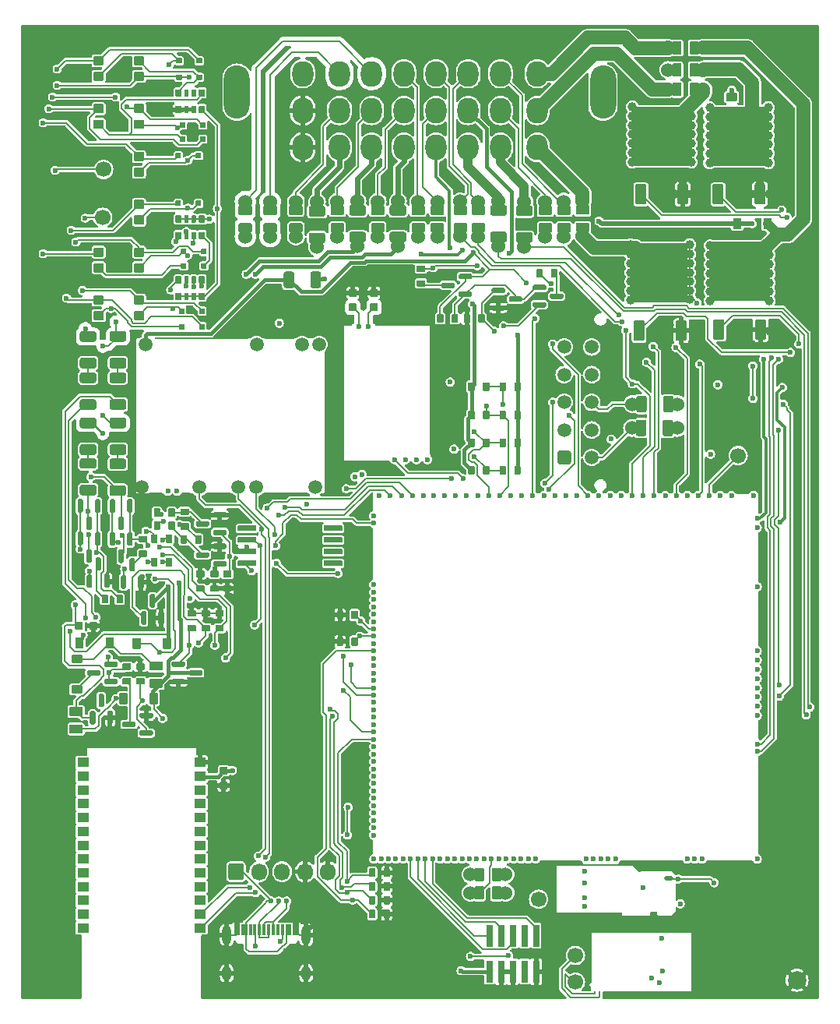
<source format=gtl>
G04 #@! TF.GenerationSoftware,KiCad,Pcbnew,7.0.6-7.0.6~ubuntu22.04.1*
G04 #@! TF.CreationDate,2023-07-13T12:08:24+00:00*
G04 #@! TF.ProjectId,alphax_2ch,616c7068-6178-45f3-9263-682e6b696361,F*
G04 #@! TF.SameCoordinates,PX141f5e0PYa2cace0*
G04 #@! TF.FileFunction,Copper,L1,Top*
G04 #@! TF.FilePolarity,Positive*
%FSLAX46Y46*%
G04 Gerber Fmt 4.6, Leading zero omitted, Abs format (unit mm)*
G04 Created by KiCad (PCBNEW 7.0.6-7.0.6~ubuntu22.04.1) date 2023-07-13 12:08:24*
%MOMM*%
%LPD*%
G01*
G04 APERTURE LIST*
G04 #@! TA.AperFunction,ComponentPad*
%ADD10C,1.524000*%
G04 #@! TD*
G04 #@! TA.AperFunction,ComponentPad*
%ADD11O,1.700000X1.850000*%
G04 #@! TD*
G04 #@! TA.AperFunction,SMDPad,CuDef*
%ADD12R,0.300000X1.150000*%
G04 #@! TD*
G04 #@! TA.AperFunction,ComponentPad*
%ADD13O,1.000000X2.100000*%
G04 #@! TD*
G04 #@! TA.AperFunction,ComponentPad*
%ADD14O,1.000000X1.600000*%
G04 #@! TD*
G04 #@! TA.AperFunction,ComponentPad*
%ADD15C,1.700000*%
G04 #@! TD*
G04 #@! TA.AperFunction,ComponentPad*
%ADD16C,1.500000*%
G04 #@! TD*
G04 #@! TA.AperFunction,SMDPad,CuDef*
%ADD17O,0.200000X5.669999*%
G04 #@! TD*
G04 #@! TA.AperFunction,SMDPad,CuDef*
%ADD18O,11.100001X0.200000*%
G04 #@! TD*
G04 #@! TA.AperFunction,SMDPad,CuDef*
%ADD19O,9.800001X0.399999*%
G04 #@! TD*
G04 #@! TA.AperFunction,SMDPad,CuDef*
%ADD20O,0.499999X0.250000*%
G04 #@! TD*
G04 #@! TA.AperFunction,SMDPad,CuDef*
%ADD21O,0.200000X6.799999*%
G04 #@! TD*
G04 #@! TA.AperFunction,SMDPad,CuDef*
%ADD22O,0.250000X0.499999*%
G04 #@! TD*
G04 #@! TA.AperFunction,ComponentPad*
%ADD23C,0.599999*%
G04 #@! TD*
G04 #@! TA.AperFunction,ComponentPad*
%ADD24C,0.600000*%
G04 #@! TD*
G04 #@! TA.AperFunction,SMDPad,CuDef*
%ADD25O,3.300000X0.200000*%
G04 #@! TD*
G04 #@! TA.AperFunction,SMDPad,CuDef*
%ADD26O,10.200000X0.200000*%
G04 #@! TD*
G04 #@! TA.AperFunction,SMDPad,CuDef*
%ADD27O,0.300000X0.200000*%
G04 #@! TD*
G04 #@! TA.AperFunction,SMDPad,CuDef*
%ADD28O,0.200000X17.000000*%
G04 #@! TD*
G04 #@! TA.AperFunction,SMDPad,CuDef*
%ADD29O,0.200000X15.400000*%
G04 #@! TD*
G04 #@! TA.AperFunction,SMDPad,CuDef*
%ADD30O,4.800000X0.200000*%
G04 #@! TD*
G04 #@! TA.AperFunction,SMDPad,CuDef*
%ADD31O,2.600000X0.200000*%
G04 #@! TD*
G04 #@! TA.AperFunction,SMDPad,CuDef*
%ADD32O,1.000000X0.200000*%
G04 #@! TD*
G04 #@! TA.AperFunction,SMDPad,CuDef*
%ADD33O,1.500000X0.200000*%
G04 #@! TD*
G04 #@! TA.AperFunction,SMDPad,CuDef*
%ADD34R,6.185000X0.250000*%
G04 #@! TD*
G04 #@! TA.AperFunction,SMDPad,CuDef*
%ADD35R,1.115000X0.250000*%
G04 #@! TD*
G04 #@! TA.AperFunction,SMDPad,CuDef*
%ADD36R,0.250000X14.275000*%
G04 #@! TD*
G04 #@! TA.AperFunction,SMDPad,CuDef*
%ADD37R,0.250000X15.100000*%
G04 #@! TD*
G04 #@! TA.AperFunction,SMDPad,CuDef*
%ADD38R,5.175000X0.250000*%
G04 #@! TD*
G04 #@! TA.AperFunction,SMDPad,CuDef*
%ADD39R,5.800000X6.400000*%
G04 #@! TD*
G04 #@! TA.AperFunction,SMDPad,CuDef*
%ADD40R,1.300000X1.000000*%
G04 #@! TD*
G04 #@! TA.AperFunction,SMDPad,CuDef*
%ADD41C,2.000000*%
G04 #@! TD*
G04 #@! TA.AperFunction,SMDPad,CuDef*
%ADD42O,8.400001X0.200000*%
G04 #@! TD*
G04 #@! TA.AperFunction,SMDPad,CuDef*
%ADD43O,0.200000X5.250000*%
G04 #@! TD*
G04 #@! TA.AperFunction,SMDPad,CuDef*
%ADD44O,0.700001X0.200000*%
G04 #@! TD*
G04 #@! TA.AperFunction,SMDPad,CuDef*
%ADD45O,7.250001X0.200000*%
G04 #@! TD*
G04 #@! TA.AperFunction,SMDPad,CuDef*
%ADD46O,1.000001X0.499999*%
G04 #@! TD*
G04 #@! TA.AperFunction,SMDPad,CuDef*
%ADD47R,0.200000X2.300000*%
G04 #@! TD*
G04 #@! TA.AperFunction,SMDPad,CuDef*
%ADD48R,0.200000X10.700000*%
G04 #@! TD*
G04 #@! TA.AperFunction,SMDPad,CuDef*
%ADD49R,0.200000X2.100000*%
G04 #@! TD*
G04 #@! TA.AperFunction,SMDPad,CuDef*
%ADD50R,0.200000X6.000000*%
G04 #@! TD*
G04 #@! TA.AperFunction,SMDPad,CuDef*
%ADD51R,0.200000X5.400000*%
G04 #@! TD*
G04 #@! TA.AperFunction,SMDPad,CuDef*
%ADD52R,1.400000X0.200000*%
G04 #@! TD*
G04 #@! TA.AperFunction,SMDPad,CuDef*
%ADD53R,5.000000X0.200000*%
G04 #@! TD*
G04 #@! TA.AperFunction,SMDPad,CuDef*
%ADD54R,6.800000X0.200000*%
G04 #@! TD*
G04 #@! TA.AperFunction,SMDPad,CuDef*
%ADD55R,4.500000X0.200000*%
G04 #@! TD*
G04 #@! TA.AperFunction,SMDPad,CuDef*
%ADD56R,0.200000X1.600000*%
G04 #@! TD*
G04 #@! TA.AperFunction,SMDPad,CuDef*
%ADD57R,0.200000X5.700000*%
G04 #@! TD*
G04 #@! TA.AperFunction,SMDPad,CuDef*
%ADD58R,0.200000X2.000000*%
G04 #@! TD*
G04 #@! TA.AperFunction,ComponentPad*
%ADD59O,2.800000X5.800000*%
G04 #@! TD*
G04 #@! TA.AperFunction,ComponentPad*
%ADD60O,2.300000X2.800000*%
G04 #@! TD*
G04 #@! TA.AperFunction,SMDPad,CuDef*
%ADD61R,0.740000X2.400000*%
G04 #@! TD*
G04 #@! TA.AperFunction,ViaPad*
%ADD62C,0.600000*%
G04 #@! TD*
G04 #@! TA.AperFunction,ViaPad*
%ADD63C,1.000000*%
G04 #@! TD*
G04 #@! TA.AperFunction,ViaPad*
%ADD64C,4.500000*%
G04 #@! TD*
G04 #@! TA.AperFunction,Conductor*
%ADD65C,0.400000*%
G04 #@! TD*
G04 #@! TA.AperFunction,Conductor*
%ADD66C,0.200000*%
G04 #@! TD*
G04 #@! TA.AperFunction,Conductor*
%ADD67C,0.300000*%
G04 #@! TD*
G04 #@! TA.AperFunction,Conductor*
%ADD68C,0.203200*%
G04 #@! TD*
G04 #@! TA.AperFunction,Conductor*
%ADD69C,1.000000*%
G04 #@! TD*
G04 #@! TA.AperFunction,Conductor*
%ADD70C,1.500000*%
G04 #@! TD*
G04 #@! TA.AperFunction,Conductor*
%ADD71C,0.500000*%
G04 #@! TD*
G04 #@! TA.AperFunction,Conductor*
%ADD72C,0.600000*%
G04 #@! TD*
G04 #@! TA.AperFunction,Conductor*
%ADD73C,0.254000*%
G04 #@! TD*
G04 APERTURE END LIST*
D10*
G04 #@! TO.P,R8,1,1*
G04 #@! TO.N,/CAN-*
X49836417Y82896579D03*
G04 #@! TA.AperFunction,SMDPad,CuDef*
G36*
G01*
X50461417Y83351578D02*
X49211417Y83351578D01*
G75*
G02*
X49111417Y83451578I0J100000D01*
G01*
X49111417Y84251578D01*
G75*
G02*
X49211417Y84351578I100000J0D01*
G01*
X50461417Y84351578D01*
G75*
G02*
X50561417Y84251578I0J-100000D01*
G01*
X50561417Y83451578D01*
G75*
G02*
X50461417Y83351578I-100000J0D01*
G01*
G37*
G04 #@! TD.AperFunction*
G04 #@! TO.P,R8,2,2*
G04 #@! TO.N,/C6*
G04 #@! TA.AperFunction,SMDPad,CuDef*
G36*
G01*
X50461417Y85251600D02*
X49211417Y85251600D01*
G75*
G02*
X49111417Y85351600I0J100000D01*
G01*
X49111417Y86151600D01*
G75*
G02*
X49211417Y86251600I100000J0D01*
G01*
X50461417Y86251600D01*
G75*
G02*
X50561417Y86151600I0J-100000D01*
G01*
X50561417Y85351600D01*
G75*
G02*
X50461417Y85251600I-100000J0D01*
G01*
G37*
G04 #@! TD.AperFunction*
X49836417Y86706579D03*
G04 #@! TD*
G04 #@! TO.P,R69,1*
G04 #@! TO.N,Net-(Q22-D)*
G04 #@! TA.AperFunction,SMDPad,CuDef*
G36*
G01*
X17510000Y53350000D02*
X18290000Y53350000D01*
G75*
G02*
X18360000Y53280000I0J-70000D01*
G01*
X18360000Y52720000D01*
G75*
G02*
X18290000Y52650000I-70000J0D01*
G01*
X17510000Y52650000D01*
G75*
G02*
X17440000Y52720000I0J70000D01*
G01*
X17440000Y53280000D01*
G75*
G02*
X17510000Y53350000I70000J0D01*
G01*
G37*
G04 #@! TD.AperFunction*
G04 #@! TO.P,R69,2*
G04 #@! TO.N,+5VAS*
G04 #@! TA.AperFunction,SMDPad,CuDef*
G36*
G01*
X17510000Y51750000D02*
X18290000Y51750000D01*
G75*
G02*
X18360000Y51680000I0J-70000D01*
G01*
X18360000Y51120000D01*
G75*
G02*
X18290000Y51050000I-70000J0D01*
G01*
X17510000Y51050000D01*
G75*
G02*
X17440000Y51120000I0J70000D01*
G01*
X17440000Y51680000D01*
G75*
G02*
X17510000Y51750000I70000J0D01*
G01*
G37*
G04 #@! TD.AperFunction*
G04 #@! TD*
G04 #@! TO.P,R2,1*
G04 #@! TO.N,+12V*
G04 #@! TA.AperFunction,SMDPad,CuDef*
G36*
G01*
X16900000Y76065000D02*
X16900000Y76735000D01*
G75*
G02*
X16965000Y76800000I65000J0D01*
G01*
X17485000Y76800000D01*
G75*
G02*
X17550000Y76735000I0J-65000D01*
G01*
X17550000Y76065000D01*
G75*
G02*
X17485000Y76000000I-65000J0D01*
G01*
X16965000Y76000000D01*
G75*
G02*
X16900000Y76065000I0J65000D01*
G01*
G37*
G04 #@! TD.AperFunction*
G04 #@! TO.P,R2,2*
G04 #@! TA.AperFunction,SMDPad,CuDef*
G36*
G01*
X17875000Y76045000D02*
X17875000Y76755000D01*
G75*
G02*
X17920000Y76800000I45000J0D01*
G01*
X18280000Y76800000D01*
G75*
G02*
X18325000Y76755000I0J-45000D01*
G01*
X18325000Y76045000D01*
G75*
G02*
X18280000Y76000000I-45000J0D01*
G01*
X17920000Y76000000D01*
G75*
G02*
X17875000Y76045000I0J45000D01*
G01*
G37*
G04 #@! TD.AperFunction*
G04 #@! TO.P,R2,3*
G04 #@! TA.AperFunction,SMDPad,CuDef*
G36*
G01*
X18675000Y76045000D02*
X18675000Y76755000D01*
G75*
G02*
X18720000Y76800000I45000J0D01*
G01*
X19080000Y76800000D01*
G75*
G02*
X19125000Y76755000I0J-45000D01*
G01*
X19125000Y76045000D01*
G75*
G02*
X19080000Y76000000I-45000J0D01*
G01*
X18720000Y76000000D01*
G75*
G02*
X18675000Y76045000I0J45000D01*
G01*
G37*
G04 #@! TD.AperFunction*
G04 #@! TO.P,R2,4*
G04 #@! TA.AperFunction,SMDPad,CuDef*
G36*
G01*
X19450000Y76065000D02*
X19450000Y76735000D01*
G75*
G02*
X19515000Y76800000I65000J0D01*
G01*
X20035000Y76800000D01*
G75*
G02*
X20100000Y76735000I0J-65000D01*
G01*
X20100000Y76065000D01*
G75*
G02*
X20035000Y76000000I-65000J0D01*
G01*
X19515000Y76000000D01*
G75*
G02*
X19450000Y76065000I0J65000D01*
G01*
G37*
G04 #@! TD.AperFunction*
G04 #@! TO.P,R2,5*
G04 #@! TO.N,Net-(D16-A)*
G04 #@! TA.AperFunction,SMDPad,CuDef*
G36*
G01*
X19450000Y77865000D02*
X19450000Y78535000D01*
G75*
G02*
X19515000Y78600000I65000J0D01*
G01*
X20035000Y78600000D01*
G75*
G02*
X20100000Y78535000I0J-65000D01*
G01*
X20100000Y77865000D01*
G75*
G02*
X20035000Y77800000I-65000J0D01*
G01*
X19515000Y77800000D01*
G75*
G02*
X19450000Y77865000I0J65000D01*
G01*
G37*
G04 #@! TD.AperFunction*
G04 #@! TO.P,R2,6*
G04 #@! TO.N,Net-(D15-A)*
G04 #@! TA.AperFunction,SMDPad,CuDef*
G36*
G01*
X18675000Y77845000D02*
X18675000Y78555000D01*
G75*
G02*
X18720000Y78600000I45000J0D01*
G01*
X19080000Y78600000D01*
G75*
G02*
X19125000Y78555000I0J-45000D01*
G01*
X19125000Y77845000D01*
G75*
G02*
X19080000Y77800000I-45000J0D01*
G01*
X18720000Y77800000D01*
G75*
G02*
X18675000Y77845000I0J45000D01*
G01*
G37*
G04 #@! TD.AperFunction*
G04 #@! TO.P,R2,7*
G04 #@! TO.N,Net-(D14-A)*
G04 #@! TA.AperFunction,SMDPad,CuDef*
G36*
G01*
X17875000Y77845000D02*
X17875000Y78555000D01*
G75*
G02*
X17920000Y78600000I45000J0D01*
G01*
X18280000Y78600000D01*
G75*
G02*
X18325000Y78555000I0J-45000D01*
G01*
X18325000Y77845000D01*
G75*
G02*
X18280000Y77800000I-45000J0D01*
G01*
X17920000Y77800000D01*
G75*
G02*
X17875000Y77845000I0J45000D01*
G01*
G37*
G04 #@! TD.AperFunction*
G04 #@! TO.P,R2,8*
G04 #@! TO.N,Net-(D13-A)*
G04 #@! TA.AperFunction,SMDPad,CuDef*
G36*
G01*
X16900000Y77865000D02*
X16900000Y78535000D01*
G75*
G02*
X16965000Y78600000I65000J0D01*
G01*
X17485000Y78600000D01*
G75*
G02*
X17550000Y78535000I0J-65000D01*
G01*
X17550000Y77865000D01*
G75*
G02*
X17485000Y77800000I-65000J0D01*
G01*
X16965000Y77800000D01*
G75*
G02*
X16900000Y77865000I0J65000D01*
G01*
G37*
G04 #@! TD.AperFunction*
G04 #@! TD*
G04 #@! TO.P,R56,1*
G04 #@! TO.N,/TEMP_PULLUP*
G04 #@! TA.AperFunction,SMDPad,CuDef*
G36*
G01*
X50550000Y74390000D02*
X50550000Y73610000D01*
G75*
G02*
X50480000Y73540000I-70000J0D01*
G01*
X49920000Y73540000D01*
G75*
G02*
X49850000Y73610000I0J70000D01*
G01*
X49850000Y74390000D01*
G75*
G02*
X49920000Y74460000I70000J0D01*
G01*
X50480000Y74460000D01*
G75*
G02*
X50550000Y74390000I0J-70000D01*
G01*
G37*
G04 #@! TD.AperFunction*
G04 #@! TO.P,R56,2*
G04 #@! TO.N,GND*
G04 #@! TA.AperFunction,SMDPad,CuDef*
G36*
G01*
X48950000Y74390000D02*
X48950000Y73610000D01*
G75*
G02*
X48880000Y73540000I-70000J0D01*
G01*
X48320000Y73540000D01*
G75*
G02*
X48250000Y73610000I0J70000D01*
G01*
X48250000Y74390000D01*
G75*
G02*
X48320000Y74460000I70000J0D01*
G01*
X48880000Y74460000D01*
G75*
G02*
X48950000Y74390000I0J-70000D01*
G01*
G37*
G04 #@! TD.AperFunction*
G04 #@! TD*
G04 #@! TO.P,R38,1*
G04 #@! TO.N,/AIN1*
G04 #@! TA.AperFunction,SMDPad,CuDef*
G36*
G01*
X52150000Y66210000D02*
X52150000Y66990000D01*
G75*
G02*
X52220000Y67060000I70000J0D01*
G01*
X52780000Y67060000D01*
G75*
G02*
X52850000Y66990000I0J-70000D01*
G01*
X52850000Y66210000D01*
G75*
G02*
X52780000Y66140000I-70000J0D01*
G01*
X52220000Y66140000D01*
G75*
G02*
X52150000Y66210000I0J70000D01*
G01*
G37*
G04 #@! TD.AperFunction*
G04 #@! TO.P,R38,2*
G04 #@! TO.N,+5VA*
G04 #@! TA.AperFunction,SMDPad,CuDef*
G36*
G01*
X53750000Y66210000D02*
X53750000Y66990000D01*
G75*
G02*
X53820000Y67060000I70000J0D01*
G01*
X54380000Y67060000D01*
G75*
G02*
X54450000Y66990000I0J-70000D01*
G01*
X54450000Y66210000D01*
G75*
G02*
X54380000Y66140000I-70000J0D01*
G01*
X53820000Y66140000D01*
G75*
G02*
X53750000Y66210000I0J70000D01*
G01*
G37*
G04 #@! TD.AperFunction*
G04 #@! TD*
G04 #@! TO.P,C3,1*
G04 #@! TO.N,GND*
G04 #@! TA.AperFunction,SMDPad,CuDef*
G36*
G01*
X22500000Y22864999D02*
X21820000Y22864999D01*
G75*
G02*
X21735000Y22949999I0J85000D01*
G01*
X21735000Y23629999D01*
G75*
G02*
X21820000Y23714999I85000J0D01*
G01*
X22500000Y23714999D01*
G75*
G02*
X22585000Y23629999I0J-85000D01*
G01*
X22585000Y22949999D01*
G75*
G02*
X22500000Y22864999I-85000J0D01*
G01*
G37*
G04 #@! TD.AperFunction*
G04 #@! TO.P,C3,2*
G04 #@! TO.N,/BT_3V3*
G04 #@! TA.AperFunction,SMDPad,CuDef*
G36*
G01*
X22500000Y24445001D02*
X21820000Y24445001D01*
G75*
G02*
X21735000Y24530001I0J85000D01*
G01*
X21735000Y25210001D01*
G75*
G02*
X21820000Y25295001I85000J0D01*
G01*
X22500000Y25295001D01*
G75*
G02*
X22585000Y25210001I0J-85000D01*
G01*
X22585000Y24530001D01*
G75*
G02*
X22500000Y24445001I-85000J0D01*
G01*
G37*
G04 #@! TD.AperFunction*
G04 #@! TD*
G04 #@! TO.P,R9,1,1*
G04 #@! TO.N,/CAN+*
X47882571Y82918049D03*
G04 #@! TA.AperFunction,SMDPad,CuDef*
G36*
G01*
X48507571Y83373048D02*
X47257571Y83373048D01*
G75*
G02*
X47157571Y83473048I0J100000D01*
G01*
X47157571Y84273048D01*
G75*
G02*
X47257571Y84373048I100000J0D01*
G01*
X48507571Y84373048D01*
G75*
G02*
X48607571Y84273048I0J-100000D01*
G01*
X48607571Y83473048D01*
G75*
G02*
X48507571Y83373048I-100000J0D01*
G01*
G37*
G04 #@! TD.AperFunction*
G04 #@! TO.P,R9,2,2*
G04 #@! TO.N,/C5*
G04 #@! TA.AperFunction,SMDPad,CuDef*
G36*
G01*
X48507571Y85273070D02*
X47257571Y85273070D01*
G75*
G02*
X47157571Y85373070I0J100000D01*
G01*
X47157571Y86173070D01*
G75*
G02*
X47257571Y86273070I100000J0D01*
G01*
X48507571Y86273070D01*
G75*
G02*
X48607571Y86173070I0J-100000D01*
G01*
X48607571Y85373070D01*
G75*
G02*
X48507571Y85273070I-100000J0D01*
G01*
G37*
G04 #@! TD.AperFunction*
X47882571Y86728049D03*
G04 #@! TD*
G04 #@! TO.P,R21,1*
G04 #@! TO.N,Net-(R21-Pad1)*
G04 #@! TA.AperFunction,SMDPad,CuDef*
G36*
G01*
X8300000Y60094990D02*
X8300000Y59404990D01*
G75*
G02*
X8070000Y59174990I-230000J0D01*
G01*
X6730000Y59174990D01*
G75*
G02*
X6500000Y59404990I0J230000D01*
G01*
X6500000Y60094990D01*
G75*
G02*
X6730000Y60324990I230000J0D01*
G01*
X8070000Y60324990D01*
G75*
G02*
X8300000Y60094990I0J-230000D01*
G01*
G37*
G04 #@! TD.AperFunction*
G04 #@! TO.P,R21,2*
G04 #@! TO.N,/IN_CRANK+*
G04 #@! TA.AperFunction,SMDPad,CuDef*
G36*
G01*
X8300000Y62995010D02*
X8300000Y62305010D01*
G75*
G02*
X8070000Y62075010I-230000J0D01*
G01*
X6730000Y62075010D01*
G75*
G02*
X6500000Y62305010I0J230000D01*
G01*
X6500000Y62995010D01*
G75*
G02*
X6730000Y63225010I230000J0D01*
G01*
X8070000Y63225010D01*
G75*
G02*
X8300000Y62995010I0J-230000D01*
G01*
G37*
G04 #@! TD.AperFunction*
G04 #@! TD*
G04 #@! TO.P,F7,1,1*
G04 #@! TO.N,Net-(J1-Pin_6)*
X66550000Y62100000D03*
G04 #@! TA.AperFunction,SMDPad,CuDef*
G36*
G01*
X67894990Y61200000D02*
X67204990Y61200000D01*
G75*
G02*
X66974990Y61430000I0J230000D01*
G01*
X66974990Y62770000D01*
G75*
G02*
X67204990Y63000000I230000J0D01*
G01*
X67894990Y63000000D01*
G75*
G02*
X68124990Y62770000I0J-230000D01*
G01*
X68124990Y61430000D01*
G75*
G02*
X67894990Y61200000I-230000J0D01*
G01*
G37*
G04 #@! TD.AperFunction*
G04 #@! TO.P,F7,2,2*
G04 #@! TO.N,/OUT_IGN4*
G04 #@! TA.AperFunction,SMDPad,CuDef*
G36*
G01*
X70795010Y61200000D02*
X70105010Y61200000D01*
G75*
G02*
X69875010Y61430000I0J230000D01*
G01*
X69875010Y62770000D01*
G75*
G02*
X70105010Y63000000I230000J0D01*
G01*
X70795010Y63000000D01*
G75*
G02*
X71025010Y62770000I0J-230000D01*
G01*
X71025010Y61430000D01*
G75*
G02*
X70795010Y61200000I-230000J0D01*
G01*
G37*
G04 #@! TD.AperFunction*
X71450000Y62100000D03*
G04 #@! TD*
G04 #@! TO.P,Q3,1,G*
G04 #@! TO.N,/TACH_PULLUP*
G04 #@! TA.AperFunction,SMDPad,CuDef*
G36*
G01*
X14465000Y29110000D02*
X14465000Y28810000D01*
G75*
G02*
X14315000Y28660000I-150000J0D01*
G01*
X13140000Y28660000D01*
G75*
G02*
X12990000Y28810000I0J150000D01*
G01*
X12990000Y29110000D01*
G75*
G02*
X13140000Y29260000I150000J0D01*
G01*
X14315000Y29260000D01*
G75*
G02*
X14465000Y29110000I0J-150000D01*
G01*
G37*
G04 #@! TD.AperFunction*
G04 #@! TO.P,Q3,2,D*
G04 #@! TO.N,Net-(Q3-D)*
G04 #@! TA.AperFunction,SMDPad,CuDef*
G36*
G01*
X12590000Y30060000D02*
X12590000Y29760000D01*
G75*
G02*
X12440000Y29610000I-150000J0D01*
G01*
X11265000Y29610000D01*
G75*
G02*
X11115000Y29760000I0J150000D01*
G01*
X11115000Y30060000D01*
G75*
G02*
X11265000Y30210000I150000J0D01*
G01*
X12440000Y30210000D01*
G75*
G02*
X12590000Y30060000I0J-150000D01*
G01*
G37*
G04 #@! TD.AperFunction*
G04 #@! TO.P,Q3,3,S*
G04 #@! TO.N,GND*
G04 #@! TA.AperFunction,SMDPad,CuDef*
G36*
G01*
X14465000Y31010000D02*
X14465000Y30710000D01*
G75*
G02*
X14315000Y30560000I-150000J0D01*
G01*
X13140000Y30560000D01*
G75*
G02*
X12990000Y30710000I0J150000D01*
G01*
X12990000Y31010000D01*
G75*
G02*
X13140000Y31160000I150000J0D01*
G01*
X14315000Y31160000D01*
G75*
G02*
X14465000Y31010000I0J-150000D01*
G01*
G37*
G04 #@! TD.AperFunction*
G04 #@! TD*
G04 #@! TO.P,F4,1,1*
G04 #@! TO.N,/A3*
X36700000Y86750000D03*
G04 #@! TA.AperFunction,SMDPad,CuDef*
G36*
G01*
X35800000Y85405010D02*
X35800000Y86095010D01*
G75*
G02*
X36030000Y86325010I230000J0D01*
G01*
X37370000Y86325010D01*
G75*
G02*
X37600000Y86095010I0J-230000D01*
G01*
X37600000Y85405010D01*
G75*
G02*
X37370000Y85175010I-230000J0D01*
G01*
X36030000Y85175010D01*
G75*
G02*
X35800000Y85405010I0J230000D01*
G01*
G37*
G04 #@! TD.AperFunction*
G04 #@! TO.P,F4,2,2*
G04 #@! TO.N,/OUT_PUMP_RELAY*
G04 #@! TA.AperFunction,SMDPad,CuDef*
G36*
G01*
X35800000Y82504990D02*
X35800000Y83194990D01*
G75*
G02*
X36030000Y83424990I230000J0D01*
G01*
X37370000Y83424990D01*
G75*
G02*
X37600000Y83194990I0J-230000D01*
G01*
X37600000Y82504990D01*
G75*
G02*
X37370000Y82274990I-230000J0D01*
G01*
X36030000Y82274990D01*
G75*
G02*
X35800000Y82504990I0J230000D01*
G01*
G37*
G04 #@! TD.AperFunction*
X36700000Y81850000D03*
G04 #@! TD*
G04 #@! TO.P,Q13,1,G*
G04 #@! TO.N,Net-(Q12-G)*
G04 #@! TA.AperFunction,SMDPad,CuDef*
G36*
G01*
X49175000Y76800000D02*
X49175000Y76500000D01*
G75*
G02*
X49025000Y76350000I-150000J0D01*
G01*
X47850000Y76350000D01*
G75*
G02*
X47700000Y76500000I0J150000D01*
G01*
X47700000Y76800000D01*
G75*
G02*
X47850000Y76950000I150000J0D01*
G01*
X49025000Y76950000D01*
G75*
G02*
X49175000Y76800000I0J-150000D01*
G01*
G37*
G04 #@! TD.AperFunction*
G04 #@! TO.P,Q13,2,D*
G04 #@! TO.N,Net-(Q13-D)*
G04 #@! TA.AperFunction,SMDPad,CuDef*
G36*
G01*
X47300000Y77750000D02*
X47300000Y77450000D01*
G75*
G02*
X47150000Y77300000I-150000J0D01*
G01*
X45975000Y77300000D01*
G75*
G02*
X45825000Y77450000I0J150000D01*
G01*
X45825000Y77750000D01*
G75*
G02*
X45975000Y77900000I150000J0D01*
G01*
X47150000Y77900000D01*
G75*
G02*
X47300000Y77750000I0J-150000D01*
G01*
G37*
G04 #@! TD.AperFunction*
G04 #@! TO.P,Q13,3,S*
G04 #@! TO.N,+5VAS*
G04 #@! TA.AperFunction,SMDPad,CuDef*
G36*
G01*
X49175000Y78700000D02*
X49175000Y78400000D01*
G75*
G02*
X49025000Y78250000I-150000J0D01*
G01*
X47850000Y78250000D01*
G75*
G02*
X47700000Y78400000I0J150000D01*
G01*
X47700000Y78700000D01*
G75*
G02*
X47850000Y78850000I150000J0D01*
G01*
X49025000Y78850000D01*
G75*
G02*
X49175000Y78700000I0J-150000D01*
G01*
G37*
G04 #@! TD.AperFunction*
G04 #@! TD*
G04 #@! TO.P,D1,1,K*
G04 #@! TO.N,Net-(D1-K)*
G04 #@! TA.AperFunction,SMDPad,CuDef*
G36*
G01*
X17561499Y80000000D02*
X18041499Y80000000D01*
G75*
G02*
X18101499Y79940000I0J-60000D01*
G01*
X18101499Y79460000D01*
G75*
G02*
X18041499Y79400000I-60000J0D01*
G01*
X17561499Y79400000D01*
G75*
G02*
X17501499Y79460000I0J60000D01*
G01*
X17501499Y79940000D01*
G75*
G02*
X17561499Y80000000I60000J0D01*
G01*
G37*
G04 #@! TD.AperFunction*
G04 #@! TO.P,D1,2,A*
G04 #@! TO.N,Net-(D1-A)*
G04 #@! TA.AperFunction,SMDPad,CuDef*
G36*
G01*
X19761499Y80000000D02*
X20241499Y80000000D01*
G75*
G02*
X20301499Y79940000I0J-60000D01*
G01*
X20301499Y79460000D01*
G75*
G02*
X20241499Y79400000I-60000J0D01*
G01*
X19761499Y79400000D01*
G75*
G02*
X19701499Y79460000I0J60000D01*
G01*
X19701499Y79940000D01*
G75*
G02*
X19761499Y80000000I60000J0D01*
G01*
G37*
G04 #@! TD.AperFunction*
G04 #@! TD*
G04 #@! TO.P,D15,1,A*
G04 #@! TO.N,Net-(D15-A)*
G04 #@! TA.AperFunction,SMDPad,CuDef*
G36*
G01*
X13399998Y84200001D02*
X12499998Y84200001D01*
G75*
G02*
X12399998Y84300001I0J100000D01*
G01*
X12399998Y85100001D01*
G75*
G02*
X12499998Y85200001I100000J0D01*
G01*
X13399998Y85200001D01*
G75*
G02*
X13499998Y85100001I0J-100000D01*
G01*
X13499998Y84300001D01*
G75*
G02*
X13399998Y84200001I-100000J0D01*
G01*
G37*
G04 #@! TD.AperFunction*
G04 #@! TO.P,D15,2,K*
G04 #@! TO.N,/OUT_INJ2*
G04 #@! TA.AperFunction,SMDPad,CuDef*
G36*
G01*
X13399998Y85900001D02*
X12499998Y85900001D01*
G75*
G02*
X12399998Y86000001I0J100000D01*
G01*
X12399998Y86800001D01*
G75*
G02*
X12499998Y86900001I100000J0D01*
G01*
X13399998Y86900001D01*
G75*
G02*
X13499998Y86800001I0J-100000D01*
G01*
X13499998Y86000001D01*
G75*
G02*
X13399998Y85900001I-100000J0D01*
G01*
G37*
G04 #@! TD.AperFunction*
G04 #@! TD*
G04 #@! TO.P,R52,1*
G04 #@! TO.N,/FAN_RELAY*
G04 #@! TA.AperFunction,SMDPad,CuDef*
G36*
G01*
X37950000Y13410000D02*
X37950000Y14190000D01*
G75*
G02*
X38020000Y14260000I70000J0D01*
G01*
X38580000Y14260000D01*
G75*
G02*
X38650000Y14190000I0J-70000D01*
G01*
X38650000Y13410000D01*
G75*
G02*
X38580000Y13340000I-70000J0D01*
G01*
X38020000Y13340000D01*
G75*
G02*
X37950000Y13410000I0J70000D01*
G01*
G37*
G04 #@! TD.AperFunction*
G04 #@! TO.P,R52,2*
G04 #@! TO.N,GND*
G04 #@! TA.AperFunction,SMDPad,CuDef*
G36*
G01*
X39550000Y13410000D02*
X39550000Y14190000D01*
G75*
G02*
X39620000Y14260000I70000J0D01*
G01*
X40180000Y14260000D01*
G75*
G02*
X40250000Y14190000I0J-70000D01*
G01*
X40250000Y13410000D01*
G75*
G02*
X40180000Y13340000I-70000J0D01*
G01*
X39620000Y13340000D01*
G75*
G02*
X39550000Y13410000I0J70000D01*
G01*
G37*
G04 #@! TD.AperFunction*
G04 #@! TD*
G04 #@! TO.P,D6,1,K*
G04 #@! TO.N,Net-(D14-A)*
G04 #@! TA.AperFunction,SMDPad,CuDef*
G36*
G01*
X17058502Y102312502D02*
X17538502Y102312502D01*
G75*
G02*
X17598502Y102252502I0J-60000D01*
G01*
X17598502Y101772502D01*
G75*
G02*
X17538502Y101712502I-60000J0D01*
G01*
X17058502Y101712502D01*
G75*
G02*
X16998502Y101772502I0J60000D01*
G01*
X16998502Y102252502D01*
G75*
G02*
X17058502Y102312502I60000J0D01*
G01*
G37*
G04 #@! TD.AperFunction*
G04 #@! TO.P,D6,2,A*
G04 #@! TO.N,/OUT_IDLE*
G04 #@! TA.AperFunction,SMDPad,CuDef*
G36*
G01*
X19258502Y102312502D02*
X19738502Y102312502D01*
G75*
G02*
X19798502Y102252502I0J-60000D01*
G01*
X19798502Y101772502D01*
G75*
G02*
X19738502Y101712502I-60000J0D01*
G01*
X19258502Y101712502D01*
G75*
G02*
X19198502Y101772502I0J60000D01*
G01*
X19198502Y102252502D01*
G75*
G02*
X19258502Y102312502I60000J0D01*
G01*
G37*
G04 #@! TD.AperFunction*
G04 #@! TD*
G04 #@! TO.P,J5,1,Pin_1*
G04 #@! TO.N,/VBUS*
G04 #@! TA.AperFunction,ComponentPad*
G36*
G01*
X22650000Y13225000D02*
X22650000Y14575000D01*
G75*
G02*
X22900000Y14825000I250000J0D01*
G01*
X24100000Y14825000D01*
G75*
G02*
X24350000Y14575000I0J-250000D01*
G01*
X24350000Y13225000D01*
G75*
G02*
X24100000Y12975000I-250000J0D01*
G01*
X22900000Y12975000D01*
G75*
G02*
X22650000Y13225000I0J250000D01*
G01*
G37*
G04 #@! TD.AperFunction*
D11*
G04 #@! TO.P,J5,2,Pin_2*
G04 #@! TO.N,/USB-*
X26000000Y13900000D03*
G04 #@! TO.P,J5,3,Pin_3*
G04 #@! TO.N,/USB+*
X28500000Y13900000D03*
G04 #@! TO.P,J5,4,Pin_4*
G04 #@! TO.N,GND*
X31000000Y13900000D03*
G04 #@! TO.P,J5,5,Pin_5*
X33500000Y13900000D03*
G04 #@! TD*
D12*
G04 #@! TO.P,J6,A1,GND*
G04 #@! TO.N,GND*
X23450000Y7585000D03*
G04 #@! TO.P,J6,A4,VBUS*
G04 #@! TO.N,/VBUS*
X24250000Y7585000D03*
G04 #@! TO.P,J6,A5,CC1*
G04 #@! TO.N,Net-(J6-CC1)*
X25550000Y7585000D03*
G04 #@! TO.P,J6,A6,D+*
G04 #@! TO.N,/USB+*
X26550000Y7585000D03*
G04 #@! TO.P,J6,A7,D-*
G04 #@! TO.N,/USB-*
X27050000Y7585000D03*
G04 #@! TO.P,J6,A8,SBU1*
G04 #@! TO.N,unconnected-(J6-SBU1-PadA8)*
X28050000Y7585000D03*
G04 #@! TO.P,J6,A9,VBUS*
G04 #@! TO.N,/VBUS*
X29350000Y7585000D03*
G04 #@! TO.P,J6,A12,GND*
G04 #@! TO.N,GND*
X30150000Y7585000D03*
G04 #@! TO.P,J6,B1,GND*
X29850000Y7585000D03*
G04 #@! TO.P,J6,B4,VBUS*
G04 #@! TO.N,/VBUS*
X29050000Y7585000D03*
G04 #@! TO.P,J6,B5,CC2*
G04 #@! TO.N,Net-(J6-CC2)*
X28550000Y7585000D03*
G04 #@! TO.P,J6,B6,D+*
G04 #@! TO.N,/USB+*
X27550000Y7585000D03*
G04 #@! TO.P,J6,B7,D-*
G04 #@! TO.N,/USB-*
X26050000Y7585000D03*
G04 #@! TO.P,J6,B8,SBU2*
G04 #@! TO.N,unconnected-(J6-SBU2-PadB8)*
X25050000Y7585000D03*
G04 #@! TO.P,J6,B9,VBUS*
G04 #@! TO.N,/VBUS*
X24550000Y7585000D03*
G04 #@! TO.P,J6,B12,GND*
G04 #@! TO.N,GND*
X23750000Y7585000D03*
D13*
G04 #@! TO.P,J6,S1,SHIELD*
X22480000Y7020000D03*
D14*
X22480000Y2840000D03*
D13*
X31120000Y7020000D03*
D14*
X31120000Y2840000D03*
G04 #@! TD*
G04 #@! TO.P,Q1,1,G*
G04 #@! TO.N,Net-(Q1-G)*
G04 #@! TA.AperFunction,SMDPad,CuDef*
G36*
G01*
X10637500Y34700000D02*
X10637500Y34400000D01*
G75*
G02*
X10487500Y34250000I-150000J0D01*
G01*
X9312500Y34250000D01*
G75*
G02*
X9162500Y34400000I0J150000D01*
G01*
X9162500Y34700000D01*
G75*
G02*
X9312500Y34850000I150000J0D01*
G01*
X10487500Y34850000D01*
G75*
G02*
X10637500Y34700000I0J-150000D01*
G01*
G37*
G04 #@! TD.AperFunction*
G04 #@! TO.P,Q1,2,D*
G04 #@! TO.N,Net-(D26-A)*
G04 #@! TA.AperFunction,SMDPad,CuDef*
G36*
G01*
X8762500Y35650000D02*
X8762500Y35350000D01*
G75*
G02*
X8612500Y35200000I-150000J0D01*
G01*
X7437500Y35200000D01*
G75*
G02*
X7287500Y35350000I0J150000D01*
G01*
X7287500Y35650000D01*
G75*
G02*
X7437500Y35800000I150000J0D01*
G01*
X8612500Y35800000D01*
G75*
G02*
X8762500Y35650000I0J-150000D01*
G01*
G37*
G04 #@! TD.AperFunction*
G04 #@! TO.P,Q1,3,S*
G04 #@! TO.N,Net-(Q1-S)*
G04 #@! TA.AperFunction,SMDPad,CuDef*
G36*
G01*
X10637500Y36600000D02*
X10637500Y36300000D01*
G75*
G02*
X10487500Y36150000I-150000J0D01*
G01*
X9312500Y36150000D01*
G75*
G02*
X9162500Y36300000I0J150000D01*
G01*
X9162500Y36600000D01*
G75*
G02*
X9312500Y36750000I150000J0D01*
G01*
X10487500Y36750000D01*
G75*
G02*
X10637500Y36600000I0J-150000D01*
G01*
G37*
G04 #@! TD.AperFunction*
G04 #@! TD*
G04 #@! TO.P,R24,1*
G04 #@! TO.N,/HALL1*
G04 #@! TA.AperFunction,SMDPad,CuDef*
G36*
G01*
X8300000Y64994990D02*
X8300000Y64304990D01*
G75*
G02*
X8070000Y64074990I-230000J0D01*
G01*
X6730000Y64074990D01*
G75*
G02*
X6500000Y64304990I0J230000D01*
G01*
X6500000Y64994990D01*
G75*
G02*
X6730000Y65224990I230000J0D01*
G01*
X8070000Y65224990D01*
G75*
G02*
X8300000Y64994990I0J-230000D01*
G01*
G37*
G04 #@! TD.AperFunction*
G04 #@! TO.P,R24,2*
G04 #@! TO.N,Net-(R22-Pad1)*
G04 #@! TA.AperFunction,SMDPad,CuDef*
G36*
G01*
X8300000Y67895010D02*
X8300000Y67205010D01*
G75*
G02*
X8070000Y66975010I-230000J0D01*
G01*
X6730000Y66975010D01*
G75*
G02*
X6500000Y67205010I0J230000D01*
G01*
X6500000Y67895010D01*
G75*
G02*
X6730000Y68125010I230000J0D01*
G01*
X8070000Y68125010D01*
G75*
G02*
X8300000Y67895010I0J-230000D01*
G01*
G37*
G04 #@! TD.AperFunction*
G04 #@! TD*
G04 #@! TO.P,D12,1,A*
G04 #@! TO.N,Net-(D12-A)*
G04 #@! TA.AperFunction,SMDPad,CuDef*
G36*
G01*
X13399998Y79000001D02*
X12499998Y79000001D01*
G75*
G02*
X12399998Y79100001I0J100000D01*
G01*
X12399998Y79900001D01*
G75*
G02*
X12499998Y80000001I100000J0D01*
G01*
X13399998Y80000001D01*
G75*
G02*
X13499998Y79900001I0J-100000D01*
G01*
X13499998Y79100001D01*
G75*
G02*
X13399998Y79000001I-100000J0D01*
G01*
G37*
G04 #@! TD.AperFunction*
G04 #@! TO.P,D12,2,K*
G04 #@! TO.N,/IN_2STEP*
G04 #@! TA.AperFunction,SMDPad,CuDef*
G36*
G01*
X13399998Y80700001D02*
X12499998Y80700001D01*
G75*
G02*
X12399998Y80800001I0J100000D01*
G01*
X12399998Y81600001D01*
G75*
G02*
X12499998Y81700001I100000J0D01*
G01*
X13399998Y81700001D01*
G75*
G02*
X13499998Y81600001I0J-100000D01*
G01*
X13499998Y80800001D01*
G75*
G02*
X13399998Y80700001I-100000J0D01*
G01*
G37*
G04 #@! TD.AperFunction*
G04 #@! TD*
D15*
G04 #@! TO.P,P2,1,Pin_1*
G04 #@! TO.N,Net-(M2-IN_PPS)*
X78100000Y59100000D03*
G04 #@! TD*
G04 #@! TO.P,D22,1,K*
G04 #@! TO.N,+12V_RAW*
G04 #@! TA.AperFunction,SMDPad,CuDef*
G36*
G01*
X17060000Y100500000D02*
X17540000Y100500000D01*
G75*
G02*
X17600000Y100440000I0J-60000D01*
G01*
X17600000Y99960000D01*
G75*
G02*
X17540000Y99900000I-60000J0D01*
G01*
X17060000Y99900000D01*
G75*
G02*
X17000000Y99960000I0J60000D01*
G01*
X17000000Y100440000D01*
G75*
G02*
X17060000Y100500000I60000J0D01*
G01*
G37*
G04 #@! TD.AperFunction*
G04 #@! TO.P,D22,2,A*
G04 #@! TO.N,Net-(D20-K)*
G04 #@! TA.AperFunction,SMDPad,CuDef*
G36*
G01*
X19260000Y100500000D02*
X19740000Y100500000D01*
G75*
G02*
X19800000Y100440000I0J-60000D01*
G01*
X19800000Y99960000D01*
G75*
G02*
X19740000Y99900000I-60000J0D01*
G01*
X19260000Y99900000D01*
G75*
G02*
X19200000Y99960000I0J60000D01*
G01*
X19200000Y100440000D01*
G75*
G02*
X19260000Y100500000I60000J0D01*
G01*
G37*
G04 #@! TD.AperFunction*
G04 #@! TD*
G04 #@! TO.P,R32,1*
G04 #@! TO.N,Net-(Q12-D)*
G04 #@! TA.AperFunction,SMDPad,CuDef*
G36*
G01*
X58450000Y79290000D02*
X58450000Y78510000D01*
G75*
G02*
X58380000Y78440000I-70000J0D01*
G01*
X57820000Y78440000D01*
G75*
G02*
X57750000Y78510000I0J70000D01*
G01*
X57750000Y79290000D01*
G75*
G02*
X57820000Y79360000I70000J0D01*
G01*
X58380000Y79360000D01*
G75*
G02*
X58450000Y79290000I0J-70000D01*
G01*
G37*
G04 #@! TD.AperFunction*
G04 #@! TO.P,R32,2*
G04 #@! TO.N,/IN_CLT*
G04 #@! TA.AperFunction,SMDPad,CuDef*
G36*
G01*
X56850000Y79290000D02*
X56850000Y78510000D01*
G75*
G02*
X56780000Y78440000I-70000J0D01*
G01*
X56220000Y78440000D01*
G75*
G02*
X56150000Y78510000I0J70000D01*
G01*
X56150000Y79290000D01*
G75*
G02*
X56220000Y79360000I70000J0D01*
G01*
X56780000Y79360000D01*
G75*
G02*
X56850000Y79290000I0J-70000D01*
G01*
G37*
G04 #@! TD.AperFunction*
G04 #@! TD*
G04 #@! TO.P,D11,1,A*
G04 #@! TO.N,Net-(D11-A)*
G04 #@! TA.AperFunction,SMDPad,CuDef*
G36*
G01*
X13399998Y94600001D02*
X12499998Y94600001D01*
G75*
G02*
X12399998Y94700001I0J100000D01*
G01*
X12399998Y95500001D01*
G75*
G02*
X12499998Y95600001I100000J0D01*
G01*
X13399998Y95600001D01*
G75*
G02*
X13499998Y95500001I0J-100000D01*
G01*
X13499998Y94700001D01*
G75*
G02*
X13399998Y94600001I-100000J0D01*
G01*
G37*
G04 #@! TD.AperFunction*
G04 #@! TO.P,D11,2,K*
G04 #@! TO.N,/IN_CRANK*
G04 #@! TA.AperFunction,SMDPad,CuDef*
G36*
G01*
X13399998Y96300001D02*
X12499998Y96300001D01*
G75*
G02*
X12399998Y96400001I0J100000D01*
G01*
X12399998Y97200001D01*
G75*
G02*
X12499998Y97300001I100000J0D01*
G01*
X13399998Y97300001D01*
G75*
G02*
X13499998Y97200001I0J-100000D01*
G01*
X13499998Y96400001D01*
G75*
G02*
X13399998Y96300001I-100000J0D01*
G01*
G37*
G04 #@! TD.AperFunction*
G04 #@! TD*
D10*
G04 #@! TO.P,R11,1,1*
G04 #@! TO.N,/IN_CRANK+*
X24500000Y82895000D03*
G04 #@! TA.AperFunction,SMDPad,CuDef*
G36*
G01*
X25125000Y83349999D02*
X23875000Y83349999D01*
G75*
G02*
X23775000Y83449999I0J100000D01*
G01*
X23775000Y84249999D01*
G75*
G02*
X23875000Y84349999I100000J0D01*
G01*
X25125000Y84349999D01*
G75*
G02*
X25225000Y84249999I0J-100000D01*
G01*
X25225000Y83449999D01*
G75*
G02*
X25125000Y83349999I-100000J0D01*
G01*
G37*
G04 #@! TD.AperFunction*
G04 #@! TO.P,R11,2,2*
G04 #@! TO.N,/C3*
G04 #@! TA.AperFunction,SMDPad,CuDef*
G36*
G01*
X25125000Y85250021D02*
X23875000Y85250021D01*
G75*
G02*
X23775000Y85350021I0J100000D01*
G01*
X23775000Y86150021D01*
G75*
G02*
X23875000Y86250021I100000J0D01*
G01*
X25125000Y86250021D01*
G75*
G02*
X25225000Y86150021I0J-100000D01*
G01*
X25225000Y85350021D01*
G75*
G02*
X25125000Y85250021I-100000J0D01*
G01*
G37*
G04 #@! TD.AperFunction*
X24500000Y86705000D03*
G04 #@! TD*
G04 #@! TO.P,R6,1,1*
G04 #@! TO.N,/OUT_IDLE*
X74305000Y103400000D03*
G04 #@! TA.AperFunction,SMDPad,CuDef*
G36*
G01*
X73850001Y104025000D02*
X73850001Y102775000D01*
G75*
G02*
X73750001Y102675000I-100000J0D01*
G01*
X72950001Y102675000D01*
G75*
G02*
X72850001Y102775000I0J100000D01*
G01*
X72850001Y104025000D01*
G75*
G02*
X72950001Y104125000I100000J0D01*
G01*
X73750001Y104125000D01*
G75*
G02*
X73850001Y104025000I0J-100000D01*
G01*
G37*
G04 #@! TD.AperFunction*
G04 #@! TO.P,R6,2,2*
G04 #@! TO.N,/C8*
G04 #@! TA.AperFunction,SMDPad,CuDef*
G36*
G01*
X71949979Y104025000D02*
X71949979Y102775000D01*
G75*
G02*
X71849979Y102675000I-100000J0D01*
G01*
X71049979Y102675000D01*
G75*
G02*
X70949979Y102775000I0J100000D01*
G01*
X70949979Y104025000D01*
G75*
G02*
X71049979Y104125000I100000J0D01*
G01*
X71849979Y104125000D01*
G75*
G02*
X71949979Y104025000I0J-100000D01*
G01*
G37*
G04 #@! TD.AperFunction*
X70495000Y103400000D03*
G04 #@! TD*
G04 #@! TO.P,J1,1,Pin_1*
G04 #@! TO.N,/AIN1*
G04 #@! TA.AperFunction,ComponentPad*
G36*
G01*
X59684999Y58150000D02*
X58685001Y58150000D01*
G75*
G02*
X58435000Y58400001I0J250001D01*
G01*
X58435000Y59399999D01*
G75*
G02*
X58685001Y59650000I250001J0D01*
G01*
X59684999Y59650000D01*
G75*
G02*
X59935000Y59399999I0J-250001D01*
G01*
X59935000Y58400001D01*
G75*
G02*
X59684999Y58150000I-250001J0D01*
G01*
G37*
G04 #@! TD.AperFunction*
D16*
G04 #@! TO.P,J1,2,Pin_2*
G04 #@! TO.N,/OUT_INJ3*
X59185000Y61900000D03*
G04 #@! TO.P,J1,3,Pin_3*
G04 #@! TO.N,/AIN2*
X59185000Y64900000D03*
G04 #@! TO.P,J1,4,Pin_4*
G04 #@! TO.N,/OUT_INJ4*
X59185000Y67900000D03*
G04 #@! TO.P,J1,5,Pin_5*
G04 #@! TO.N,/AIN3*
X59185000Y70900000D03*
G04 #@! TO.P,J1,6,Pin_6*
G04 #@! TO.N,Net-(J1-Pin_6)*
X62185000Y58900000D03*
G04 #@! TO.P,J1,7,Pin_7*
G04 #@! TO.N,/AIN4*
X62185000Y61900000D03*
G04 #@! TO.P,J1,8,Pin_8*
G04 #@! TO.N,Net-(J1-Pin_8)*
X62185000Y64900000D03*
G04 #@! TO.P,J1,9,Pin_9*
G04 #@! TO.N,/OUT_HS1*
X62185000Y67900000D03*
G04 #@! TO.P,J1,10,Pin_10*
G04 #@! TO.N,/OUT_HS2*
X62185000Y70900000D03*
G04 #@! TD*
G04 #@! TO.P,R36,1*
G04 #@! TO.N,Net-(D29-COM)*
G04 #@! TA.AperFunction,SMDPad,CuDef*
G36*
G01*
X11522072Y55654980D02*
X11522072Y54964980D01*
G75*
G02*
X11292072Y54734980I-230000J0D01*
G01*
X9952072Y54734980D01*
G75*
G02*
X9722072Y54964980I0J230000D01*
G01*
X9722072Y55654980D01*
G75*
G02*
X9952072Y55884980I230000J0D01*
G01*
X11292072Y55884980D01*
G75*
G02*
X11522072Y55654980I0J-230000D01*
G01*
G37*
G04 #@! TD.AperFunction*
G04 #@! TO.P,R36,2*
G04 #@! TO.N,Net-(R23-Pad1)*
G04 #@! TA.AperFunction,SMDPad,CuDef*
G36*
G01*
X11522072Y58555000D02*
X11522072Y57865000D01*
G75*
G02*
X11292072Y57635000I-230000J0D01*
G01*
X9952072Y57635000D01*
G75*
G02*
X9722072Y57865000I0J230000D01*
G01*
X9722072Y58555000D01*
G75*
G02*
X9952072Y58785000I230000J0D01*
G01*
X11292072Y58785000D01*
G75*
G02*
X11522072Y58555000I0J-230000D01*
G01*
G37*
G04 #@! TD.AperFunction*
G04 #@! TD*
G04 #@! TO.P,R39,1*
G04 #@! TO.N,/AIN2*
G04 #@! TA.AperFunction,SMDPad,CuDef*
G36*
G01*
X52150000Y63110000D02*
X52150000Y63890000D01*
G75*
G02*
X52220000Y63960000I70000J0D01*
G01*
X52780000Y63960000D01*
G75*
G02*
X52850000Y63890000I0J-70000D01*
G01*
X52850000Y63110000D01*
G75*
G02*
X52780000Y63040000I-70000J0D01*
G01*
X52220000Y63040000D01*
G75*
G02*
X52150000Y63110000I0J70000D01*
G01*
G37*
G04 #@! TD.AperFunction*
G04 #@! TO.P,R39,2*
G04 #@! TO.N,+5VA*
G04 #@! TA.AperFunction,SMDPad,CuDef*
G36*
G01*
X53750000Y63110000D02*
X53750000Y63890000D01*
G75*
G02*
X53820000Y63960000I70000J0D01*
G01*
X54380000Y63960000D01*
G75*
G02*
X54450000Y63890000I0J-70000D01*
G01*
X54450000Y63110000D01*
G75*
G02*
X54380000Y63040000I-70000J0D01*
G01*
X53820000Y63040000D01*
G75*
G02*
X53750000Y63110000I0J70000D01*
G01*
G37*
G04 #@! TD.AperFunction*
G04 #@! TD*
G04 #@! TO.P,R64,1*
G04 #@! TO.N,GND*
G04 #@! TA.AperFunction,SMDPad,CuDef*
G36*
G01*
X19210000Y46600000D02*
X19990000Y46600000D01*
G75*
G02*
X20060000Y46530000I0J-70000D01*
G01*
X20060000Y45970000D01*
G75*
G02*
X19990000Y45900000I-70000J0D01*
G01*
X19210000Y45900000D01*
G75*
G02*
X19140000Y45970000I0J70000D01*
G01*
X19140000Y46530000D01*
G75*
G02*
X19210000Y46600000I70000J0D01*
G01*
G37*
G04 #@! TD.AperFunction*
G04 #@! TO.P,R64,2*
G04 #@! TO.N,/CRANK_N_PULLUP*
G04 #@! TA.AperFunction,SMDPad,CuDef*
G36*
G01*
X19210000Y45000000D02*
X19990000Y45000000D01*
G75*
G02*
X20060000Y44930000I0J-70000D01*
G01*
X20060000Y44370000D01*
G75*
G02*
X19990000Y44300000I-70000J0D01*
G01*
X19210000Y44300000D01*
G75*
G02*
X19140000Y44370000I0J70000D01*
G01*
X19140000Y44930000D01*
G75*
G02*
X19210000Y45000000I70000J0D01*
G01*
G37*
G04 #@! TD.AperFunction*
G04 #@! TD*
G04 #@! TO.P,Q4,1,G*
G04 #@! TO.N,Net-(Q2-G)*
G04 #@! TA.AperFunction,SMDPad,CuDef*
G36*
G01*
X8300000Y54375000D02*
X8600000Y54375000D01*
G75*
G02*
X8750000Y54225000I0J-150000D01*
G01*
X8750000Y53050000D01*
G75*
G02*
X8600000Y52900000I-150000J0D01*
G01*
X8300000Y52900000D01*
G75*
G02*
X8150000Y53050000I0J150000D01*
G01*
X8150000Y54225000D01*
G75*
G02*
X8300000Y54375000I150000J0D01*
G01*
G37*
G04 #@! TD.AperFunction*
G04 #@! TO.P,Q4,2,D*
G04 #@! TO.N,Net-(D28-COM)*
G04 #@! TA.AperFunction,SMDPad,CuDef*
G36*
G01*
X7350000Y52500000D02*
X7650000Y52500000D01*
G75*
G02*
X7800000Y52350000I0J-150000D01*
G01*
X7800000Y51175000D01*
G75*
G02*
X7650000Y51025000I-150000J0D01*
G01*
X7350000Y51025000D01*
G75*
G02*
X7200000Y51175000I0J150000D01*
G01*
X7200000Y52350000D01*
G75*
G02*
X7350000Y52500000I150000J0D01*
G01*
G37*
G04 #@! TD.AperFunction*
G04 #@! TO.P,Q4,3,S*
G04 #@! TO.N,Net-(Q2-S)*
G04 #@! TA.AperFunction,SMDPad,CuDef*
G36*
G01*
X6400000Y54375000D02*
X6700000Y54375000D01*
G75*
G02*
X6850000Y54225000I0J-150000D01*
G01*
X6850000Y53050000D01*
G75*
G02*
X6700000Y52900000I-150000J0D01*
G01*
X6400000Y52900000D01*
G75*
G02*
X6250000Y53050000I0J150000D01*
G01*
X6250000Y54225000D01*
G75*
G02*
X6400000Y54375000I150000J0D01*
G01*
G37*
G04 #@! TD.AperFunction*
G04 #@! TD*
G04 #@! TO.P,R30,1*
G04 #@! TO.N,/IN_2STEP*
G04 #@! TA.AperFunction,SMDPad,CuDef*
G36*
G01*
X14550000Y51110000D02*
X14550000Y51890000D01*
G75*
G02*
X14620000Y51960000I70000J0D01*
G01*
X15180000Y51960000D01*
G75*
G02*
X15250000Y51890000I0J-70000D01*
G01*
X15250000Y51110000D01*
G75*
G02*
X15180000Y51040000I-70000J0D01*
G01*
X14620000Y51040000D01*
G75*
G02*
X14550000Y51110000I0J70000D01*
G01*
G37*
G04 #@! TD.AperFunction*
G04 #@! TO.P,R30,2*
G04 #@! TO.N,Net-(Q23-D)*
G04 #@! TA.AperFunction,SMDPad,CuDef*
G36*
G01*
X16150000Y51110000D02*
X16150000Y51890000D01*
G75*
G02*
X16220000Y51960000I70000J0D01*
G01*
X16780000Y51960000D01*
G75*
G02*
X16850000Y51890000I0J-70000D01*
G01*
X16850000Y51110000D01*
G75*
G02*
X16780000Y51040000I-70000J0D01*
G01*
X16220000Y51040000D01*
G75*
G02*
X16150000Y51110000I0J70000D01*
G01*
G37*
G04 #@! TD.AperFunction*
G04 #@! TD*
G04 #@! TO.P,Q15,1,G*
G04 #@! TO.N,Net-(Q15-G)*
G04 #@! TA.AperFunction,SMDPad,CuDef*
G36*
G01*
X11800000Y54375000D02*
X12100000Y54375000D01*
G75*
G02*
X12250000Y54225000I0J-150000D01*
G01*
X12250000Y53050000D01*
G75*
G02*
X12100000Y52900000I-150000J0D01*
G01*
X11800000Y52900000D01*
G75*
G02*
X11650000Y53050000I0J150000D01*
G01*
X11650000Y54225000D01*
G75*
G02*
X11800000Y54375000I150000J0D01*
G01*
G37*
G04 #@! TD.AperFunction*
G04 #@! TO.P,Q15,2,D*
G04 #@! TO.N,Net-(D29-COM)*
G04 #@! TA.AperFunction,SMDPad,CuDef*
G36*
G01*
X10850000Y52500000D02*
X11150000Y52500000D01*
G75*
G02*
X11300000Y52350000I0J-150000D01*
G01*
X11300000Y51175000D01*
G75*
G02*
X11150000Y51025000I-150000J0D01*
G01*
X10850000Y51025000D01*
G75*
G02*
X10700000Y51175000I0J150000D01*
G01*
X10700000Y52350000D01*
G75*
G02*
X10850000Y52500000I150000J0D01*
G01*
G37*
G04 #@! TD.AperFunction*
G04 #@! TO.P,Q15,3,S*
G04 #@! TO.N,Net-(Q15-S)*
G04 #@! TA.AperFunction,SMDPad,CuDef*
G36*
G01*
X9900000Y54375000D02*
X10200000Y54375000D01*
G75*
G02*
X10350000Y54225000I0J-150000D01*
G01*
X10350000Y53050000D01*
G75*
G02*
X10200000Y52900000I-150000J0D01*
G01*
X9900000Y52900000D01*
G75*
G02*
X9750000Y53050000I0J150000D01*
G01*
X9750000Y54225000D01*
G75*
G02*
X9900000Y54375000I150000J0D01*
G01*
G37*
G04 #@! TD.AperFunction*
G04 #@! TD*
D10*
G04 #@! TO.P,R17,1,1*
G04 #@! TO.N,/IN_AFR*
X38900000Y82895000D03*
G04 #@! TA.AperFunction,SMDPad,CuDef*
G36*
G01*
X39525000Y83349999D02*
X38275000Y83349999D01*
G75*
G02*
X38175000Y83449999I0J100000D01*
G01*
X38175000Y84249999D01*
G75*
G02*
X38275000Y84349999I100000J0D01*
G01*
X39525000Y84349999D01*
G75*
G02*
X39625000Y84249999I0J-100000D01*
G01*
X39625000Y83449999D01*
G75*
G02*
X39525000Y83349999I-100000J0D01*
G01*
G37*
G04 #@! TD.AperFunction*
G04 #@! TO.P,R17,2,2*
G04 #@! TO.N,/B4*
G04 #@! TA.AperFunction,SMDPad,CuDef*
G36*
G01*
X39525000Y85250021D02*
X38275000Y85250021D01*
G75*
G02*
X38175000Y85350021I0J100000D01*
G01*
X38175000Y86150021D01*
G75*
G02*
X38275000Y86250021I100000J0D01*
G01*
X39525000Y86250021D01*
G75*
G02*
X39625000Y86150021I0J-100000D01*
G01*
X39625000Y85350021D01*
G75*
G02*
X39525000Y85250021I-100000J0D01*
G01*
G37*
G04 #@! TD.AperFunction*
X38900000Y86705000D03*
G04 #@! TD*
G04 #@! TO.P,C6,1*
G04 #@! TO.N,GND*
G04 #@! TA.AperFunction,SMDPad,CuDef*
G36*
G01*
X8415001Y40940000D02*
X8415001Y40260000D01*
G75*
G02*
X8330001Y40175000I-85000J0D01*
G01*
X7650001Y40175000D01*
G75*
G02*
X7565001Y40260000I0J85000D01*
G01*
X7565001Y40940000D01*
G75*
G02*
X7650001Y41025000I85000J0D01*
G01*
X8330001Y41025000D01*
G75*
G02*
X8415001Y40940000I0J-85000D01*
G01*
G37*
G04 #@! TD.AperFunction*
G04 #@! TO.P,C6,2*
G04 #@! TO.N,/HALL_PU2/+12V_LIM*
G04 #@! TA.AperFunction,SMDPad,CuDef*
G36*
G01*
X6834999Y40940000D02*
X6834999Y40260000D01*
G75*
G02*
X6749999Y40175000I-85000J0D01*
G01*
X6069999Y40175000D01*
G75*
G02*
X5984999Y40260000I0J85000D01*
G01*
X5984999Y40940000D01*
G75*
G02*
X6069999Y41025000I85000J0D01*
G01*
X6749999Y41025000D01*
G75*
G02*
X6834999Y40940000I0J-85000D01*
G01*
G37*
G04 #@! TD.AperFunction*
G04 #@! TD*
G04 #@! TO.P,R33,1*
G04 #@! TO.N,Net-(Q13-D)*
G04 #@! TA.AperFunction,SMDPad,CuDef*
G36*
G01*
X43990000Y77450000D02*
X43210000Y77450000D01*
G75*
G02*
X43140000Y77520000I0J70000D01*
G01*
X43140000Y78080000D01*
G75*
G02*
X43210000Y78150000I70000J0D01*
G01*
X43990000Y78150000D01*
G75*
G02*
X44060000Y78080000I0J-70000D01*
G01*
X44060000Y77520000D01*
G75*
G02*
X43990000Y77450000I-70000J0D01*
G01*
G37*
G04 #@! TD.AperFunction*
G04 #@! TO.P,R33,2*
G04 #@! TO.N,/IN_IAT*
G04 #@! TA.AperFunction,SMDPad,CuDef*
G36*
G01*
X43990000Y79050000D02*
X43210000Y79050000D01*
G75*
G02*
X43140000Y79120000I0J70000D01*
G01*
X43140000Y79680000D01*
G75*
G02*
X43210000Y79750000I70000J0D01*
G01*
X43990000Y79750000D01*
G75*
G02*
X44060000Y79680000I0J-70000D01*
G01*
X44060000Y79120000D01*
G75*
G02*
X43990000Y79050000I-70000J0D01*
G01*
G37*
G04 #@! TD.AperFunction*
G04 #@! TD*
D17*
G04 #@! TO.P,M8,E1,GND*
G04 #@! TO.N,GND*
X62077499Y4589163D03*
D18*
X67552500Y7326663D03*
D19*
X68252501Y726666D03*
D20*
X72877495Y726666D03*
D21*
X73052499Y3989164D03*
D22*
G04 #@! TO.P,M8,S1,CANL*
G04 #@! TO.N,/CAN2-*
X62527501Y776664D03*
G04 #@! TO.P,M8,S2,CANH*
G04 #@! TO.N,/CAN2+*
X63027502Y776664D03*
D23*
G04 #@! TO.P,M8,V1,V5*
G04 #@! TO.N,+5V*
X69577499Y1826662D03*
G04 #@! TO.P,M8,V2,CAN_VIO*
G04 #@! TO.N,+3V3*
X68702497Y2351662D03*
G04 #@! TO.P,M8,V5,CAN_TX*
G04 #@! TO.N,/CAN2_TX*
X69877501Y3101660D03*
G04 #@! TO.P,M8,V6,CAN_RX*
G04 #@! TO.N,/CAN2_RX*
X69802498Y6651661D03*
G04 #@! TD*
G04 #@! TO.P,R63,1*
G04 #@! TO.N,GND*
G04 #@! TA.AperFunction,SMDPad,CuDef*
G36*
G01*
X21310000Y42300000D02*
X22090000Y42300000D01*
G75*
G02*
X22160000Y42230000I0J-70000D01*
G01*
X22160000Y41670000D01*
G75*
G02*
X22090000Y41600000I-70000J0D01*
G01*
X21310000Y41600000D01*
G75*
G02*
X21240000Y41670000I0J70000D01*
G01*
X21240000Y42230000D01*
G75*
G02*
X21310000Y42300000I70000J0D01*
G01*
G37*
G04 #@! TD.AperFunction*
G04 #@! TO.P,R63,2*
G04 #@! TO.N,/CRANK_P_PULLUP*
G04 #@! TA.AperFunction,SMDPad,CuDef*
G36*
G01*
X21310000Y40700000D02*
X22090000Y40700000D01*
G75*
G02*
X22160000Y40630000I0J-70000D01*
G01*
X22160000Y40070000D01*
G75*
G02*
X22090000Y40000000I-70000J0D01*
G01*
X21310000Y40000000D01*
G75*
G02*
X21240000Y40070000I0J70000D01*
G01*
X21240000Y40630000D01*
G75*
G02*
X21310000Y40700000I70000J0D01*
G01*
G37*
G04 #@! TD.AperFunction*
G04 #@! TD*
D10*
G04 #@! TO.P,F6,1,1*
G04 #@! TO.N,Net-(J1-Pin_8)*
X66600010Y64700000D03*
G04 #@! TA.AperFunction,SMDPad,CuDef*
G36*
G01*
X67945000Y63800000D02*
X67255000Y63800000D01*
G75*
G02*
X67025000Y64030000I0J230000D01*
G01*
X67025000Y65370000D01*
G75*
G02*
X67255000Y65600000I230000J0D01*
G01*
X67945000Y65600000D01*
G75*
G02*
X68175000Y65370000I0J-230000D01*
G01*
X68175000Y64030000D01*
G75*
G02*
X67945000Y63800000I-230000J0D01*
G01*
G37*
G04 #@! TD.AperFunction*
G04 #@! TO.P,F6,2,2*
G04 #@! TO.N,/OUT_IGN3*
G04 #@! TA.AperFunction,SMDPad,CuDef*
G36*
G01*
X70845020Y63800000D02*
X70155020Y63800000D01*
G75*
G02*
X69925020Y64030000I0J230000D01*
G01*
X69925020Y65370000D01*
G75*
G02*
X70155020Y65600000I230000J0D01*
G01*
X70845020Y65600000D01*
G75*
G02*
X71075020Y65370000I0J-230000D01*
G01*
X71075020Y64030000D01*
G75*
G02*
X70845020Y63800000I-230000J0D01*
G01*
G37*
G04 #@! TD.AperFunction*
X71500010Y64700000D03*
G04 #@! TD*
G04 #@! TO.P,R34,1*
G04 #@! TO.N,Net-(D28-COM)*
G04 #@! TA.AperFunction,SMDPad,CuDef*
G36*
G01*
X8300000Y55694990D02*
X8300000Y55004990D01*
G75*
G02*
X8070000Y54774990I-230000J0D01*
G01*
X6730000Y54774990D01*
G75*
G02*
X6500000Y55004990I0J230000D01*
G01*
X6500000Y55694990D01*
G75*
G02*
X6730000Y55924990I230000J0D01*
G01*
X8070000Y55924990D01*
G75*
G02*
X8300000Y55694990I0J-230000D01*
G01*
G37*
G04 #@! TD.AperFunction*
G04 #@! TO.P,R34,2*
G04 #@! TO.N,Net-(R21-Pad1)*
G04 #@! TA.AperFunction,SMDPad,CuDef*
G36*
G01*
X8300000Y58595010D02*
X8300000Y57905010D01*
G75*
G02*
X8070000Y57675010I-230000J0D01*
G01*
X6730000Y57675010D01*
G75*
G02*
X6500000Y57905010I0J230000D01*
G01*
X6500000Y58595010D01*
G75*
G02*
X6730000Y58825010I230000J0D01*
G01*
X8070000Y58825010D01*
G75*
G02*
X8300000Y58595010I0J-230000D01*
G01*
G37*
G04 #@! TD.AperFunction*
G04 #@! TD*
G04 #@! TO.P,D26,1,K*
G04 #@! TO.N,Net-(D25-K)*
G04 #@! TA.AperFunction,SMDPad,CuDef*
G36*
G01*
X5690000Y37465000D02*
X6710000Y37465000D01*
G75*
G02*
X6800000Y37375000I0J-90000D01*
G01*
X6800000Y36655000D01*
G75*
G02*
X6710000Y36565000I-90000J0D01*
G01*
X5690000Y36565000D01*
G75*
G02*
X5600000Y36655000I0J90000D01*
G01*
X5600000Y37375000D01*
G75*
G02*
X5690000Y37465000I90000J0D01*
G01*
G37*
G04 #@! TD.AperFunction*
G04 #@! TO.P,D26,2,A*
G04 #@! TO.N,Net-(D26-A)*
G04 #@! TA.AperFunction,SMDPad,CuDef*
G36*
G01*
X5690000Y34165000D02*
X6710000Y34165000D01*
G75*
G02*
X6800000Y34075000I0J-90000D01*
G01*
X6800000Y33355000D01*
G75*
G02*
X6710000Y33265000I-90000J0D01*
G01*
X5690000Y33265000D01*
G75*
G02*
X5600000Y33355000I0J90000D01*
G01*
X5600000Y34075000D01*
G75*
G02*
X5690000Y34165000I90000J0D01*
G01*
G37*
G04 #@! TD.AperFunction*
G04 #@! TD*
G04 #@! TO.P,Q22,1,G*
G04 #@! TO.N,/CAM_PULLDOWN*
G04 #@! TA.AperFunction,SMDPad,CuDef*
G36*
G01*
X22475000Y50900000D02*
X22475000Y50600000D01*
G75*
G02*
X22325000Y50450000I-150000J0D01*
G01*
X21150000Y50450000D01*
G75*
G02*
X21000000Y50600000I0J150000D01*
G01*
X21000000Y50900000D01*
G75*
G02*
X21150000Y51050000I150000J0D01*
G01*
X22325000Y51050000D01*
G75*
G02*
X22475000Y50900000I0J-150000D01*
G01*
G37*
G04 #@! TD.AperFunction*
G04 #@! TO.P,Q22,2,D*
G04 #@! TO.N,Net-(Q22-D)*
G04 #@! TA.AperFunction,SMDPad,CuDef*
G36*
G01*
X20600000Y51850000D02*
X20600000Y51550000D01*
G75*
G02*
X20450000Y51400000I-150000J0D01*
G01*
X19275000Y51400000D01*
G75*
G02*
X19125000Y51550000I0J150000D01*
G01*
X19125000Y51850000D01*
G75*
G02*
X19275000Y52000000I150000J0D01*
G01*
X20450000Y52000000D01*
G75*
G02*
X20600000Y51850000I0J-150000D01*
G01*
G37*
G04 #@! TD.AperFunction*
G04 #@! TO.P,Q22,3,S*
G04 #@! TO.N,GND*
G04 #@! TA.AperFunction,SMDPad,CuDef*
G36*
G01*
X22475000Y52800000D02*
X22475000Y52500000D01*
G75*
G02*
X22325000Y52350000I-150000J0D01*
G01*
X21150000Y52350000D01*
G75*
G02*
X21000000Y52500000I0J150000D01*
G01*
X21000000Y52800000D01*
G75*
G02*
X21150000Y52950000I150000J0D01*
G01*
X22325000Y52950000D01*
G75*
G02*
X22475000Y52800000I0J-150000D01*
G01*
G37*
G04 #@! TD.AperFunction*
G04 #@! TD*
G04 #@! TO.P,R16,1,1*
G04 #@! TO.N,/IN_TPS*
X45400000Y82895000D03*
G04 #@! TA.AperFunction,SMDPad,CuDef*
G36*
G01*
X46025000Y83349999D02*
X44775000Y83349999D01*
G75*
G02*
X44675000Y83449999I0J100000D01*
G01*
X44675000Y84249999D01*
G75*
G02*
X44775000Y84349999I100000J0D01*
G01*
X46025000Y84349999D01*
G75*
G02*
X46125000Y84249999I0J-100000D01*
G01*
X46125000Y83449999D01*
G75*
G02*
X46025000Y83349999I-100000J0D01*
G01*
G37*
G04 #@! TD.AperFunction*
G04 #@! TO.P,R16,2,2*
G04 #@! TO.N,/B5*
G04 #@! TA.AperFunction,SMDPad,CuDef*
G36*
G01*
X46025000Y85250021D02*
X44775000Y85250021D01*
G75*
G02*
X44675000Y85350021I0J100000D01*
G01*
X44675000Y86150021D01*
G75*
G02*
X44775000Y86250021I100000J0D01*
G01*
X46025000Y86250021D01*
G75*
G02*
X46125000Y86150021I0J-100000D01*
G01*
X46125000Y85350021D01*
G75*
G02*
X46025000Y85250021I-100000J0D01*
G01*
G37*
G04 #@! TD.AperFunction*
X45400000Y86705000D03*
G04 #@! TD*
G04 #@! TO.P,R45,1*
G04 #@! TO.N,GNDA*
G04 #@! TA.AperFunction,SMDPad,CuDef*
G36*
G01*
X48750000Y60110000D02*
X48750000Y60890000D01*
G75*
G02*
X48820000Y60960000I70000J0D01*
G01*
X49380000Y60960000D01*
G75*
G02*
X49450000Y60890000I0J-70000D01*
G01*
X49450000Y60110000D01*
G75*
G02*
X49380000Y60040000I-70000J0D01*
G01*
X48820000Y60040000D01*
G75*
G02*
X48750000Y60110000I0J70000D01*
G01*
G37*
G04 #@! TD.AperFunction*
G04 #@! TO.P,R45,2*
G04 #@! TO.N,/AIN3*
G04 #@! TA.AperFunction,SMDPad,CuDef*
G36*
G01*
X50350000Y60110000D02*
X50350000Y60890000D01*
G75*
G02*
X50420000Y60960000I70000J0D01*
G01*
X50980000Y60960000D01*
G75*
G02*
X51050000Y60890000I0J-70000D01*
G01*
X51050000Y60110000D01*
G75*
G02*
X50980000Y60040000I-70000J0D01*
G01*
X50420000Y60040000D01*
G75*
G02*
X50350000Y60110000I0J70000D01*
G01*
G37*
G04 #@! TD.AperFunction*
G04 #@! TD*
G04 #@! TO.P,D9,1,A*
G04 #@! TO.N,Net-(D1-K)*
G04 #@! TA.AperFunction,SMDPad,CuDef*
G36*
G01*
X8999998Y79000001D02*
X8099998Y79000001D01*
G75*
G02*
X7999998Y79100001I0J100000D01*
G01*
X7999998Y79900001D01*
G75*
G02*
X8099998Y80000001I100000J0D01*
G01*
X8999998Y80000001D01*
G75*
G02*
X9099998Y79900001I0J-100000D01*
G01*
X9099998Y79100001D01*
G75*
G02*
X8999998Y79000001I-100000J0D01*
G01*
G37*
G04 #@! TD.AperFunction*
G04 #@! TO.P,D9,2,K*
G04 #@! TO.N,/OUT_TACH*
G04 #@! TA.AperFunction,SMDPad,CuDef*
G36*
G01*
X8999998Y80700001D02*
X8099998Y80700001D01*
G75*
G02*
X7999998Y80800001I0J100000D01*
G01*
X7999998Y81600001D01*
G75*
G02*
X8099998Y81700001I100000J0D01*
G01*
X8999998Y81700001D01*
G75*
G02*
X9099998Y81600001I0J-100000D01*
G01*
X9099998Y80800001D01*
G75*
G02*
X8999998Y80700001I-100000J0D01*
G01*
G37*
G04 #@! TD.AperFunction*
G04 #@! TD*
G04 #@! TO.P,R71,1*
G04 #@! TO.N,/2STEP_PULLDOWN*
G04 #@! TA.AperFunction,SMDPad,CuDef*
G36*
G01*
X20760000Y46600000D02*
X21540000Y46600000D01*
G75*
G02*
X21610000Y46530000I0J-70000D01*
G01*
X21610000Y45970000D01*
G75*
G02*
X21540000Y45900000I-70000J0D01*
G01*
X20760000Y45900000D01*
G75*
G02*
X20690000Y45970000I0J70000D01*
G01*
X20690000Y46530000D01*
G75*
G02*
X20760000Y46600000I70000J0D01*
G01*
G37*
G04 #@! TD.AperFunction*
G04 #@! TO.P,R71,2*
G04 #@! TO.N,GND*
G04 #@! TA.AperFunction,SMDPad,CuDef*
G36*
G01*
X20760000Y45000000D02*
X21540000Y45000000D01*
G75*
G02*
X21610000Y44930000I0J-70000D01*
G01*
X21610000Y44370000D01*
G75*
G02*
X21540000Y44300000I-70000J0D01*
G01*
X20760000Y44300000D01*
G75*
G02*
X20690000Y44370000I0J70000D01*
G01*
X20690000Y44930000D01*
G75*
G02*
X20760000Y45000000I70000J0D01*
G01*
G37*
G04 #@! TD.AperFunction*
G04 #@! TD*
D15*
G04 #@! TO.P,P3,1,Pin_1*
G04 #@! TO.N,/CAN2-*
X60400000Y1900000D03*
G04 #@! TD*
G04 #@! TO.P,D8,1,K*
G04 #@! TO.N,Net-(D16-A)*
G04 #@! TA.AperFunction,SMDPad,CuDef*
G36*
G01*
X19640000Y91406000D02*
X19160000Y91406000D01*
G75*
G02*
X19100000Y91466000I0J60000D01*
G01*
X19100000Y91946000D01*
G75*
G02*
X19160000Y92006000I60000J0D01*
G01*
X19640000Y92006000D01*
G75*
G02*
X19700000Y91946000I0J-60000D01*
G01*
X19700000Y91466000D01*
G75*
G02*
X19640000Y91406000I-60000J0D01*
G01*
G37*
G04 #@! TD.AperFunction*
G04 #@! TO.P,D8,2,A*
G04 #@! TO.N,/OUT_INJ1*
G04 #@! TA.AperFunction,SMDPad,CuDef*
G36*
G01*
X17440000Y91406000D02*
X16960000Y91406000D01*
G75*
G02*
X16900000Y91466000I0J60000D01*
G01*
X16900000Y91946000D01*
G75*
G02*
X16960000Y92006000I60000J0D01*
G01*
X17440000Y92006000D01*
G75*
G02*
X17500000Y91946000I0J-60000D01*
G01*
X17500000Y91466000D01*
G75*
G02*
X17440000Y91406000I-60000J0D01*
G01*
G37*
G04 #@! TD.AperFunction*
G04 #@! TD*
G04 #@! TO.P,D14,1,A*
G04 #@! TO.N,Net-(D14-A)*
G04 #@! TA.AperFunction,SMDPad,CuDef*
G36*
G01*
X8999998Y99800001D02*
X8099998Y99800001D01*
G75*
G02*
X7999998Y99900001I0J100000D01*
G01*
X7999998Y100700001D01*
G75*
G02*
X8099998Y100800001I100000J0D01*
G01*
X8999998Y100800001D01*
G75*
G02*
X9099998Y100700001I0J-100000D01*
G01*
X9099998Y99900001D01*
G75*
G02*
X8999998Y99800001I-100000J0D01*
G01*
G37*
G04 #@! TD.AperFunction*
G04 #@! TO.P,D14,2,K*
G04 #@! TO.N,/OUT_IDLE*
G04 #@! TA.AperFunction,SMDPad,CuDef*
G36*
G01*
X8999998Y101500001D02*
X8099998Y101500001D01*
G75*
G02*
X7999998Y101600001I0J100000D01*
G01*
X7999998Y102400001D01*
G75*
G02*
X8099998Y102500001I100000J0D01*
G01*
X8999998Y102500001D01*
G75*
G02*
X9099998Y102400001I0J-100000D01*
G01*
X9099998Y101600001D01*
G75*
G02*
X8999998Y101500001I-100000J0D01*
G01*
G37*
G04 #@! TD.AperFunction*
G04 #@! TD*
D16*
G04 #@! TO.P,M1,E1,VBAT*
G04 #@! TO.N,unconnected-(M1-VBAT-PadE1)*
X32074999Y55675006D03*
G04 #@! TO.P,M1,E2,V12*
G04 #@! TO.N,+12V*
X25675002Y55675006D03*
G04 #@! TO.P,M1,E3,VIGN*
G04 #@! TO.N,/VIGN*
X23774999Y55675006D03*
G04 #@! TO.P,M1,E4,V5*
G04 #@! TO.N,+5V*
X19474999Y55675006D03*
D24*
G04 #@! TO.P,M1,E5,EN_5VP*
G04 #@! TO.N,/PWR_EN*
X17075002Y55225007D03*
G04 #@! TO.P,M1,E6,PG_5VP*
G04 #@! TO.N,/TLS115_PG*
X16075001Y55225007D03*
D25*
G04 #@! TO.P,M1,S1,GND*
G04 #@! TO.N,GND*
X28224999Y71825002D03*
D26*
X19725001Y71825002D03*
D27*
X12624999Y71825002D03*
D28*
X12574999Y63425004D03*
D29*
X33174999Y62625003D03*
D16*
X13224999Y55675006D03*
D27*
X33124999Y55025005D03*
D30*
X28925001Y55025005D03*
D31*
X21574999Y55025005D03*
D32*
X18075002Y55025005D03*
D33*
X14775001Y55025005D03*
D16*
G04 #@! TO.P,M1,V1,V12_PERM*
G04 #@! TO.N,+12V_RAW*
X32525001Y71175003D03*
G04 #@! TO.P,M1,V2,IN_VIGN*
X30675002Y71175003D03*
G04 #@! TO.P,M1,V3,V12_RAW*
X25724999Y71175003D03*
G04 #@! TO.P,M1,V4,5VP*
G04 #@! TO.N,+5VAS*
X13675001Y71175003D03*
G04 #@! TD*
G04 #@! TO.P,R47,1*
G04 #@! TO.N,Net-(Q2-G)*
G04 #@! TA.AperFunction,SMDPad,CuDef*
G36*
G01*
X16550000Y47915000D02*
X16550000Y47135000D01*
G75*
G02*
X16480000Y47065000I-70000J0D01*
G01*
X15920000Y47065000D01*
G75*
G02*
X15850000Y47135000I0J70000D01*
G01*
X15850000Y47915000D01*
G75*
G02*
X15920000Y47985000I70000J0D01*
G01*
X16480000Y47985000D01*
G75*
G02*
X16550000Y47915000I0J-70000D01*
G01*
G37*
G04 #@! TD.AperFunction*
G04 #@! TO.P,R47,2*
G04 #@! TO.N,Net-(Q2-S)*
G04 #@! TA.AperFunction,SMDPad,CuDef*
G36*
G01*
X14950000Y47915000D02*
X14950000Y47135000D01*
G75*
G02*
X14880000Y47065000I-70000J0D01*
G01*
X14320000Y47065000D01*
G75*
G02*
X14250000Y47135000I0J70000D01*
G01*
X14250000Y47915000D01*
G75*
G02*
X14320000Y47985000I70000J0D01*
G01*
X14880000Y47985000D01*
G75*
G02*
X14950000Y47915000I0J-70000D01*
G01*
G37*
G04 #@! TD.AperFunction*
G04 #@! TD*
G04 #@! TO.P,R35,1*
G04 #@! TO.N,Net-(R35-Pad1)*
G04 #@! TA.AperFunction,SMDPad,CuDef*
G36*
G01*
X11550000Y69494990D02*
X11550000Y68804990D01*
G75*
G02*
X11320000Y68574990I-230000J0D01*
G01*
X9980000Y68574990D01*
G75*
G02*
X9750000Y68804990I0J230000D01*
G01*
X9750000Y69494990D01*
G75*
G02*
X9980000Y69724990I230000J0D01*
G01*
X11320000Y69724990D01*
G75*
G02*
X11550000Y69494990I0J-230000D01*
G01*
G37*
G04 #@! TD.AperFunction*
G04 #@! TO.P,R35,2*
G04 #@! TO.N,/IN_CRANK-*
G04 #@! TA.AperFunction,SMDPad,CuDef*
G36*
G01*
X11550000Y72395010D02*
X11550000Y71705010D01*
G75*
G02*
X11320000Y71475010I-230000J0D01*
G01*
X9980000Y71475010D01*
G75*
G02*
X9750000Y71705010I0J230000D01*
G01*
X9750000Y72395010D01*
G75*
G02*
X9980000Y72625010I230000J0D01*
G01*
X11320000Y72625010D01*
G75*
G02*
X11550000Y72395010I0J-230000D01*
G01*
G37*
G04 #@! TD.AperFunction*
G04 #@! TD*
D15*
G04 #@! TO.P,P5,1,Pin_1*
G04 #@! TO.N,/LIN*
X56400000Y10900000D03*
G04 #@! TD*
G04 #@! TO.P,Q14,1,G*
G04 #@! TO.N,/TEMP_PULLUP*
G04 #@! TA.AperFunction,SMDPad,CuDef*
G36*
G01*
X51287500Y76900000D02*
X51287500Y77200000D01*
G75*
G02*
X51437500Y77350000I150000J0D01*
G01*
X52612500Y77350000D01*
G75*
G02*
X52762500Y77200000I0J-150000D01*
G01*
X52762500Y76900000D01*
G75*
G02*
X52612500Y76750000I-150000J0D01*
G01*
X51437500Y76750000D01*
G75*
G02*
X51287500Y76900000I0J150000D01*
G01*
G37*
G04 #@! TD.AperFunction*
G04 #@! TO.P,Q14,2,D*
G04 #@! TO.N,Net-(Q12-G)*
G04 #@! TA.AperFunction,SMDPad,CuDef*
G36*
G01*
X53162500Y75950000D02*
X53162500Y76250000D01*
G75*
G02*
X53312500Y76400000I150000J0D01*
G01*
X54487500Y76400000D01*
G75*
G02*
X54637500Y76250000I0J-150000D01*
G01*
X54637500Y75950000D01*
G75*
G02*
X54487500Y75800000I-150000J0D01*
G01*
X53312500Y75800000D01*
G75*
G02*
X53162500Y75950000I0J150000D01*
G01*
G37*
G04 #@! TD.AperFunction*
G04 #@! TO.P,Q14,3,S*
G04 #@! TO.N,GND*
G04 #@! TA.AperFunction,SMDPad,CuDef*
G36*
G01*
X51287500Y75000000D02*
X51287500Y75300000D01*
G75*
G02*
X51437500Y75450000I150000J0D01*
G01*
X52612500Y75450000D01*
G75*
G02*
X52762500Y75300000I0J-150000D01*
G01*
X52762500Y75000000D01*
G75*
G02*
X52612500Y74850000I-150000J0D01*
G01*
X51437500Y74850000D01*
G75*
G02*
X51287500Y75000000I0J150000D01*
G01*
G37*
G04 #@! TD.AperFunction*
G04 #@! TD*
G04 #@! TO.P,D16,1,A*
G04 #@! TO.N,Net-(D16-A)*
G04 #@! TA.AperFunction,SMDPad,CuDef*
G36*
G01*
X13399998Y89400001D02*
X12499998Y89400001D01*
G75*
G02*
X12399998Y89500001I0J100000D01*
G01*
X12399998Y90300001D01*
G75*
G02*
X12499998Y90400001I100000J0D01*
G01*
X13399998Y90400001D01*
G75*
G02*
X13499998Y90300001I0J-100000D01*
G01*
X13499998Y89500001D01*
G75*
G02*
X13399998Y89400001I-100000J0D01*
G01*
G37*
G04 #@! TD.AperFunction*
G04 #@! TO.P,D16,2,K*
G04 #@! TO.N,/OUT_INJ1*
G04 #@! TA.AperFunction,SMDPad,CuDef*
G36*
G01*
X13399998Y91100001D02*
X12499998Y91100001D01*
G75*
G02*
X12399998Y91200001I0J100000D01*
G01*
X12399998Y92000001D01*
G75*
G02*
X12499998Y92100001I100000J0D01*
G01*
X13399998Y92100001D01*
G75*
G02*
X13499998Y92000001I0J-100000D01*
G01*
X13499998Y91200001D01*
G75*
G02*
X13399998Y91100001I-100000J0D01*
G01*
G37*
G04 #@! TD.AperFunction*
G04 #@! TD*
D24*
G04 #@! TO.P,M3,E1,Thresh_IN*
G04 #@! TO.N,/THRESHOLD_VR*
X41925000Y58675000D03*
G04 #@! TO.P,M3,E2,OUT_A*
G04 #@! TO.N,/VR_ANALOG*
X40725000Y58675000D03*
G04 #@! TO.P,M3,E3,OUT*
G04 #@! TO.N,/IN_CRANK*
X43125000Y58675000D03*
G04 #@! TO.P,M3,E4,V5_IN*
G04 #@! TO.N,+5V*
X44325000Y58675000D03*
D34*
G04 #@! TO.P,M3,G,GND*
G04 #@! TO.N,GND*
X41657500Y73325000D03*
D35*
X35607500Y73325000D03*
D36*
X44625000Y66312500D03*
D37*
X35175000Y65900000D03*
D38*
X37637500Y58475000D03*
D24*
G04 #@! TO.P,M3,W1,VR-*
G04 #@! TO.N,/IN_CRANK-*
X37865000Y73100000D03*
G04 #@! TO.P,M3,W2,VR+*
G04 #@! TO.N,/IN_CRANK+*
X36865000Y73100000D03*
G04 #@! TD*
G04 #@! TO.P,R23,1*
G04 #@! TO.N,Net-(R23-Pad1)*
G04 #@! TA.AperFunction,SMDPad,CuDef*
G36*
G01*
X11550000Y60094990D02*
X11550000Y59404990D01*
G75*
G02*
X11320000Y59174990I-230000J0D01*
G01*
X9980000Y59174990D01*
G75*
G02*
X9750000Y59404990I0J230000D01*
G01*
X9750000Y60094990D01*
G75*
G02*
X9980000Y60324990I230000J0D01*
G01*
X11320000Y60324990D01*
G75*
G02*
X11550000Y60094990I0J-230000D01*
G01*
G37*
G04 #@! TD.AperFunction*
G04 #@! TO.P,R23,2*
G04 #@! TO.N,/IN_CRANK-*
G04 #@! TA.AperFunction,SMDPad,CuDef*
G36*
G01*
X11550000Y62995010D02*
X11550000Y62305010D01*
G75*
G02*
X11320000Y62075010I-230000J0D01*
G01*
X9980000Y62075010D01*
G75*
G02*
X9750000Y62305010I0J230000D01*
G01*
X9750000Y62995010D01*
G75*
G02*
X9980000Y63225010I230000J0D01*
G01*
X11320000Y63225010D01*
G75*
G02*
X11550000Y62995010I0J-230000D01*
G01*
G37*
G04 #@! TD.AperFunction*
G04 #@! TD*
D10*
G04 #@! TO.P,R10,1,1*
G04 #@! TO.N,/IN_2STEP*
X43300000Y82895000D03*
G04 #@! TA.AperFunction,SMDPad,CuDef*
G36*
G01*
X43925000Y83349999D02*
X42675000Y83349999D01*
G75*
G02*
X42575000Y83449999I0J100000D01*
G01*
X42575000Y84249999D01*
G75*
G02*
X42675000Y84349999I100000J0D01*
G01*
X43925000Y84349999D01*
G75*
G02*
X44025000Y84249999I0J-100000D01*
G01*
X44025000Y83449999D01*
G75*
G02*
X43925000Y83349999I-100000J0D01*
G01*
G37*
G04 #@! TD.AperFunction*
G04 #@! TO.P,R10,2,2*
G04 #@! TO.N,/C4*
G04 #@! TA.AperFunction,SMDPad,CuDef*
G36*
G01*
X43925000Y85250021D02*
X42675000Y85250021D01*
G75*
G02*
X42575000Y85350021I0J100000D01*
G01*
X42575000Y86150021D01*
G75*
G02*
X42675000Y86250021I100000J0D01*
G01*
X43925000Y86250021D01*
G75*
G02*
X44025000Y86150021I0J-100000D01*
G01*
X44025000Y85350021D01*
G75*
G02*
X43925000Y85250021I-100000J0D01*
G01*
G37*
G04 #@! TD.AperFunction*
X43300000Y86705000D03*
G04 #@! TD*
G04 #@! TO.P,D19,1,K*
G04 #@! TO.N,+12V_RAW*
G04 #@! TA.AperFunction,SMDPad,CuDef*
G36*
G01*
X77910000Y97600000D02*
X76890000Y97600000D01*
G75*
G02*
X76800000Y97690000I0J90000D01*
G01*
X76800000Y98410000D01*
G75*
G02*
X76890000Y98500000I90000J0D01*
G01*
X77910000Y98500000D01*
G75*
G02*
X78000000Y98410000I0J-90000D01*
G01*
X78000000Y97690000D01*
G75*
G02*
X77910000Y97600000I-90000J0D01*
G01*
G37*
G04 #@! TD.AperFunction*
G04 #@! TO.P,D19,2,A*
G04 #@! TO.N,/OUT_FAN_RELAY*
G04 #@! TA.AperFunction,SMDPad,CuDef*
G36*
G01*
X77910000Y100900000D02*
X76890000Y100900000D01*
G75*
G02*
X76800000Y100990000I0J90000D01*
G01*
X76800000Y101710000D01*
G75*
G02*
X76890000Y101800000I90000J0D01*
G01*
X77910000Y101800000D01*
G75*
G02*
X78000000Y101710000I0J-90000D01*
G01*
X78000000Y100990000D01*
G75*
G02*
X77910000Y100900000I-90000J0D01*
G01*
G37*
G04 #@! TD.AperFunction*
G04 #@! TD*
G04 #@! TO.P,D21,1,K*
G04 #@! TO.N,Net-(D17-A)*
G04 #@! TA.AperFunction,SMDPad,CuDef*
G36*
G01*
X17438000Y93784000D02*
X17918000Y93784000D01*
G75*
G02*
X17978000Y93724000I0J-60000D01*
G01*
X17978000Y93244000D01*
G75*
G02*
X17918000Y93184000I-60000J0D01*
G01*
X17438000Y93184000D01*
G75*
G02*
X17378000Y93244000I0J60000D01*
G01*
X17378000Y93724000D01*
G75*
G02*
X17438000Y93784000I60000J0D01*
G01*
G37*
G04 #@! TD.AperFunction*
G04 #@! TO.P,D21,2,A*
G04 #@! TO.N,/OUT_PUMP_RELAY*
G04 #@! TA.AperFunction,SMDPad,CuDef*
G36*
G01*
X19638000Y93784000D02*
X20118000Y93784000D01*
G75*
G02*
X20178000Y93724000I0J-60000D01*
G01*
X20178000Y93244000D01*
G75*
G02*
X20118000Y93184000I-60000J0D01*
G01*
X19638000Y93184000D01*
G75*
G02*
X19578000Y93244000I0J60000D01*
G01*
X19578000Y93724000D01*
G75*
G02*
X19638000Y93784000I60000J0D01*
G01*
G37*
G04 #@! TD.AperFunction*
G04 #@! TD*
G04 #@! TO.P,R42,1*
G04 #@! TO.N,/AIN4*
G04 #@! TA.AperFunction,SMDPad,CuDef*
G36*
G01*
X52150000Y57110000D02*
X52150000Y57890000D01*
G75*
G02*
X52220000Y57960000I70000J0D01*
G01*
X52780000Y57960000D01*
G75*
G02*
X52850000Y57890000I0J-70000D01*
G01*
X52850000Y57110000D01*
G75*
G02*
X52780000Y57040000I-70000J0D01*
G01*
X52220000Y57040000D01*
G75*
G02*
X52150000Y57110000I0J70000D01*
G01*
G37*
G04 #@! TD.AperFunction*
G04 #@! TO.P,R42,2*
G04 #@! TO.N,+5VA*
G04 #@! TA.AperFunction,SMDPad,CuDef*
G36*
G01*
X53750000Y57110000D02*
X53750000Y57890000D01*
G75*
G02*
X53820000Y57960000I70000J0D01*
G01*
X54380000Y57960000D01*
G75*
G02*
X54450000Y57890000I0J-70000D01*
G01*
X54450000Y57110000D01*
G75*
G02*
X54380000Y57040000I-70000J0D01*
G01*
X53820000Y57040000D01*
G75*
G02*
X53750000Y57110000I0J70000D01*
G01*
G37*
G04 #@! TD.AperFunction*
G04 #@! TD*
G04 #@! TO.P,R31,1*
G04 #@! TO.N,Net-(D25-K)*
G04 #@! TA.AperFunction,SMDPad,CuDef*
G36*
G01*
X14175000Y36750001D02*
X15425000Y36750001D01*
G75*
G02*
X15525000Y36650001I0J-100000D01*
G01*
X15525000Y35850001D01*
G75*
G02*
X15425000Y35750001I-100000J0D01*
G01*
X14175000Y35750001D01*
G75*
G02*
X14075000Y35850001I0J100000D01*
G01*
X14075000Y36650001D01*
G75*
G02*
X14175000Y36750001I100000J0D01*
G01*
G37*
G04 #@! TD.AperFunction*
G04 #@! TO.P,R31,2*
G04 #@! TO.N,/OUT_TACH*
G04 #@! TA.AperFunction,SMDPad,CuDef*
G36*
G01*
X14175000Y34849979D02*
X15425000Y34849979D01*
G75*
G02*
X15525000Y34749979I0J-100000D01*
G01*
X15525000Y33949979D01*
G75*
G02*
X15425000Y33849979I-100000J0D01*
G01*
X14175000Y33849979D01*
G75*
G02*
X14075000Y33949979I0J100000D01*
G01*
X14075000Y34749979D01*
G75*
G02*
X14175000Y34849979I100000J0D01*
G01*
G37*
G04 #@! TD.AperFunction*
G04 #@! TD*
G04 #@! TO.P,R55,1*
G04 #@! TO.N,Net-(Q12-G)*
G04 #@! TA.AperFunction,SMDPad,CuDef*
G36*
G01*
X47650000Y74390000D02*
X47650000Y73610000D01*
G75*
G02*
X47580000Y73540000I-70000J0D01*
G01*
X47020000Y73540000D01*
G75*
G02*
X46950000Y73610000I0J70000D01*
G01*
X46950000Y74390000D01*
G75*
G02*
X47020000Y74460000I70000J0D01*
G01*
X47580000Y74460000D01*
G75*
G02*
X47650000Y74390000I0J-70000D01*
G01*
G37*
G04 #@! TD.AperFunction*
G04 #@! TO.P,R55,2*
G04 #@! TO.N,+5VAS*
G04 #@! TA.AperFunction,SMDPad,CuDef*
G36*
G01*
X46050000Y74390000D02*
X46050000Y73610000D01*
G75*
G02*
X45980000Y73540000I-70000J0D01*
G01*
X45420000Y73540000D01*
G75*
G02*
X45350000Y73610000I0J70000D01*
G01*
X45350000Y74390000D01*
G75*
G02*
X45420000Y74460000I70000J0D01*
G01*
X45980000Y74460000D01*
G75*
G02*
X46050000Y74390000I0J-70000D01*
G01*
G37*
G04 #@! TD.AperFunction*
G04 #@! TD*
G04 #@! TO.P,Q17,1,G*
G04 #@! TO.N,/CRANK_N_PULLUP*
G04 #@! TA.AperFunction,SMDPad,CuDef*
G36*
G01*
X11400000Y44625000D02*
X11100000Y44625000D01*
G75*
G02*
X10950000Y44775000I0J150000D01*
G01*
X10950000Y45950000D01*
G75*
G02*
X11100000Y46100000I150000J0D01*
G01*
X11400000Y46100000D01*
G75*
G02*
X11550000Y45950000I0J-150000D01*
G01*
X11550000Y44775000D01*
G75*
G02*
X11400000Y44625000I-150000J0D01*
G01*
G37*
G04 #@! TD.AperFunction*
G04 #@! TO.P,Q17,2,D*
G04 #@! TO.N,Net-(Q17-D)*
G04 #@! TA.AperFunction,SMDPad,CuDef*
G36*
G01*
X12350000Y46500000D02*
X12050000Y46500000D01*
G75*
G02*
X11900000Y46650000I0J150000D01*
G01*
X11900000Y47825000D01*
G75*
G02*
X12050000Y47975000I150000J0D01*
G01*
X12350000Y47975000D01*
G75*
G02*
X12500000Y47825000I0J-150000D01*
G01*
X12500000Y46650000D01*
G75*
G02*
X12350000Y46500000I-150000J0D01*
G01*
G37*
G04 #@! TD.AperFunction*
G04 #@! TO.P,Q17,3,S*
G04 #@! TO.N,GND*
G04 #@! TA.AperFunction,SMDPad,CuDef*
G36*
G01*
X13300000Y44625000D02*
X13000000Y44625000D01*
G75*
G02*
X12850000Y44775000I0J150000D01*
G01*
X12850000Y45950000D01*
G75*
G02*
X13000000Y46100000I150000J0D01*
G01*
X13300000Y46100000D01*
G75*
G02*
X13450000Y45950000I0J-150000D01*
G01*
X13450000Y44775000D01*
G75*
G02*
X13300000Y44625000I-150000J0D01*
G01*
G37*
G04 #@! TD.AperFunction*
G04 #@! TD*
G04 #@! TO.P,R5,1*
G04 #@! TO.N,GND*
G04 #@! TA.AperFunction,SMDPad,CuDef*
G36*
G01*
X16900000Y96365000D02*
X16900000Y97035000D01*
G75*
G02*
X16965000Y97100000I65000J0D01*
G01*
X17485000Y97100000D01*
G75*
G02*
X17550000Y97035000I0J-65000D01*
G01*
X17550000Y96365000D01*
G75*
G02*
X17485000Y96300000I-65000J0D01*
G01*
X16965000Y96300000D01*
G75*
G02*
X16900000Y96365000I0J65000D01*
G01*
G37*
G04 #@! TD.AperFunction*
G04 #@! TO.P,R5,2*
G04 #@! TA.AperFunction,SMDPad,CuDef*
G36*
G01*
X17875000Y96345000D02*
X17875000Y97055000D01*
G75*
G02*
X17920000Y97100000I45000J0D01*
G01*
X18280000Y97100000D01*
G75*
G02*
X18325000Y97055000I0J-45000D01*
G01*
X18325000Y96345000D01*
G75*
G02*
X18280000Y96300000I-45000J0D01*
G01*
X17920000Y96300000D01*
G75*
G02*
X17875000Y96345000I0J45000D01*
G01*
G37*
G04 #@! TD.AperFunction*
G04 #@! TO.P,R5,3*
G04 #@! TA.AperFunction,SMDPad,CuDef*
G36*
G01*
X18675000Y96345000D02*
X18675000Y97055000D01*
G75*
G02*
X18720000Y97100000I45000J0D01*
G01*
X19080000Y97100000D01*
G75*
G02*
X19125000Y97055000I0J-45000D01*
G01*
X19125000Y96345000D01*
G75*
G02*
X19080000Y96300000I-45000J0D01*
G01*
X18720000Y96300000D01*
G75*
G02*
X18675000Y96345000I0J45000D01*
G01*
G37*
G04 #@! TD.AperFunction*
G04 #@! TO.P,R5,4*
G04 #@! TO.N,+12V*
G04 #@! TA.AperFunction,SMDPad,CuDef*
G36*
G01*
X19450000Y96365000D02*
X19450000Y97035000D01*
G75*
G02*
X19515000Y97100000I65000J0D01*
G01*
X20035000Y97100000D01*
G75*
G02*
X20100000Y97035000I0J-65000D01*
G01*
X20100000Y96365000D01*
G75*
G02*
X20035000Y96300000I-65000J0D01*
G01*
X19515000Y96300000D01*
G75*
G02*
X19450000Y96365000I0J65000D01*
G01*
G37*
G04 #@! TD.AperFunction*
G04 #@! TO.P,R5,5*
G04 #@! TO.N,Net-(D17-A)*
G04 #@! TA.AperFunction,SMDPad,CuDef*
G36*
G01*
X19450000Y98165000D02*
X19450000Y98835000D01*
G75*
G02*
X19515000Y98900000I65000J0D01*
G01*
X20035000Y98900000D01*
G75*
G02*
X20100000Y98835000I0J-65000D01*
G01*
X20100000Y98165000D01*
G75*
G02*
X20035000Y98100000I-65000J0D01*
G01*
X19515000Y98100000D01*
G75*
G02*
X19450000Y98165000I0J65000D01*
G01*
G37*
G04 #@! TD.AperFunction*
G04 #@! TO.P,R5,6*
G04 #@! TO.N,unconnected-(R5-Pad6)*
G04 #@! TA.AperFunction,SMDPad,CuDef*
G36*
G01*
X18675000Y98145000D02*
X18675000Y98855000D01*
G75*
G02*
X18720000Y98900000I45000J0D01*
G01*
X19080000Y98900000D01*
G75*
G02*
X19125000Y98855000I0J-45000D01*
G01*
X19125000Y98145000D01*
G75*
G02*
X19080000Y98100000I-45000J0D01*
G01*
X18720000Y98100000D01*
G75*
G02*
X18675000Y98145000I0J45000D01*
G01*
G37*
G04 #@! TD.AperFunction*
G04 #@! TO.P,R5,7*
G04 #@! TO.N,unconnected-(R5-Pad7)*
G04 #@! TA.AperFunction,SMDPad,CuDef*
G36*
G01*
X17875000Y98145000D02*
X17875000Y98855000D01*
G75*
G02*
X17920000Y98900000I45000J0D01*
G01*
X18280000Y98900000D01*
G75*
G02*
X18325000Y98855000I0J-45000D01*
G01*
X18325000Y98145000D01*
G75*
G02*
X18280000Y98100000I-45000J0D01*
G01*
X17920000Y98100000D01*
G75*
G02*
X17875000Y98145000I0J45000D01*
G01*
G37*
G04 #@! TD.AperFunction*
G04 #@! TO.P,R5,8*
G04 #@! TO.N,Net-(D20-K)*
G04 #@! TA.AperFunction,SMDPad,CuDef*
G36*
G01*
X16900000Y98165000D02*
X16900000Y98835000D01*
G75*
G02*
X16965000Y98900000I65000J0D01*
G01*
X17485000Y98900000D01*
G75*
G02*
X17550000Y98835000I0J-65000D01*
G01*
X17550000Y98165000D01*
G75*
G02*
X17485000Y98100000I-65000J0D01*
G01*
X16965000Y98100000D01*
G75*
G02*
X16900000Y98165000I0J65000D01*
G01*
G37*
G04 #@! TD.AperFunction*
G04 #@! TD*
G04 #@! TO.P,D2,1,K*
G04 #@! TO.N,Net-(D10-A)*
G04 #@! TA.AperFunction,SMDPad,CuDef*
G36*
G01*
X17361499Y75087497D02*
X17841499Y75087497D01*
G75*
G02*
X17901499Y75027497I0J-60000D01*
G01*
X17901499Y74547497D01*
G75*
G02*
X17841499Y74487497I-60000J0D01*
G01*
X17361499Y74487497D01*
G75*
G02*
X17301499Y74547497I0J60000D01*
G01*
X17301499Y75027497D01*
G75*
G02*
X17361499Y75087497I60000J0D01*
G01*
G37*
G04 #@! TD.AperFunction*
G04 #@! TO.P,D2,2,A*
G04 #@! TO.N,/IN_CAM*
G04 #@! TA.AperFunction,SMDPad,CuDef*
G36*
G01*
X19561499Y75087497D02*
X20041499Y75087497D01*
G75*
G02*
X20101499Y75027497I0J-60000D01*
G01*
X20101499Y74547497D01*
G75*
G02*
X20041499Y74487497I-60000J0D01*
G01*
X19561499Y74487497D01*
G75*
G02*
X19501499Y74547497I0J60000D01*
G01*
X19501499Y75027497D01*
G75*
G02*
X19561499Y75087497I60000J0D01*
G01*
G37*
G04 #@! TD.AperFunction*
G04 #@! TD*
G04 #@! TO.P,D10,1,A*
G04 #@! TO.N,Net-(D10-A)*
G04 #@! TA.AperFunction,SMDPad,CuDef*
G36*
G01*
X13399998Y73800001D02*
X12499998Y73800001D01*
G75*
G02*
X12399998Y73900001I0J100000D01*
G01*
X12399998Y74700001D01*
G75*
G02*
X12499998Y74800001I100000J0D01*
G01*
X13399998Y74800001D01*
G75*
G02*
X13499998Y74700001I0J-100000D01*
G01*
X13499998Y73900001D01*
G75*
G02*
X13399998Y73800001I-100000J0D01*
G01*
G37*
G04 #@! TD.AperFunction*
G04 #@! TO.P,D10,2,K*
G04 #@! TO.N,/IN_CAM*
G04 #@! TA.AperFunction,SMDPad,CuDef*
G36*
G01*
X13399998Y75500001D02*
X12499998Y75500001D01*
G75*
G02*
X12399998Y75600001I0J100000D01*
G01*
X12399998Y76400001D01*
G75*
G02*
X12499998Y76500001I100000J0D01*
G01*
X13399998Y76500001D01*
G75*
G02*
X13499998Y76400001I0J-100000D01*
G01*
X13499998Y75600001D01*
G75*
G02*
X13399998Y75500001I-100000J0D01*
G01*
G37*
G04 #@! TD.AperFunction*
G04 #@! TD*
G04 #@! TO.P,Q20,1,IN*
G04 #@! TO.N,/FAN_RELAY*
G04 #@! TA.AperFunction,SMDPad,CuDef*
G36*
G01*
X76400000Y86400000D02*
X75440000Y86400000D01*
G75*
G02*
X75320000Y86520000I0J120000D01*
G01*
X75320000Y88480000D01*
G75*
G02*
X75440000Y88600000I120000J0D01*
G01*
X76400000Y88600000D01*
G75*
G02*
X76520000Y88480000I0J-120000D01*
G01*
X76520000Y86520000D01*
G75*
G02*
X76400000Y86400000I-120000J0D01*
G01*
G37*
G04 #@! TD.AperFunction*
D39*
G04 #@! TO.P,Q20,2,D*
G04 #@! TO.N,/OUT_FAN_RELAY*
X78200000Y93800000D03*
G04 #@! TO.P,Q20,3,S*
G04 #@! TO.N,GND*
G04 #@! TA.AperFunction,SMDPad,CuDef*
G36*
G01*
X80960000Y86400000D02*
X80000000Y86400000D01*
G75*
G02*
X79880000Y86520000I0J120000D01*
G01*
X79880000Y88480000D01*
G75*
G02*
X80000000Y88600000I120000J0D01*
G01*
X80960000Y88600000D01*
G75*
G02*
X81080000Y88480000I0J-120000D01*
G01*
X81080000Y86520000D01*
G75*
G02*
X80960000Y86400000I-120000J0D01*
G01*
G37*
G04 #@! TD.AperFunction*
G04 #@! TD*
G04 #@! TO.P,D23,1,K*
G04 #@! TO.N,+12V_RAW*
G04 #@! TA.AperFunction,SMDPad,CuDef*
G36*
G01*
X12250000Y38190000D02*
X12250000Y39210000D01*
G75*
G02*
X12340000Y39300000I90000J0D01*
G01*
X13060000Y39300000D01*
G75*
G02*
X13150000Y39210000I0J-90000D01*
G01*
X13150000Y38190000D01*
G75*
G02*
X13060000Y38100000I-90000J0D01*
G01*
X12340000Y38100000D01*
G75*
G02*
X12250000Y38190000I0J90000D01*
G01*
G37*
G04 #@! TD.AperFunction*
G04 #@! TO.P,D23,2,A*
G04 #@! TO.N,/OUT_PUMP_RELAY*
G04 #@! TA.AperFunction,SMDPad,CuDef*
G36*
G01*
X15550000Y38190000D02*
X15550000Y39210000D01*
G75*
G02*
X15640000Y39300000I90000J0D01*
G01*
X16360000Y39300000D01*
G75*
G02*
X16450000Y39210000I0J-90000D01*
G01*
X16450000Y38190000D01*
G75*
G02*
X16360000Y38100000I-90000J0D01*
G01*
X15640000Y38100000D01*
G75*
G02*
X15550000Y38190000I0J90000D01*
G01*
G37*
G04 #@! TD.AperFunction*
G04 #@! TD*
G04 #@! TO.P,D17,1,A*
G04 #@! TO.N,Net-(D17-A)*
G04 #@! TA.AperFunction,SMDPad,CuDef*
G36*
G01*
X8999998Y94600001D02*
X8099998Y94600001D01*
G75*
G02*
X7999998Y94700001I0J100000D01*
G01*
X7999998Y95500001D01*
G75*
G02*
X8099998Y95600001I100000J0D01*
G01*
X8999998Y95600001D01*
G75*
G02*
X9099998Y95500001I0J-100000D01*
G01*
X9099998Y94700001D01*
G75*
G02*
X8999998Y94600001I-100000J0D01*
G01*
G37*
G04 #@! TD.AperFunction*
G04 #@! TO.P,D17,2,K*
G04 #@! TO.N,/OUT_PUMP_RELAY*
G04 #@! TA.AperFunction,SMDPad,CuDef*
G36*
G01*
X8999998Y96300001D02*
X8099998Y96300001D01*
G75*
G02*
X7999998Y96400001I0J100000D01*
G01*
X7999998Y97200001D01*
G75*
G02*
X8099998Y97300001I100000J0D01*
G01*
X8999998Y97300001D01*
G75*
G02*
X9099998Y97200001I0J-100000D01*
G01*
X9099998Y96400001D01*
G75*
G02*
X8999998Y96300001I-100000J0D01*
G01*
G37*
G04 #@! TD.AperFunction*
G04 #@! TD*
D10*
G04 #@! TO.P,R19,1,1*
G04 #@! TO.N,/IN_MAP2*
X30000000Y82895000D03*
G04 #@! TA.AperFunction,SMDPad,CuDef*
G36*
G01*
X30625000Y83349999D02*
X29375000Y83349999D01*
G75*
G02*
X29275000Y83449999I0J100000D01*
G01*
X29275000Y84249999D01*
G75*
G02*
X29375000Y84349999I100000J0D01*
G01*
X30625000Y84349999D01*
G75*
G02*
X30725000Y84249999I0J-100000D01*
G01*
X30725000Y83449999D01*
G75*
G02*
X30625000Y83349999I-100000J0D01*
G01*
G37*
G04 #@! TD.AperFunction*
G04 #@! TO.P,R19,2,2*
G04 #@! TO.N,/B2*
G04 #@! TA.AperFunction,SMDPad,CuDef*
G36*
G01*
X30625000Y85250021D02*
X29375000Y85250021D01*
G75*
G02*
X29275000Y85350021I0J100000D01*
G01*
X29275000Y86150021D01*
G75*
G02*
X29375000Y86250021I100000J0D01*
G01*
X30625000Y86250021D01*
G75*
G02*
X30725000Y86150021I0J-100000D01*
G01*
X30725000Y85350021D01*
G75*
G02*
X30625000Y85250021I-100000J0D01*
G01*
G37*
G04 #@! TD.AperFunction*
X30000000Y86705000D03*
G04 #@! TD*
G04 #@! TO.P,Q5,1,G*
G04 #@! TO.N,Net-(Q15-G)*
G04 #@! TA.AperFunction,SMDPad,CuDef*
G36*
G01*
X11800000Y50775000D02*
X12100000Y50775000D01*
G75*
G02*
X12250000Y50625000I0J-150000D01*
G01*
X12250000Y49450000D01*
G75*
G02*
X12100000Y49300000I-150000J0D01*
G01*
X11800000Y49300000D01*
G75*
G02*
X11650000Y49450000I0J150000D01*
G01*
X11650000Y50625000D01*
G75*
G02*
X11800000Y50775000I150000J0D01*
G01*
G37*
G04 #@! TD.AperFunction*
G04 #@! TO.P,Q5,2,D*
G04 #@! TO.N,/HALL_PU2/+12V_LIM*
G04 #@! TA.AperFunction,SMDPad,CuDef*
G36*
G01*
X10850000Y48900000D02*
X11150000Y48900000D01*
G75*
G02*
X11300000Y48750000I0J-150000D01*
G01*
X11300000Y47575000D01*
G75*
G02*
X11150000Y47425000I-150000J0D01*
G01*
X10850000Y47425000D01*
G75*
G02*
X10700000Y47575000I0J150000D01*
G01*
X10700000Y48750000D01*
G75*
G02*
X10850000Y48900000I150000J0D01*
G01*
G37*
G04 #@! TD.AperFunction*
G04 #@! TO.P,Q5,3,S*
G04 #@! TO.N,Net-(Q15-S)*
G04 #@! TA.AperFunction,SMDPad,CuDef*
G36*
G01*
X9900000Y50775000D02*
X10200000Y50775000D01*
G75*
G02*
X10350000Y50625000I0J-150000D01*
G01*
X10350000Y49450000D01*
G75*
G02*
X10200000Y49300000I-150000J0D01*
G01*
X9900000Y49300000D01*
G75*
G02*
X9750000Y49450000I0J150000D01*
G01*
X9750000Y50625000D01*
G75*
G02*
X9900000Y50775000I150000J0D01*
G01*
G37*
G04 #@! TD.AperFunction*
G04 #@! TD*
G04 #@! TO.P,Q12,1,G*
G04 #@! TO.N,Net-(Q12-G)*
G04 #@! TA.AperFunction,SMDPad,CuDef*
G36*
G01*
X55747756Y77222756D02*
X55747756Y77522756D01*
G75*
G02*
X55897756Y77672756I150000J0D01*
G01*
X57072756Y77672756D01*
G75*
G02*
X57222756Y77522756I0J-150000D01*
G01*
X57222756Y77222756D01*
G75*
G02*
X57072756Y77072756I-150000J0D01*
G01*
X55897756Y77072756D01*
G75*
G02*
X55747756Y77222756I0J150000D01*
G01*
G37*
G04 #@! TD.AperFunction*
G04 #@! TO.P,Q12,2,D*
G04 #@! TO.N,Net-(Q12-D)*
G04 #@! TA.AperFunction,SMDPad,CuDef*
G36*
G01*
X57622756Y76272756D02*
X57622756Y76572756D01*
G75*
G02*
X57772756Y76722756I150000J0D01*
G01*
X58947756Y76722756D01*
G75*
G02*
X59097756Y76572756I0J-150000D01*
G01*
X59097756Y76272756D01*
G75*
G02*
X58947756Y76122756I-150000J0D01*
G01*
X57772756Y76122756D01*
G75*
G02*
X57622756Y76272756I0J150000D01*
G01*
G37*
G04 #@! TD.AperFunction*
G04 #@! TO.P,Q12,3,S*
G04 #@! TO.N,+5VAS*
G04 #@! TA.AperFunction,SMDPad,CuDef*
G36*
G01*
X55747756Y75322756D02*
X55747756Y75622756D01*
G75*
G02*
X55897756Y75772756I150000J0D01*
G01*
X57072756Y75772756D01*
G75*
G02*
X57222756Y75622756I0J-150000D01*
G01*
X57222756Y75322756D01*
G75*
G02*
X57072756Y75172756I-150000J0D01*
G01*
X55897756Y75172756D01*
G75*
G02*
X55747756Y75322756I0J150000D01*
G01*
G37*
G04 #@! TD.AperFunction*
G04 #@! TD*
G04 #@! TO.P,R54,1*
G04 #@! TO.N,/TACH*
G04 #@! TA.AperFunction,SMDPad,CuDef*
G36*
G01*
X19059000Y40000000D02*
X18279000Y40000000D01*
G75*
G02*
X18209000Y40070000I0J70000D01*
G01*
X18209000Y40630000D01*
G75*
G02*
X18279000Y40700000I70000J0D01*
G01*
X19059000Y40700000D01*
G75*
G02*
X19129000Y40630000I0J-70000D01*
G01*
X19129000Y40070000D01*
G75*
G02*
X19059000Y40000000I-70000J0D01*
G01*
G37*
G04 #@! TD.AperFunction*
G04 #@! TO.P,R54,2*
G04 #@! TO.N,GND*
G04 #@! TA.AperFunction,SMDPad,CuDef*
G36*
G01*
X19059000Y41600000D02*
X18279000Y41600000D01*
G75*
G02*
X18209000Y41670000I0J70000D01*
G01*
X18209000Y42230000D01*
G75*
G02*
X18279000Y42300000I70000J0D01*
G01*
X19059000Y42300000D01*
G75*
G02*
X19129000Y42230000I0J-70000D01*
G01*
X19129000Y41670000D01*
G75*
G02*
X19059000Y41600000I-70000J0D01*
G01*
G37*
G04 #@! TD.AperFunction*
G04 #@! TD*
G04 #@! TO.P,Q2,1,G*
G04 #@! TO.N,Net-(Q2-G)*
G04 #@! TA.AperFunction,SMDPad,CuDef*
G36*
G01*
X8300000Y50825000D02*
X8600000Y50825000D01*
G75*
G02*
X8750000Y50675000I0J-150000D01*
G01*
X8750000Y49500000D01*
G75*
G02*
X8600000Y49350000I-150000J0D01*
G01*
X8300000Y49350000D01*
G75*
G02*
X8150000Y49500000I0J150000D01*
G01*
X8150000Y50675000D01*
G75*
G02*
X8300000Y50825000I150000J0D01*
G01*
G37*
G04 #@! TD.AperFunction*
G04 #@! TO.P,Q2,2,D*
G04 #@! TO.N,/HALL_PU2/+12V_LIM*
G04 #@! TA.AperFunction,SMDPad,CuDef*
G36*
G01*
X7350000Y48950000D02*
X7650000Y48950000D01*
G75*
G02*
X7800000Y48800000I0J-150000D01*
G01*
X7800000Y47625000D01*
G75*
G02*
X7650000Y47475000I-150000J0D01*
G01*
X7350000Y47475000D01*
G75*
G02*
X7200000Y47625000I0J150000D01*
G01*
X7200000Y48800000D01*
G75*
G02*
X7350000Y48950000I150000J0D01*
G01*
G37*
G04 #@! TD.AperFunction*
G04 #@! TO.P,Q2,3,S*
G04 #@! TO.N,Net-(Q2-S)*
G04 #@! TA.AperFunction,SMDPad,CuDef*
G36*
G01*
X6400000Y50825000D02*
X6700000Y50825000D01*
G75*
G02*
X6850000Y50675000I0J-150000D01*
G01*
X6850000Y49500000D01*
G75*
G02*
X6700000Y49350000I-150000J0D01*
G01*
X6400000Y49350000D01*
G75*
G02*
X6250000Y49500000I0J150000D01*
G01*
X6250000Y50675000D01*
G75*
G02*
X6400000Y50825000I150000J0D01*
G01*
G37*
G04 #@! TD.AperFunction*
G04 #@! TD*
G04 #@! TO.P,R48,1*
G04 #@! TO.N,Net-(Q16-D)*
G04 #@! TA.AperFunction,SMDPad,CuDef*
G36*
G01*
X8890000Y43130000D02*
X8890000Y43910000D01*
G75*
G02*
X8960000Y43980000I70000J0D01*
G01*
X9520000Y43980000D01*
G75*
G02*
X9590000Y43910000I0J-70000D01*
G01*
X9590000Y43130000D01*
G75*
G02*
X9520000Y43060000I-70000J0D01*
G01*
X8960000Y43060000D01*
G75*
G02*
X8890000Y43130000I0J70000D01*
G01*
G37*
G04 #@! TD.AperFunction*
G04 #@! TO.P,R48,2*
G04 #@! TO.N,Net-(Q2-G)*
G04 #@! TA.AperFunction,SMDPad,CuDef*
G36*
G01*
X10490000Y43130000D02*
X10490000Y43910000D01*
G75*
G02*
X10560000Y43980000I70000J0D01*
G01*
X11120000Y43980000D01*
G75*
G02*
X11190000Y43910000I0J-70000D01*
G01*
X11190000Y43130000D01*
G75*
G02*
X11120000Y43060000I-70000J0D01*
G01*
X10560000Y43060000D01*
G75*
G02*
X10490000Y43130000I0J70000D01*
G01*
G37*
G04 #@! TD.AperFunction*
G04 #@! TD*
G04 #@! TO.P,D3,1,K*
G04 #@! TO.N,Net-(D11-A)*
G04 #@! TA.AperFunction,SMDPad,CuDef*
G36*
G01*
X17438000Y95308000D02*
X17918000Y95308000D01*
G75*
G02*
X17978000Y95248000I0J-60000D01*
G01*
X17978000Y94768000D01*
G75*
G02*
X17918000Y94708000I-60000J0D01*
G01*
X17438000Y94708000D01*
G75*
G02*
X17378000Y94768000I0J60000D01*
G01*
X17378000Y95248000D01*
G75*
G02*
X17438000Y95308000I60000J0D01*
G01*
G37*
G04 #@! TD.AperFunction*
G04 #@! TO.P,D3,2,A*
G04 #@! TO.N,/IN_CRANK*
G04 #@! TA.AperFunction,SMDPad,CuDef*
G36*
G01*
X19638000Y95308000D02*
X20118000Y95308000D01*
G75*
G02*
X20178000Y95248000I0J-60000D01*
G01*
X20178000Y94768000D01*
G75*
G02*
X20118000Y94708000I-60000J0D01*
G01*
X19638000Y94708000D01*
G75*
G02*
X19578000Y94768000I0J60000D01*
G01*
X19578000Y95248000D01*
G75*
G02*
X19638000Y95308000I60000J0D01*
G01*
G37*
G04 #@! TD.AperFunction*
G04 #@! TD*
G04 #@! TO.P,R46,1*
G04 #@! TO.N,GNDA*
G04 #@! TA.AperFunction,SMDPad,CuDef*
G36*
G01*
X48750000Y57110000D02*
X48750000Y57890000D01*
G75*
G02*
X48820000Y57960000I70000J0D01*
G01*
X49380000Y57960000D01*
G75*
G02*
X49450000Y57890000I0J-70000D01*
G01*
X49450000Y57110000D01*
G75*
G02*
X49380000Y57040000I-70000J0D01*
G01*
X48820000Y57040000D01*
G75*
G02*
X48750000Y57110000I0J70000D01*
G01*
G37*
G04 #@! TD.AperFunction*
G04 #@! TO.P,R46,2*
G04 #@! TO.N,/AIN4*
G04 #@! TA.AperFunction,SMDPad,CuDef*
G36*
G01*
X50350000Y57110000D02*
X50350000Y57890000D01*
G75*
G02*
X50420000Y57960000I70000J0D01*
G01*
X50980000Y57960000D01*
G75*
G02*
X51050000Y57890000I0J-70000D01*
G01*
X51050000Y57110000D01*
G75*
G02*
X50980000Y57040000I-70000J0D01*
G01*
X50420000Y57040000D01*
G75*
G02*
X50350000Y57110000I0J70000D01*
G01*
G37*
G04 #@! TD.AperFunction*
G04 #@! TD*
G04 #@! TO.P,Q16,1,G*
G04 #@! TO.N,/CRANK_P_PULLUP*
G04 #@! TA.AperFunction,SMDPad,CuDef*
G36*
G01*
X7700000Y44725000D02*
X7400000Y44725000D01*
G75*
G02*
X7250000Y44875000I0J150000D01*
G01*
X7250000Y46050000D01*
G75*
G02*
X7400000Y46200000I150000J0D01*
G01*
X7700000Y46200000D01*
G75*
G02*
X7850000Y46050000I0J-150000D01*
G01*
X7850000Y44875000D01*
G75*
G02*
X7700000Y44725000I-150000J0D01*
G01*
G37*
G04 #@! TD.AperFunction*
G04 #@! TO.P,Q16,2,D*
G04 #@! TO.N,Net-(Q16-D)*
G04 #@! TA.AperFunction,SMDPad,CuDef*
G36*
G01*
X8650000Y46600000D02*
X8350000Y46600000D01*
G75*
G02*
X8200000Y46750000I0J150000D01*
G01*
X8200000Y47925000D01*
G75*
G02*
X8350000Y48075000I150000J0D01*
G01*
X8650000Y48075000D01*
G75*
G02*
X8800000Y47925000I0J-150000D01*
G01*
X8800000Y46750000D01*
G75*
G02*
X8650000Y46600000I-150000J0D01*
G01*
G37*
G04 #@! TD.AperFunction*
G04 #@! TO.P,Q16,3,S*
G04 #@! TO.N,GND*
G04 #@! TA.AperFunction,SMDPad,CuDef*
G36*
G01*
X9600000Y44725000D02*
X9300000Y44725000D01*
G75*
G02*
X9150000Y44875000I0J150000D01*
G01*
X9150000Y46050000D01*
G75*
G02*
X9300000Y46200000I150000J0D01*
G01*
X9600000Y46200000D01*
G75*
G02*
X9750000Y46050000I0J-150000D01*
G01*
X9750000Y44875000D01*
G75*
G02*
X9600000Y44725000I-150000J0D01*
G01*
G37*
G04 #@! TD.AperFunction*
G04 #@! TD*
D40*
G04 #@! TO.P,U4,1,TXD*
G04 #@! TO.N,/UART_RX*
X19550000Y7775000D03*
G04 #@! TO.P,U4,2,RXD*
G04 #@! TO.N,/UART_TX*
X19550000Y9275000D03*
G04 #@! TO.P,U4,3*
G04 #@! TO.N,N/C*
X19550000Y10775000D03*
G04 #@! TO.P,U4,4*
X19550000Y12275000D03*
G04 #@! TO.P,U4,5,IO1*
G04 #@! TO.N,unconnected-(U4-IO1-Pad5)*
X19550000Y13775000D03*
G04 #@! TO.P,U4,6,IO2*
G04 #@! TO.N,unconnected-(U4-IO2-Pad6)*
X19550000Y15275000D03*
G04 #@! TO.P,U4,7*
G04 #@! TO.N,N/C*
X19550000Y16775000D03*
G04 #@! TO.P,U4,8*
X19550000Y18275000D03*
G04 #@! TO.P,U4,9*
X19550000Y19775000D03*
G04 #@! TO.P,U4,10*
X19550000Y21275000D03*
G04 #@! TO.P,U4,11*
X19550000Y22775000D03*
G04 #@! TO.P,U4,12,3V3*
G04 #@! TO.N,/BT_3V3*
X19550000Y24275000D03*
G04 #@! TO.P,U4,13,GND*
G04 #@! TO.N,GND*
X19550000Y25775000D03*
G04 #@! TO.P,U4,14*
G04 #@! TO.N,N/C*
X6850000Y25775000D03*
G04 #@! TO.P,U4,15*
X6850000Y24275000D03*
G04 #@! TO.P,U4,16*
X6850000Y22775000D03*
G04 #@! TO.P,U4,17*
X6850000Y21275000D03*
G04 #@! TO.P,U4,18*
X6850000Y19775000D03*
G04 #@! TO.P,U4,19*
X6850000Y18275000D03*
G04 #@! TO.P,U4,20*
X6850000Y16775000D03*
G04 #@! TO.P,U4,21*
X6850000Y15275000D03*
G04 #@! TO.P,U4,22*
X6850000Y13775000D03*
G04 #@! TO.P,U4,23*
X6850000Y12275000D03*
G04 #@! TO.P,U4,24*
X6850000Y10775000D03*
G04 #@! TO.P,U4,25*
X6850000Y9275000D03*
G04 #@! TO.P,U4,26*
X6850000Y7775000D03*
G04 #@! TD*
G04 #@! TO.P,D30,1*
G04 #@! TO.N,/HALL_PU2/+12V_LIM*
G04 #@! TA.AperFunction,SMDPad,CuDef*
G36*
G01*
X8050000Y29895000D02*
X7750000Y29895000D01*
G75*
G02*
X7600000Y30045000I0J150000D01*
G01*
X7600000Y31220000D01*
G75*
G02*
X7750000Y31370000I150000J0D01*
G01*
X8050000Y31370000D01*
G75*
G02*
X8200000Y31220000I0J-150000D01*
G01*
X8200000Y30045000D01*
G75*
G02*
X8050000Y29895000I-150000J0D01*
G01*
G37*
G04 #@! TD.AperFunction*
G04 #@! TO.P,D30,2*
G04 #@! TO.N,unconnected-(D30-Pad2)*
G04 #@! TA.AperFunction,SMDPad,CuDef*
G36*
G01*
X9000000Y31770000D02*
X8700000Y31770000D01*
G75*
G02*
X8550000Y31920000I0J150000D01*
G01*
X8550000Y33095000D01*
G75*
G02*
X8700000Y33245000I150000J0D01*
G01*
X9000000Y33245000D01*
G75*
G02*
X9150000Y33095000I0J-150000D01*
G01*
X9150000Y31920000D01*
G75*
G02*
X9000000Y31770000I-150000J0D01*
G01*
G37*
G04 #@! TD.AperFunction*
G04 #@! TO.P,D30,3*
G04 #@! TO.N,GND*
G04 #@! TA.AperFunction,SMDPad,CuDef*
G36*
G01*
X9950000Y29895000D02*
X9650000Y29895000D01*
G75*
G02*
X9500000Y30045000I0J150000D01*
G01*
X9500000Y31220000D01*
G75*
G02*
X9650000Y31370000I150000J0D01*
G01*
X9950000Y31370000D01*
G75*
G02*
X10100000Y31220000I0J-150000D01*
G01*
X10100000Y30045000D01*
G75*
G02*
X9950000Y29895000I-150000J0D01*
G01*
G37*
G04 #@! TD.AperFunction*
G04 #@! TD*
D10*
G04 #@! TO.P,F1,1,1*
G04 #@! TO.N,/A7*
X54846000Y86700000D03*
G04 #@! TA.AperFunction,SMDPad,CuDef*
G36*
G01*
X53946000Y85355010D02*
X53946000Y86045010D01*
G75*
G02*
X54176000Y86275010I230000J0D01*
G01*
X55516000Y86275010D01*
G75*
G02*
X55746000Y86045010I0J-230000D01*
G01*
X55746000Y85355010D01*
G75*
G02*
X55516000Y85125010I-230000J0D01*
G01*
X54176000Y85125010D01*
G75*
G02*
X53946000Y85355010I0J230000D01*
G01*
G37*
G04 #@! TD.AperFunction*
G04 #@! TO.P,F1,2,2*
G04 #@! TO.N,/OUT_IGN2*
G04 #@! TA.AperFunction,SMDPad,CuDef*
G36*
G01*
X53946000Y82454990D02*
X53946000Y83144990D01*
G75*
G02*
X54176000Y83374990I230000J0D01*
G01*
X55516000Y83374990D01*
G75*
G02*
X55746000Y83144990I0J-230000D01*
G01*
X55746000Y82454990D01*
G75*
G02*
X55516000Y82224990I-230000J0D01*
G01*
X54176000Y82224990D01*
G75*
G02*
X53946000Y82454990I0J230000D01*
G01*
G37*
G04 #@! TD.AperFunction*
X54846000Y81800000D03*
G04 #@! TD*
G04 #@! TO.P,R14,1,1*
G04 #@! TO.N,/B8*
X70495000Y98900000D03*
G04 #@! TA.AperFunction,SMDPad,CuDef*
G36*
G01*
X70949999Y98275000D02*
X70949999Y99525000D01*
G75*
G02*
X71049999Y99625000I100000J0D01*
G01*
X71849999Y99625000D01*
G75*
G02*
X71949999Y99525000I0J-100000D01*
G01*
X71949999Y98275000D01*
G75*
G02*
X71849999Y98175000I-100000J0D01*
G01*
X71049999Y98175000D01*
G75*
G02*
X70949999Y98275000I0J100000D01*
G01*
G37*
G04 #@! TD.AperFunction*
G04 #@! TO.P,R14,2,2*
G04 #@! TO.N,/OUT_INJ2*
G04 #@! TA.AperFunction,SMDPad,CuDef*
G36*
G01*
X72850021Y98275000D02*
X72850021Y99525000D01*
G75*
G02*
X72950021Y99625000I100000J0D01*
G01*
X73750021Y99625000D01*
G75*
G02*
X73850021Y99525000I0J-100000D01*
G01*
X73850021Y98275000D01*
G75*
G02*
X73750021Y98175000I-100000J0D01*
G01*
X72950021Y98175000D01*
G75*
G02*
X72850021Y98275000I0J100000D01*
G01*
G37*
G04 #@! TD.AperFunction*
X74305000Y98900000D03*
G04 #@! TD*
G04 #@! TO.P,D5,1,K*
G04 #@! TO.N,Net-(D13-A)*
G04 #@! TA.AperFunction,SMDPad,CuDef*
G36*
G01*
X17360000Y73400000D02*
X17840000Y73400000D01*
G75*
G02*
X17900000Y73340000I0J-60000D01*
G01*
X17900000Y72860000D01*
G75*
G02*
X17840000Y72800000I-60000J0D01*
G01*
X17360000Y72800000D01*
G75*
G02*
X17300000Y72860000I0J60000D01*
G01*
X17300000Y73340000D01*
G75*
G02*
X17360000Y73400000I60000J0D01*
G01*
G37*
G04 #@! TD.AperFunction*
G04 #@! TO.P,D5,2,A*
G04 #@! TO.N,/OUT_FAN_RELAY*
G04 #@! TA.AperFunction,SMDPad,CuDef*
G36*
G01*
X19560000Y73400000D02*
X20040000Y73400000D01*
G75*
G02*
X20100000Y73340000I0J-60000D01*
G01*
X20100000Y72860000D01*
G75*
G02*
X20040000Y72800000I-60000J0D01*
G01*
X19560000Y72800000D01*
G75*
G02*
X19500000Y72860000I0J60000D01*
G01*
X19500000Y73340000D01*
G75*
G02*
X19560000Y73400000I60000J0D01*
G01*
G37*
G04 #@! TD.AperFunction*
G04 #@! TD*
G04 #@! TO.P,F3,1,1*
G04 #@! TO.N,/A4*
X41100000Y86750000D03*
G04 #@! TA.AperFunction,SMDPad,CuDef*
G36*
G01*
X40200000Y85405010D02*
X40200000Y86095010D01*
G75*
G02*
X40430000Y86325010I230000J0D01*
G01*
X41770000Y86325010D01*
G75*
G02*
X42000000Y86095010I0J-230000D01*
G01*
X42000000Y85405010D01*
G75*
G02*
X41770000Y85175010I-230000J0D01*
G01*
X40430000Y85175010D01*
G75*
G02*
X40200000Y85405010I0J230000D01*
G01*
G37*
G04 #@! TD.AperFunction*
G04 #@! TO.P,F3,2,2*
G04 #@! TO.N,/OUT_TACH*
G04 #@! TA.AperFunction,SMDPad,CuDef*
G36*
G01*
X40200000Y82504990D02*
X40200000Y83194990D01*
G75*
G02*
X40430000Y83424990I230000J0D01*
G01*
X41770000Y83424990D01*
G75*
G02*
X42000000Y83194990I0J-230000D01*
G01*
X42000000Y82504990D01*
G75*
G02*
X41770000Y82274990I-230000J0D01*
G01*
X40430000Y82274990D01*
G75*
G02*
X40200000Y82504990I0J230000D01*
G01*
G37*
G04 #@! TD.AperFunction*
X41100000Y81850000D03*
G04 #@! TD*
G04 #@! TO.P,R40,1*
G04 #@! TO.N,+5VA*
G04 #@! TA.AperFunction,SMDPad,CuDef*
G36*
G01*
X31805010Y79100000D02*
X32495010Y79100000D01*
G75*
G02*
X32725010Y78870000I0J-230000D01*
G01*
X32725010Y77530000D01*
G75*
G02*
X32495010Y77300000I-230000J0D01*
G01*
X31805010Y77300000D01*
G75*
G02*
X31575010Y77530000I0J230000D01*
G01*
X31575010Y78870000D01*
G75*
G02*
X31805010Y79100000I230000J0D01*
G01*
G37*
G04 #@! TD.AperFunction*
G04 #@! TO.P,R40,2*
G04 #@! TO.N,+5VAS*
G04 #@! TA.AperFunction,SMDPad,CuDef*
G36*
G01*
X28904990Y79100000D02*
X29594990Y79100000D01*
G75*
G02*
X29824990Y78870000I0J-230000D01*
G01*
X29824990Y77530000D01*
G75*
G02*
X29594990Y77300000I-230000J0D01*
G01*
X28904990Y77300000D01*
G75*
G02*
X28674990Y77530000I0J230000D01*
G01*
X28674990Y78870000D01*
G75*
G02*
X28904990Y79100000I230000J0D01*
G01*
G37*
G04 #@! TD.AperFunction*
G04 #@! TD*
G04 #@! TO.P,Q7,1,IN*
G04 #@! TO.N,/INJ2*
G04 #@! TA.AperFunction,SMDPad,CuDef*
G36*
G01*
X68000000Y86400000D02*
X67040000Y86400000D01*
G75*
G02*
X66920000Y86520000I0J120000D01*
G01*
X66920000Y88480000D01*
G75*
G02*
X67040000Y88600000I120000J0D01*
G01*
X68000000Y88600000D01*
G75*
G02*
X68120000Y88480000I0J-120000D01*
G01*
X68120000Y86520000D01*
G75*
G02*
X68000000Y86400000I-120000J0D01*
G01*
G37*
G04 #@! TD.AperFunction*
D39*
G04 #@! TO.P,Q7,2,D*
G04 #@! TO.N,/OUT_INJ2*
X69800000Y93800000D03*
G04 #@! TO.P,Q7,3,S*
G04 #@! TO.N,GND*
G04 #@! TA.AperFunction,SMDPad,CuDef*
G36*
G01*
X72560000Y86400000D02*
X71600000Y86400000D01*
G75*
G02*
X71480000Y86520000I0J120000D01*
G01*
X71480000Y88480000D01*
G75*
G02*
X71600000Y88600000I120000J0D01*
G01*
X72560000Y88600000D01*
G75*
G02*
X72680000Y88480000I0J-120000D01*
G01*
X72680000Y86520000D01*
G75*
G02*
X72560000Y86400000I-120000J0D01*
G01*
G37*
G04 #@! TD.AperFunction*
G04 #@! TD*
G04 #@! TO.P,Q6,1,IN*
G04 #@! TO.N,/INJ1*
G04 #@! TA.AperFunction,SMDPad,CuDef*
G36*
G01*
X67810000Y71570000D02*
X66850000Y71570000D01*
G75*
G02*
X66730000Y71690000I0J120000D01*
G01*
X66730000Y73650000D01*
G75*
G02*
X66850000Y73770000I120000J0D01*
G01*
X67810000Y73770000D01*
G75*
G02*
X67930000Y73650000I0J-120000D01*
G01*
X67930000Y71690000D01*
G75*
G02*
X67810000Y71570000I-120000J0D01*
G01*
G37*
G04 #@! TD.AperFunction*
G04 #@! TO.P,Q6,2,D*
G04 #@! TO.N,/OUT_INJ1*
X69610000Y78970000D03*
G04 #@! TO.P,Q6,3,S*
G04 #@! TO.N,GND*
G04 #@! TA.AperFunction,SMDPad,CuDef*
G36*
G01*
X72370000Y71570000D02*
X71410000Y71570000D01*
G75*
G02*
X71290000Y71690000I0J120000D01*
G01*
X71290000Y73650000D01*
G75*
G02*
X71410000Y73770000I120000J0D01*
G01*
X72370000Y73770000D01*
G75*
G02*
X72490000Y73650000I0J-120000D01*
G01*
X72490000Y71690000D01*
G75*
G02*
X72370000Y71570000I-120000J0D01*
G01*
G37*
G04 #@! TD.AperFunction*
G04 #@! TD*
G04 #@! TO.P,R51,1*
G04 #@! TO.N,/IDLE*
G04 #@! TA.AperFunction,SMDPad,CuDef*
G36*
G01*
X37950000Y8910000D02*
X37950000Y9690000D01*
G75*
G02*
X38020000Y9760000I70000J0D01*
G01*
X38580000Y9760000D01*
G75*
G02*
X38650000Y9690000I0J-70000D01*
G01*
X38650000Y8910000D01*
G75*
G02*
X38580000Y8840000I-70000J0D01*
G01*
X38020000Y8840000D01*
G75*
G02*
X37950000Y8910000I0J70000D01*
G01*
G37*
G04 #@! TD.AperFunction*
G04 #@! TO.P,R51,2*
G04 #@! TO.N,GND*
G04 #@! TA.AperFunction,SMDPad,CuDef*
G36*
G01*
X39550000Y8910000D02*
X39550000Y9690000D01*
G75*
G02*
X39620000Y9760000I70000J0D01*
G01*
X40180000Y9760000D01*
G75*
G02*
X40250000Y9690000I0J-70000D01*
G01*
X40250000Y8910000D01*
G75*
G02*
X40180000Y8840000I-70000J0D01*
G01*
X39620000Y8840000D01*
G75*
G02*
X39550000Y8910000I0J70000D01*
G01*
G37*
G04 #@! TD.AperFunction*
G04 #@! TD*
G04 #@! TO.P,Q21,1,G*
G04 #@! TO.N,/TACH*
G04 #@! TA.AperFunction,SMDPad,CuDef*
G36*
G01*
X16487500Y36300000D02*
X16487500Y36600000D01*
G75*
G02*
X16637500Y36750000I150000J0D01*
G01*
X17812500Y36750000D01*
G75*
G02*
X17962500Y36600000I0J-150000D01*
G01*
X17962500Y36300000D01*
G75*
G02*
X17812500Y36150000I-150000J0D01*
G01*
X16637500Y36150000D01*
G75*
G02*
X16487500Y36300000I0J150000D01*
G01*
G37*
G04 #@! TD.AperFunction*
G04 #@! TO.P,Q21,2,D*
G04 #@! TO.N,/OUT_TACH*
G04 #@! TA.AperFunction,SMDPad,CuDef*
G36*
G01*
X18362500Y35350000D02*
X18362500Y35650000D01*
G75*
G02*
X18512500Y35800000I150000J0D01*
G01*
X19687500Y35800000D01*
G75*
G02*
X19837500Y35650000I0J-150000D01*
G01*
X19837500Y35350000D01*
G75*
G02*
X19687500Y35200000I-150000J0D01*
G01*
X18512500Y35200000D01*
G75*
G02*
X18362500Y35350000I0J150000D01*
G01*
G37*
G04 #@! TD.AperFunction*
G04 #@! TO.P,Q21,3,S*
G04 #@! TO.N,GND*
G04 #@! TA.AperFunction,SMDPad,CuDef*
G36*
G01*
X16487500Y34400000D02*
X16487500Y34700000D01*
G75*
G02*
X16637500Y34850000I150000J0D01*
G01*
X17812500Y34850000D01*
G75*
G02*
X17962500Y34700000I0J-150000D01*
G01*
X17962500Y34400000D01*
G75*
G02*
X17812500Y34250000I-150000J0D01*
G01*
X16637500Y34250000D01*
G75*
G02*
X16487500Y34400000I0J150000D01*
G01*
G37*
G04 #@! TD.AperFunction*
G04 #@! TD*
D41*
G04 #@! TO.P,J3,1,Pin_1*
G04 #@! TO.N,GND*
X84500000Y2100000D03*
G04 #@! TD*
G04 #@! TO.P,D18,1,K*
G04 #@! TO.N,+12V_RAW*
G04 #@! TA.AperFunction,SMDPad,CuDef*
G36*
G01*
X77550000Y83790000D02*
X77550000Y84810000D01*
G75*
G02*
X77640000Y84900000I90000J0D01*
G01*
X78360000Y84900000D01*
G75*
G02*
X78450000Y84810000I0J-90000D01*
G01*
X78450000Y83790000D01*
G75*
G02*
X78360000Y83700000I-90000J0D01*
G01*
X77640000Y83700000D01*
G75*
G02*
X77550000Y83790000I0J90000D01*
G01*
G37*
G04 #@! TD.AperFunction*
G04 #@! TO.P,D18,2,A*
G04 #@! TO.N,/OUT_IDLE*
G04 #@! TA.AperFunction,SMDPad,CuDef*
G36*
G01*
X80850000Y83790000D02*
X80850000Y84810000D01*
G75*
G02*
X80940000Y84900000I90000J0D01*
G01*
X81660000Y84900000D01*
G75*
G02*
X81750000Y84810000I0J-90000D01*
G01*
X81750000Y83790000D01*
G75*
G02*
X81660000Y83700000I-90000J0D01*
G01*
X80940000Y83700000D01*
G75*
G02*
X80850000Y83790000I0J90000D01*
G01*
G37*
G04 #@! TD.AperFunction*
G04 #@! TD*
D42*
G04 #@! TO.P,M4,E1,GND*
G04 #@! TO.N,GND*
X62530867Y14617500D03*
G04 #@! TA.AperFunction,SMDPad,CuDef*
G36*
G01*
X66763157Y14684135D02*
X67470263Y13977029D01*
G75*
G02*
X67470263Y13835607I-70711J-70711D01*
G01*
X67470263Y13835607D01*
G75*
G02*
X67328841Y13835607I-70711J70711D01*
G01*
X66621735Y14542713D01*
G75*
G02*
X66621735Y14684135I70711J70711D01*
G01*
X66621735Y14684135D01*
G75*
G02*
X66763157Y14684135I70711J-70711D01*
G01*
G37*
G04 #@! TD.AperFunction*
D43*
X58318366Y11958235D03*
D44*
X68943366Y9442499D03*
D45*
X61905867Y9412502D03*
D46*
G04 #@! TO.P,M4,N1,12V*
G04 #@! TO.N,+12V_RAW*
X70568356Y13212499D03*
D20*
G04 #@! TO.P,M4,S1,GND*
G04 #@! TO.N,GND*
X58543367Y14617503D03*
D23*
G04 #@! TO.P,M4,V1,12V*
G04 #@! TO.N,+12V_RAW*
X67793366Y12132507D03*
G04 #@! TO.P,M4,V2,UART_RX*
G04 #@! TO.N,Net-(M2-UART8_RX)*
X61368367Y13962500D03*
G04 #@! TO.P,M4,V3,5V*
G04 #@! TO.N,+5VA*
X61368367Y12687502D03*
G04 #@! TO.P,M4,V4,LIN*
G04 #@! TO.N,/LIN*
X61368367Y11037513D03*
G04 #@! TO.P,M4,V5,UART_TX*
G04 #@! TO.N,Net-(M2-UART8_TX)*
X61368367Y10137502D03*
G04 #@! TD*
G04 #@! TO.P,D20,1,A*
G04 #@! TO.N,+12V_RAW*
G04 #@! TA.AperFunction,SMDPad,CuDef*
G36*
G01*
X13399998Y99800001D02*
X12499998Y99800001D01*
G75*
G02*
X12399998Y99900001I0J100000D01*
G01*
X12399998Y100700001D01*
G75*
G02*
X12499998Y100800001I100000J0D01*
G01*
X13399998Y100800001D01*
G75*
G02*
X13499998Y100700001I0J-100000D01*
G01*
X13499998Y99900001D01*
G75*
G02*
X13399998Y99800001I-100000J0D01*
G01*
G37*
G04 #@! TD.AperFunction*
G04 #@! TO.P,D20,2,K*
G04 #@! TO.N,Net-(D20-K)*
G04 #@! TA.AperFunction,SMDPad,CuDef*
G36*
G01*
X13399998Y101500001D02*
X12499998Y101500001D01*
G75*
G02*
X12399998Y101600001I0J100000D01*
G01*
X12399998Y102400001D01*
G75*
G02*
X12499998Y102500001I100000J0D01*
G01*
X13399998Y102500001D01*
G75*
G02*
X13499998Y102400001I0J-100000D01*
G01*
X13499998Y101600001D01*
G75*
G02*
X13399998Y101500001I-100000J0D01*
G01*
G37*
G04 #@! TD.AperFunction*
G04 #@! TD*
G04 #@! TO.P,R59,1*
G04 #@! TO.N,GND*
G04 #@! TA.AperFunction,SMDPad,CuDef*
G36*
G01*
X12710000Y36530000D02*
X13490000Y36530000D01*
G75*
G02*
X13560000Y36460000I0J-70000D01*
G01*
X13560000Y35900000D01*
G75*
G02*
X13490000Y35830000I-70000J0D01*
G01*
X12710000Y35830000D01*
G75*
G02*
X12640000Y35900000I0J70000D01*
G01*
X12640000Y36460000D01*
G75*
G02*
X12710000Y36530000I70000J0D01*
G01*
G37*
G04 #@! TD.AperFunction*
G04 #@! TO.P,R59,2*
G04 #@! TO.N,/TACH_PULLUP*
G04 #@! TA.AperFunction,SMDPad,CuDef*
G36*
G01*
X12710000Y34930000D02*
X13490000Y34930000D01*
G75*
G02*
X13560000Y34860000I0J-70000D01*
G01*
X13560000Y34300000D01*
G75*
G02*
X13490000Y34230000I-70000J0D01*
G01*
X12710000Y34230000D01*
G75*
G02*
X12640000Y34300000I0J70000D01*
G01*
X12640000Y34860000D01*
G75*
G02*
X12710000Y34930000I70000J0D01*
G01*
G37*
G04 #@! TD.AperFunction*
G04 #@! TD*
G04 #@! TO.P,R67,1*
G04 #@! TO.N,/IN_CAM*
G04 #@! TA.AperFunction,SMDPad,CuDef*
G36*
G01*
X14550000Y52510000D02*
X14550000Y53290000D01*
G75*
G02*
X14620000Y53360000I70000J0D01*
G01*
X15180000Y53360000D01*
G75*
G02*
X15250000Y53290000I0J-70000D01*
G01*
X15250000Y52510000D01*
G75*
G02*
X15180000Y52440000I-70000J0D01*
G01*
X14620000Y52440000D01*
G75*
G02*
X14550000Y52510000I0J70000D01*
G01*
G37*
G04 #@! TD.AperFunction*
G04 #@! TO.P,R67,2*
G04 #@! TO.N,Net-(Q22-D)*
G04 #@! TA.AperFunction,SMDPad,CuDef*
G36*
G01*
X16150000Y52510000D02*
X16150000Y53290000D01*
G75*
G02*
X16220000Y53360000I70000J0D01*
G01*
X16780000Y53360000D01*
G75*
G02*
X16850000Y53290000I0J-70000D01*
G01*
X16850000Y52510000D01*
G75*
G02*
X16780000Y52440000I-70000J0D01*
G01*
X16220000Y52440000D01*
G75*
G02*
X16150000Y52510000I0J70000D01*
G01*
G37*
G04 #@! TD.AperFunction*
G04 #@! TD*
G04 #@! TO.P,R22,1*
G04 #@! TO.N,Net-(R22-Pad1)*
G04 #@! TA.AperFunction,SMDPad,CuDef*
G36*
G01*
X8300000Y69494990D02*
X8300000Y68804990D01*
G75*
G02*
X8070000Y68574990I-230000J0D01*
G01*
X6730000Y68574990D01*
G75*
G02*
X6500000Y68804990I0J230000D01*
G01*
X6500000Y69494990D01*
G75*
G02*
X6730000Y69724990I230000J0D01*
G01*
X8070000Y69724990D01*
G75*
G02*
X8300000Y69494990I0J-230000D01*
G01*
G37*
G04 #@! TD.AperFunction*
G04 #@! TO.P,R22,2*
G04 #@! TO.N,/IN_CRANK+*
G04 #@! TA.AperFunction,SMDPad,CuDef*
G36*
G01*
X8300000Y72395010D02*
X8300000Y71705010D01*
G75*
G02*
X8070000Y71475010I-230000J0D01*
G01*
X6730000Y71475010D01*
G75*
G02*
X6500000Y71705010I0J230000D01*
G01*
X6500000Y72395010D01*
G75*
G02*
X6730000Y72625010I230000J0D01*
G01*
X8070000Y72625010D01*
G75*
G02*
X8300000Y72395010I0J-230000D01*
G01*
G37*
G04 #@! TD.AperFunction*
G04 #@! TD*
G04 #@! TO.P,R49,1*
G04 #@! TO.N,/INJ3*
G04 #@! TA.AperFunction,SMDPad,CuDef*
G36*
G01*
X36750000Y39290000D02*
X36750000Y38510000D01*
G75*
G02*
X36680000Y38440000I-70000J0D01*
G01*
X36120000Y38440000D01*
G75*
G02*
X36050000Y38510000I0J70000D01*
G01*
X36050000Y39290000D01*
G75*
G02*
X36120000Y39360000I70000J0D01*
G01*
X36680000Y39360000D01*
G75*
G02*
X36750000Y39290000I0J-70000D01*
G01*
G37*
G04 #@! TD.AperFunction*
G04 #@! TO.P,R49,2*
G04 #@! TO.N,GND*
G04 #@! TA.AperFunction,SMDPad,CuDef*
G36*
G01*
X35150000Y39290000D02*
X35150000Y38510000D01*
G75*
G02*
X35080000Y38440000I-70000J0D01*
G01*
X34520000Y38440000D01*
G75*
G02*
X34450000Y38510000I0J70000D01*
G01*
X34450000Y39290000D01*
G75*
G02*
X34520000Y39360000I70000J0D01*
G01*
X35080000Y39360000D01*
G75*
G02*
X35150000Y39290000I0J-70000D01*
G01*
G37*
G04 #@! TD.AperFunction*
G04 #@! TD*
G04 #@! TO.P,R28,1*
G04 #@! TO.N,/INJ2*
G04 #@! TA.AperFunction,SMDPad,CuDef*
G36*
G01*
X37950000Y10410000D02*
X37950000Y11190000D01*
G75*
G02*
X38020000Y11260000I70000J0D01*
G01*
X38580000Y11260000D01*
G75*
G02*
X38650000Y11190000I0J-70000D01*
G01*
X38650000Y10410000D01*
G75*
G02*
X38580000Y10340000I-70000J0D01*
G01*
X38020000Y10340000D01*
G75*
G02*
X37950000Y10410000I0J70000D01*
G01*
G37*
G04 #@! TD.AperFunction*
G04 #@! TO.P,R28,2*
G04 #@! TO.N,GND*
G04 #@! TA.AperFunction,SMDPad,CuDef*
G36*
G01*
X39550000Y10410000D02*
X39550000Y11190000D01*
G75*
G02*
X39620000Y11260000I70000J0D01*
G01*
X40180000Y11260000D01*
G75*
G02*
X40250000Y11190000I0J-70000D01*
G01*
X40250000Y10410000D01*
G75*
G02*
X40180000Y10340000I-70000J0D01*
G01*
X39620000Y10340000D01*
G75*
G02*
X39550000Y10410000I0J70000D01*
G01*
G37*
G04 #@! TD.AperFunction*
G04 #@! TD*
G04 #@! TO.P,R61,1*
G04 #@! TO.N,Net-(Q15-G)*
G04 #@! TA.AperFunction,SMDPad,CuDef*
G36*
G01*
X16550000Y50465000D02*
X16550000Y49685000D01*
G75*
G02*
X16480000Y49615000I-70000J0D01*
G01*
X15920000Y49615000D01*
G75*
G02*
X15850000Y49685000I0J70000D01*
G01*
X15850000Y50465000D01*
G75*
G02*
X15920000Y50535000I70000J0D01*
G01*
X16480000Y50535000D01*
G75*
G02*
X16550000Y50465000I0J-70000D01*
G01*
G37*
G04 #@! TD.AperFunction*
G04 #@! TO.P,R61,2*
G04 #@! TO.N,Net-(Q15-S)*
G04 #@! TA.AperFunction,SMDPad,CuDef*
G36*
G01*
X14950000Y50465000D02*
X14950000Y49685000D01*
G75*
G02*
X14880000Y49615000I-70000J0D01*
G01*
X14320000Y49615000D01*
G75*
G02*
X14250000Y49685000I0J70000D01*
G01*
X14250000Y50465000D01*
G75*
G02*
X14320000Y50535000I70000J0D01*
G01*
X14880000Y50535000D01*
G75*
G02*
X14950000Y50465000I0J-70000D01*
G01*
G37*
G04 #@! TD.AperFunction*
G04 #@! TD*
G04 #@! TO.P,C4,1*
G04 #@! TO.N,GND*
G04 #@! TA.AperFunction,SMDPad,CuDef*
G36*
G01*
X38160000Y77215001D02*
X38840000Y77215001D01*
G75*
G02*
X38925000Y77130001I0J-85000D01*
G01*
X38925000Y76450001D01*
G75*
G02*
X38840000Y76365001I-85000J0D01*
G01*
X38160000Y76365001D01*
G75*
G02*
X38075000Y76450001I0J85000D01*
G01*
X38075000Y77130001D01*
G75*
G02*
X38160000Y77215001I85000J0D01*
G01*
G37*
G04 #@! TD.AperFunction*
G04 #@! TO.P,C4,2*
G04 #@! TO.N,/IN_CRANK-*
G04 #@! TA.AperFunction,SMDPad,CuDef*
G36*
G01*
X38160000Y75634999D02*
X38840000Y75634999D01*
G75*
G02*
X38925000Y75549999I0J-85000D01*
G01*
X38925000Y74869999D01*
G75*
G02*
X38840000Y74784999I-85000J0D01*
G01*
X38160000Y74784999D01*
G75*
G02*
X38075000Y74869999I0J85000D01*
G01*
X38075000Y75549999D01*
G75*
G02*
X38160000Y75634999I85000J0D01*
G01*
G37*
G04 #@! TD.AperFunction*
G04 #@! TD*
D10*
G04 #@! TO.P,R26,1,1*
G04 #@! TO.N,Net-(M2-UART8_TX)*
X52805000Y11600000D03*
G04 #@! TA.AperFunction,SMDPad,CuDef*
G36*
G01*
X52350001Y12225000D02*
X52350001Y10975000D01*
G75*
G02*
X52250001Y10875000I-100000J0D01*
G01*
X51450001Y10875000D01*
G75*
G02*
X51350001Y10975000I0J100000D01*
G01*
X51350001Y12225000D01*
G75*
G02*
X51450001Y12325000I100000J0D01*
G01*
X52250001Y12325000D01*
G75*
G02*
X52350001Y12225000I0J-100000D01*
G01*
G37*
G04 #@! TD.AperFunction*
G04 #@! TO.P,R26,2,2*
G04 #@! TO.N,/UART_TX*
G04 #@! TA.AperFunction,SMDPad,CuDef*
G36*
G01*
X50449979Y12225000D02*
X50449979Y10975000D01*
G75*
G02*
X50349979Y10875000I-100000J0D01*
G01*
X49549979Y10875000D01*
G75*
G02*
X49449979Y10975000I0J100000D01*
G01*
X49449979Y12225000D01*
G75*
G02*
X49549979Y12325000I100000J0D01*
G01*
X50349979Y12325000D01*
G75*
G02*
X50449979Y12225000I0J-100000D01*
G01*
G37*
G04 #@! TD.AperFunction*
X48995000Y11600000D03*
G04 #@! TD*
G04 #@! TO.P,R25,1,1*
G04 #@! TO.N,Net-(M2-UART8_RX)*
X52805000Y13600000D03*
G04 #@! TA.AperFunction,SMDPad,CuDef*
G36*
G01*
X52350001Y14225000D02*
X52350001Y12975000D01*
G75*
G02*
X52250001Y12875000I-100000J0D01*
G01*
X51450001Y12875000D01*
G75*
G02*
X51350001Y12975000I0J100000D01*
G01*
X51350001Y14225000D01*
G75*
G02*
X51450001Y14325000I100000J0D01*
G01*
X52250001Y14325000D01*
G75*
G02*
X52350001Y14225000I0J-100000D01*
G01*
G37*
G04 #@! TD.AperFunction*
G04 #@! TO.P,R25,2,2*
G04 #@! TO.N,/UART_RX*
G04 #@! TA.AperFunction,SMDPad,CuDef*
G36*
G01*
X50449979Y14225000D02*
X50449979Y12975000D01*
G75*
G02*
X50349979Y12875000I-100000J0D01*
G01*
X49549979Y12875000D01*
G75*
G02*
X49449979Y12975000I0J100000D01*
G01*
X49449979Y14225000D01*
G75*
G02*
X49549979Y14325000I100000J0D01*
G01*
X50349979Y14325000D01*
G75*
G02*
X50449979Y14225000I0J-100000D01*
G01*
G37*
G04 #@! TD.AperFunction*
X48995000Y13600000D03*
G04 #@! TD*
G04 #@! TO.P,R37,1*
G04 #@! TO.N,/HALL2*
G04 #@! TA.AperFunction,SMDPad,CuDef*
G36*
G01*
X11550000Y64994990D02*
X11550000Y64304990D01*
G75*
G02*
X11320000Y64074990I-230000J0D01*
G01*
X9980000Y64074990D01*
G75*
G02*
X9750000Y64304990I0J230000D01*
G01*
X9750000Y64994990D01*
G75*
G02*
X9980000Y65224990I230000J0D01*
G01*
X11320000Y65224990D01*
G75*
G02*
X11550000Y64994990I0J-230000D01*
G01*
G37*
G04 #@! TD.AperFunction*
G04 #@! TO.P,R37,2*
G04 #@! TO.N,Net-(R35-Pad1)*
G04 #@! TA.AperFunction,SMDPad,CuDef*
G36*
G01*
X11550000Y67895010D02*
X11550000Y67205010D01*
G75*
G02*
X11320000Y66975010I-230000J0D01*
G01*
X9980000Y66975010D01*
G75*
G02*
X9750000Y67205010I0J230000D01*
G01*
X9750000Y67895010D01*
G75*
G02*
X9980000Y68125010I230000J0D01*
G01*
X11320000Y68125010D01*
G75*
G02*
X11550000Y67895010I0J-230000D01*
G01*
G37*
G04 #@! TD.AperFunction*
G04 #@! TD*
G04 #@! TO.P,R27,1*
G04 #@! TO.N,/INJ1*
G04 #@! TA.AperFunction,SMDPad,CuDef*
G36*
G01*
X37950000Y11910000D02*
X37950000Y12690000D01*
G75*
G02*
X38020000Y12760000I70000J0D01*
G01*
X38580000Y12760000D01*
G75*
G02*
X38650000Y12690000I0J-70000D01*
G01*
X38650000Y11910000D01*
G75*
G02*
X38580000Y11840000I-70000J0D01*
G01*
X38020000Y11840000D01*
G75*
G02*
X37950000Y11910000I0J70000D01*
G01*
G37*
G04 #@! TD.AperFunction*
G04 #@! TO.P,R27,2*
G04 #@! TO.N,GND*
G04 #@! TA.AperFunction,SMDPad,CuDef*
G36*
G01*
X39550000Y11910000D02*
X39550000Y12690000D01*
G75*
G02*
X39620000Y12760000I70000J0D01*
G01*
X40180000Y12760000D01*
G75*
G02*
X40250000Y12690000I0J-70000D01*
G01*
X40250000Y11910000D01*
G75*
G02*
X40180000Y11840000I-70000J0D01*
G01*
X39620000Y11840000D01*
G75*
G02*
X39550000Y11910000I0J70000D01*
G01*
G37*
G04 #@! TD.AperFunction*
G04 #@! TD*
G04 #@! TO.P,R70,1*
G04 #@! TO.N,/CAM_PULLDOWN*
G04 #@! TA.AperFunction,SMDPad,CuDef*
G36*
G01*
X22160000Y46600000D02*
X22940000Y46600000D01*
G75*
G02*
X23010000Y46530000I0J-70000D01*
G01*
X23010000Y45970000D01*
G75*
G02*
X22940000Y45900000I-70000J0D01*
G01*
X22160000Y45900000D01*
G75*
G02*
X22090000Y45970000I0J70000D01*
G01*
X22090000Y46530000D01*
G75*
G02*
X22160000Y46600000I70000J0D01*
G01*
G37*
G04 #@! TD.AperFunction*
G04 #@! TO.P,R70,2*
G04 #@! TO.N,GND*
G04 #@! TA.AperFunction,SMDPad,CuDef*
G36*
G01*
X22160000Y45000000D02*
X22940000Y45000000D01*
G75*
G02*
X23010000Y44930000I0J-70000D01*
G01*
X23010000Y44370000D01*
G75*
G02*
X22940000Y44300000I-70000J0D01*
G01*
X22160000Y44300000D01*
G75*
G02*
X22090000Y44370000I0J70000D01*
G01*
X22090000Y44930000D01*
G75*
G02*
X22160000Y45000000I70000J0D01*
G01*
G37*
G04 #@! TD.AperFunction*
G04 #@! TD*
G04 #@! TO.P,Q10,1,G*
G04 #@! TO.N,/PUMP_RELAY*
G04 #@! TA.AperFunction,SMDPad,CuDef*
G36*
G01*
X13600000Y40725000D02*
X13300000Y40725000D01*
G75*
G02*
X13150000Y40875000I0J150000D01*
G01*
X13150000Y42050000D01*
G75*
G02*
X13300000Y42200000I150000J0D01*
G01*
X13600000Y42200000D01*
G75*
G02*
X13750000Y42050000I0J-150000D01*
G01*
X13750000Y40875000D01*
G75*
G02*
X13600000Y40725000I-150000J0D01*
G01*
G37*
G04 #@! TD.AperFunction*
G04 #@! TO.P,Q10,2,D*
G04 #@! TO.N,/OUT_PUMP_RELAY*
G04 #@! TA.AperFunction,SMDPad,CuDef*
G36*
G01*
X14550000Y42600000D02*
X14250000Y42600000D01*
G75*
G02*
X14100000Y42750000I0J150000D01*
G01*
X14100000Y43925000D01*
G75*
G02*
X14250000Y44075000I150000J0D01*
G01*
X14550000Y44075000D01*
G75*
G02*
X14700000Y43925000I0J-150000D01*
G01*
X14700000Y42750000D01*
G75*
G02*
X14550000Y42600000I-150000J0D01*
G01*
G37*
G04 #@! TD.AperFunction*
G04 #@! TO.P,Q10,3,S*
G04 #@! TO.N,GND*
G04 #@! TA.AperFunction,SMDPad,CuDef*
G36*
G01*
X15500000Y40725000D02*
X15200000Y40725000D01*
G75*
G02*
X15050000Y40875000I0J150000D01*
G01*
X15050000Y42050000D01*
G75*
G02*
X15200000Y42200000I150000J0D01*
G01*
X15500000Y42200000D01*
G75*
G02*
X15650000Y42050000I0J-150000D01*
G01*
X15650000Y40875000D01*
G75*
G02*
X15500000Y40725000I-150000J0D01*
G01*
G37*
G04 #@! TD.AperFunction*
G04 #@! TD*
G04 #@! TO.P,D24,1,K*
G04 #@! TO.N,+12V_RAW*
G04 #@! TA.AperFunction,SMDPad,CuDef*
G36*
G01*
X10800000Y32190000D02*
X10800000Y33210000D01*
G75*
G02*
X10890000Y33300000I90000J0D01*
G01*
X11610000Y33300000D01*
G75*
G02*
X11700000Y33210000I0J-90000D01*
G01*
X11700000Y32190000D01*
G75*
G02*
X11610000Y32100000I-90000J0D01*
G01*
X10890000Y32100000D01*
G75*
G02*
X10800000Y32190000I0J90000D01*
G01*
G37*
G04 #@! TD.AperFunction*
G04 #@! TO.P,D24,2,A*
G04 #@! TO.N,/OUT_TACH*
G04 #@! TA.AperFunction,SMDPad,CuDef*
G36*
G01*
X14100000Y32190000D02*
X14100000Y33210000D01*
G75*
G02*
X14190000Y33300000I90000J0D01*
G01*
X14910000Y33300000D01*
G75*
G02*
X15000000Y33210000I0J-90000D01*
G01*
X15000000Y32190000D01*
G75*
G02*
X14910000Y32100000I-90000J0D01*
G01*
X14190000Y32100000D01*
G75*
G02*
X14100000Y32190000I0J90000D01*
G01*
G37*
G04 #@! TD.AperFunction*
G04 #@! TD*
G04 #@! TO.P,R41,1*
G04 #@! TO.N,/AIN3*
G04 #@! TA.AperFunction,SMDPad,CuDef*
G36*
G01*
X52150000Y60110000D02*
X52150000Y60890000D01*
G75*
G02*
X52220000Y60960000I70000J0D01*
G01*
X52780000Y60960000D01*
G75*
G02*
X52850000Y60890000I0J-70000D01*
G01*
X52850000Y60110000D01*
G75*
G02*
X52780000Y60040000I-70000J0D01*
G01*
X52220000Y60040000D01*
G75*
G02*
X52150000Y60110000I0J70000D01*
G01*
G37*
G04 #@! TD.AperFunction*
G04 #@! TO.P,R41,2*
G04 #@! TO.N,+5VA*
G04 #@! TA.AperFunction,SMDPad,CuDef*
G36*
G01*
X53750000Y60110000D02*
X53750000Y60890000D01*
G75*
G02*
X53820000Y60960000I70000J0D01*
G01*
X54380000Y60960000D01*
G75*
G02*
X54450000Y60890000I0J-70000D01*
G01*
X54450000Y60110000D01*
G75*
G02*
X54380000Y60040000I-70000J0D01*
G01*
X53820000Y60040000D01*
G75*
G02*
X53750000Y60110000I0J70000D01*
G01*
G37*
G04 #@! TD.AperFunction*
G04 #@! TD*
G04 #@! TO.P,R15,1,1*
G04 #@! TO.N,/IN_CLT*
X57132000Y82895000D03*
G04 #@! TA.AperFunction,SMDPad,CuDef*
G36*
G01*
X57757000Y83349999D02*
X56507000Y83349999D01*
G75*
G02*
X56407000Y83449999I0J100000D01*
G01*
X56407000Y84249999D01*
G75*
G02*
X56507000Y84349999I100000J0D01*
G01*
X57757000Y84349999D01*
G75*
G02*
X57857000Y84249999I0J-100000D01*
G01*
X57857000Y83449999D01*
G75*
G02*
X57757000Y83349999I-100000J0D01*
G01*
G37*
G04 #@! TD.AperFunction*
G04 #@! TO.P,R15,2,2*
G04 #@! TO.N,/B7*
G04 #@! TA.AperFunction,SMDPad,CuDef*
G36*
G01*
X57757000Y85250021D02*
X56507000Y85250021D01*
G75*
G02*
X56407000Y85350021I0J100000D01*
G01*
X56407000Y86150021D01*
G75*
G02*
X56507000Y86250021I100000J0D01*
G01*
X57757000Y86250021D01*
G75*
G02*
X57857000Y86150021I0J-100000D01*
G01*
X57857000Y85350021D01*
G75*
G02*
X57757000Y85250021I-100000J0D01*
G01*
G37*
G04 #@! TD.AperFunction*
X57132000Y86705000D03*
G04 #@! TD*
G04 #@! TO.P,R65,1*
G04 #@! TO.N,/HALL_PU2/+12V_LIM*
G04 #@! TA.AperFunction,SMDPad,CuDef*
G36*
G01*
X5475000Y31800012D02*
X6725000Y31800012D01*
G75*
G02*
X6825000Y31700012I0J-100000D01*
G01*
X6825000Y30900012D01*
G75*
G02*
X6725000Y30800012I-100000J0D01*
G01*
X5475000Y30800012D01*
G75*
G02*
X5375000Y30900012I0J100000D01*
G01*
X5375000Y31700012D01*
G75*
G02*
X5475000Y31800012I100000J0D01*
G01*
G37*
G04 #@! TD.AperFunction*
G04 #@! TO.P,R65,2*
G04 #@! TO.N,+12V_RAW*
G04 #@! TA.AperFunction,SMDPad,CuDef*
G36*
G01*
X5475000Y29899990D02*
X6725000Y29899990D01*
G75*
G02*
X6825000Y29799990I0J-100000D01*
G01*
X6825000Y28999990D01*
G75*
G02*
X6725000Y28899990I-100000J0D01*
G01*
X5475000Y28899990D01*
G75*
G02*
X5375000Y28999990I0J100000D01*
G01*
X5375000Y29799990D01*
G75*
G02*
X5475000Y29899990I100000J0D01*
G01*
G37*
G04 #@! TD.AperFunction*
G04 #@! TD*
G04 #@! TO.P,D4,1,K*
G04 #@! TO.N,Net-(D12-A)*
G04 #@! TA.AperFunction,SMDPad,CuDef*
G36*
G01*
X17561499Y81587497D02*
X18041499Y81587497D01*
G75*
G02*
X18101499Y81527497I0J-60000D01*
G01*
X18101499Y81047497D01*
G75*
G02*
X18041499Y80987497I-60000J0D01*
G01*
X17561499Y80987497D01*
G75*
G02*
X17501499Y81047497I0J60000D01*
G01*
X17501499Y81527497D01*
G75*
G02*
X17561499Y81587497I60000J0D01*
G01*
G37*
G04 #@! TD.AperFunction*
G04 #@! TO.P,D4,2,A*
G04 #@! TO.N,/IN_2STEP*
G04 #@! TA.AperFunction,SMDPad,CuDef*
G36*
G01*
X19761499Y81587497D02*
X20241499Y81587497D01*
G75*
G02*
X20301499Y81527497I0J-60000D01*
G01*
X20301499Y81047497D01*
G75*
G02*
X20241499Y80987497I-60000J0D01*
G01*
X19761499Y80987497D01*
G75*
G02*
X19701499Y81047497I0J60000D01*
G01*
X19701499Y81527497D01*
G75*
G02*
X19761499Y81587497I60000J0D01*
G01*
G37*
G04 #@! TD.AperFunction*
G04 #@! TD*
G04 #@! TO.P,D7,1,K*
G04 #@! TO.N,Net-(D15-A)*
G04 #@! TA.AperFunction,SMDPad,CuDef*
G36*
G01*
X19638502Y86212502D02*
X19158502Y86212502D01*
G75*
G02*
X19098502Y86272502I0J60000D01*
G01*
X19098502Y86752502D01*
G75*
G02*
X19158502Y86812502I60000J0D01*
G01*
X19638502Y86812502D01*
G75*
G02*
X19698502Y86752502I0J-60000D01*
G01*
X19698502Y86272502D01*
G75*
G02*
X19638502Y86212502I-60000J0D01*
G01*
G37*
G04 #@! TD.AperFunction*
G04 #@! TO.P,D7,2,A*
G04 #@! TO.N,/OUT_INJ2*
G04 #@! TA.AperFunction,SMDPad,CuDef*
G36*
G01*
X17438502Y86212502D02*
X16958502Y86212502D01*
G75*
G02*
X16898502Y86272502I0J60000D01*
G01*
X16898502Y86752502D01*
G75*
G02*
X16958502Y86812502I60000J0D01*
G01*
X17438502Y86812502D01*
G75*
G02*
X17498502Y86752502I0J-60000D01*
G01*
X17498502Y86272502D01*
G75*
G02*
X17438502Y86212502I-60000J0D01*
G01*
G37*
G04 #@! TD.AperFunction*
G04 #@! TD*
G04 #@! TO.P,R50,1*
G04 #@! TO.N,/INJ4*
G04 #@! TA.AperFunction,SMDPad,CuDef*
G36*
G01*
X36750000Y42190000D02*
X36750000Y41410000D01*
G75*
G02*
X36680000Y41340000I-70000J0D01*
G01*
X36120000Y41340000D01*
G75*
G02*
X36050000Y41410000I0J70000D01*
G01*
X36050000Y42190000D01*
G75*
G02*
X36120000Y42260000I70000J0D01*
G01*
X36680000Y42260000D01*
G75*
G02*
X36750000Y42190000I0J-70000D01*
G01*
G37*
G04 #@! TD.AperFunction*
G04 #@! TO.P,R50,2*
G04 #@! TO.N,GND*
G04 #@! TA.AperFunction,SMDPad,CuDef*
G36*
G01*
X35150000Y42190000D02*
X35150000Y41410000D01*
G75*
G02*
X35080000Y41340000I-70000J0D01*
G01*
X34520000Y41340000D01*
G75*
G02*
X34450000Y41410000I0J70000D01*
G01*
X34450000Y42190000D01*
G75*
G02*
X34520000Y42260000I70000J0D01*
G01*
X35080000Y42260000D01*
G75*
G02*
X35150000Y42190000I0J-70000D01*
G01*
G37*
G04 #@! TD.AperFunction*
G04 #@! TD*
G04 #@! TO.P,Q11,1,IN*
G04 #@! TO.N,/IDLE*
G04 #@! TA.AperFunction,SMDPad,CuDef*
G36*
G01*
X76475000Y71700000D02*
X75515000Y71700000D01*
G75*
G02*
X75395000Y71820000I0J120000D01*
G01*
X75395000Y73780000D01*
G75*
G02*
X75515000Y73900000I120000J0D01*
G01*
X76475000Y73900000D01*
G75*
G02*
X76595000Y73780000I0J-120000D01*
G01*
X76595000Y71820000D01*
G75*
G02*
X76475000Y71700000I-120000J0D01*
G01*
G37*
G04 #@! TD.AperFunction*
D39*
G04 #@! TO.P,Q11,2,D*
G04 #@! TO.N,/OUT_IDLE*
X78275000Y79100000D03*
G04 #@! TO.P,Q11,3,S*
G04 #@! TO.N,GND*
G04 #@! TA.AperFunction,SMDPad,CuDef*
G36*
G01*
X81035000Y71700000D02*
X80075000Y71700000D01*
G75*
G02*
X79955000Y71820000I0J120000D01*
G01*
X79955000Y73780000D01*
G75*
G02*
X80075000Y73900000I120000J0D01*
G01*
X81035000Y73900000D01*
G75*
G02*
X81155000Y73780000I0J-120000D01*
G01*
X81155000Y71820000D01*
G75*
G02*
X81035000Y71700000I-120000J0D01*
G01*
G37*
G04 #@! TD.AperFunction*
G04 #@! TD*
G04 #@! TO.P,U1,1*
G04 #@! TO.N,unconnected-(U1-Pad1)*
G04 #@! TA.AperFunction,SMDPad,CuDef*
G36*
G01*
X23677500Y50951300D02*
X23677500Y51458700D01*
G75*
G02*
X23718800Y51500000I41300J0D01*
G01*
X25656200Y51500000D01*
G75*
G02*
X25697500Y51458700I0J-41300D01*
G01*
X25697500Y50951300D01*
G75*
G02*
X25656200Y50910000I-41300J0D01*
G01*
X23718800Y50910000D01*
G75*
G02*
X23677500Y50951300I0J41300D01*
G01*
G37*
G04 #@! TD.AperFunction*
G04 #@! TO.P,U1,2,Vs*
G04 #@! TO.N,+5VA*
G04 #@! TA.AperFunction,SMDPad,CuDef*
G36*
G01*
X23677500Y49681300D02*
X23677500Y50188700D01*
G75*
G02*
X23718800Y50230000I41300J0D01*
G01*
X25656200Y50230000D01*
G75*
G02*
X25697500Y50188700I0J-41300D01*
G01*
X25697500Y49681300D01*
G75*
G02*
X25656200Y49640000I-41300J0D01*
G01*
X23718800Y49640000D01*
G75*
G02*
X23677500Y49681300I0J41300D01*
G01*
G37*
G04 #@! TD.AperFunction*
G04 #@! TO.P,U1,3,GND*
G04 #@! TO.N,GND*
G04 #@! TA.AperFunction,SMDPad,CuDef*
G36*
G01*
X23677500Y48411300D02*
X23677500Y48918700D01*
G75*
G02*
X23718800Y48960000I41300J0D01*
G01*
X25656200Y48960000D01*
G75*
G02*
X25697500Y48918700I0J-41300D01*
G01*
X25697500Y48411300D01*
G75*
G02*
X25656200Y48370000I-41300J0D01*
G01*
X23718800Y48370000D01*
G75*
G02*
X23677500Y48411300I0J41300D01*
G01*
G37*
G04 #@! TD.AperFunction*
G04 #@! TO.P,U1,4,Vout*
G04 #@! TO.N,/IN_MAP3*
G04 #@! TA.AperFunction,SMDPad,CuDef*
G36*
G01*
X23677500Y47141300D02*
X23677500Y47648700D01*
G75*
G02*
X23718800Y47690000I41300J0D01*
G01*
X25656200Y47690000D01*
G75*
G02*
X25697500Y47648700I0J-41300D01*
G01*
X25697500Y47141300D01*
G75*
G02*
X25656200Y47100000I-41300J0D01*
G01*
X23718800Y47100000D01*
G75*
G02*
X23677500Y47141300I0J41300D01*
G01*
G37*
G04 #@! TD.AperFunction*
G04 #@! TO.P,U1,5*
G04 #@! TO.N,unconnected-(U1-Pad5)*
G04 #@! TA.AperFunction,SMDPad,CuDef*
G36*
G01*
X33037500Y47141300D02*
X33037500Y47648700D01*
G75*
G02*
X33078800Y47690000I41300J0D01*
G01*
X35016200Y47690000D01*
G75*
G02*
X35057500Y47648700I0J-41300D01*
G01*
X35057500Y47141300D01*
G75*
G02*
X35016200Y47100000I-41300J0D01*
G01*
X33078800Y47100000D01*
G75*
G02*
X33037500Y47141300I0J41300D01*
G01*
G37*
G04 #@! TD.AperFunction*
G04 #@! TO.P,U1,6*
G04 #@! TO.N,unconnected-(U1-Pad6)*
G04 #@! TA.AperFunction,SMDPad,CuDef*
G36*
G01*
X33037500Y48411300D02*
X33037500Y48918700D01*
G75*
G02*
X33078800Y48960000I41300J0D01*
G01*
X35016200Y48960000D01*
G75*
G02*
X35057500Y48918700I0J-41300D01*
G01*
X35057500Y48411300D01*
G75*
G02*
X35016200Y48370000I-41300J0D01*
G01*
X33078800Y48370000D01*
G75*
G02*
X33037500Y48411300I0J41300D01*
G01*
G37*
G04 #@! TD.AperFunction*
G04 #@! TO.P,U1,7*
G04 #@! TO.N,unconnected-(U1-Pad7)*
G04 #@! TA.AperFunction,SMDPad,CuDef*
G36*
G01*
X33037500Y49681300D02*
X33037500Y50188700D01*
G75*
G02*
X33078800Y50230000I41300J0D01*
G01*
X35016200Y50230000D01*
G75*
G02*
X35057500Y50188700I0J-41300D01*
G01*
X35057500Y49681300D01*
G75*
G02*
X35016200Y49640000I-41300J0D01*
G01*
X33078800Y49640000D01*
G75*
G02*
X33037500Y49681300I0J41300D01*
G01*
G37*
G04 #@! TD.AperFunction*
G04 #@! TO.P,U1,8*
G04 #@! TO.N,unconnected-(U1-Pad8)*
G04 #@! TA.AperFunction,SMDPad,CuDef*
G36*
G01*
X33037500Y50951300D02*
X33037500Y51458700D01*
G75*
G02*
X33078800Y51500000I41300J0D01*
G01*
X35016200Y51500000D01*
G75*
G02*
X35057500Y51458700I0J-41300D01*
G01*
X35057500Y50951300D01*
G75*
G02*
X35016200Y50910000I-41300J0D01*
G01*
X33078800Y50910000D01*
G75*
G02*
X33037500Y50951300I0J41300D01*
G01*
G37*
G04 #@! TD.AperFunction*
G04 #@! TD*
G04 #@! TO.P,R1,1*
G04 #@! TO.N,+5V*
G04 #@! TA.AperFunction,SMDPad,CuDef*
G36*
G01*
X20100000Y85135000D02*
X20100000Y84465000D01*
G75*
G02*
X20035000Y84400000I-65000J0D01*
G01*
X19515000Y84400000D01*
G75*
G02*
X19450000Y84465000I0J65000D01*
G01*
X19450000Y85135000D01*
G75*
G02*
X19515000Y85200000I65000J0D01*
G01*
X20035000Y85200000D01*
G75*
G02*
X20100000Y85135000I0J-65000D01*
G01*
G37*
G04 #@! TD.AperFunction*
G04 #@! TO.P,R1,2*
G04 #@! TA.AperFunction,SMDPad,CuDef*
G36*
G01*
X19125000Y85155000D02*
X19125000Y84445000D01*
G75*
G02*
X19080000Y84400000I-45000J0D01*
G01*
X18720000Y84400000D01*
G75*
G02*
X18675000Y84445000I0J45000D01*
G01*
X18675000Y85155000D01*
G75*
G02*
X18720000Y85200000I45000J0D01*
G01*
X19080000Y85200000D01*
G75*
G02*
X19125000Y85155000I0J-45000D01*
G01*
G37*
G04 #@! TD.AperFunction*
G04 #@! TO.P,R1,3*
G04 #@! TA.AperFunction,SMDPad,CuDef*
G36*
G01*
X18325000Y85155000D02*
X18325000Y84445000D01*
G75*
G02*
X18280000Y84400000I-45000J0D01*
G01*
X17920000Y84400000D01*
G75*
G02*
X17875000Y84445000I0J45000D01*
G01*
X17875000Y85155000D01*
G75*
G02*
X17920000Y85200000I45000J0D01*
G01*
X18280000Y85200000D01*
G75*
G02*
X18325000Y85155000I0J-45000D01*
G01*
G37*
G04 #@! TD.AperFunction*
G04 #@! TO.P,R1,4*
G04 #@! TA.AperFunction,SMDPad,CuDef*
G36*
G01*
X17550000Y85135000D02*
X17550000Y84465000D01*
G75*
G02*
X17485000Y84400000I-65000J0D01*
G01*
X16965000Y84400000D01*
G75*
G02*
X16900000Y84465000I0J65000D01*
G01*
X16900000Y85135000D01*
G75*
G02*
X16965000Y85200000I65000J0D01*
G01*
X17485000Y85200000D01*
G75*
G02*
X17550000Y85135000I0J-65000D01*
G01*
G37*
G04 #@! TD.AperFunction*
G04 #@! TO.P,R1,5*
G04 #@! TO.N,Net-(D10-A)*
G04 #@! TA.AperFunction,SMDPad,CuDef*
G36*
G01*
X17550000Y83335000D02*
X17550000Y82665000D01*
G75*
G02*
X17485000Y82600000I-65000J0D01*
G01*
X16965000Y82600000D01*
G75*
G02*
X16900000Y82665000I0J65000D01*
G01*
X16900000Y83335000D01*
G75*
G02*
X16965000Y83400000I65000J0D01*
G01*
X17485000Y83400000D01*
G75*
G02*
X17550000Y83335000I0J-65000D01*
G01*
G37*
G04 #@! TD.AperFunction*
G04 #@! TO.P,R1,6*
G04 #@! TO.N,Net-(D11-A)*
G04 #@! TA.AperFunction,SMDPad,CuDef*
G36*
G01*
X18325000Y83355000D02*
X18325000Y82645000D01*
G75*
G02*
X18280000Y82600000I-45000J0D01*
G01*
X17920000Y82600000D01*
G75*
G02*
X17875000Y82645000I0J45000D01*
G01*
X17875000Y83355000D01*
G75*
G02*
X17920000Y83400000I45000J0D01*
G01*
X18280000Y83400000D01*
G75*
G02*
X18325000Y83355000I0J-45000D01*
G01*
G37*
G04 #@! TD.AperFunction*
G04 #@! TO.P,R1,7*
G04 #@! TO.N,Net-(D12-A)*
G04 #@! TA.AperFunction,SMDPad,CuDef*
G36*
G01*
X19125000Y83355000D02*
X19125000Y82645000D01*
G75*
G02*
X19080000Y82600000I-45000J0D01*
G01*
X18720000Y82600000D01*
G75*
G02*
X18675000Y82645000I0J45000D01*
G01*
X18675000Y83355000D01*
G75*
G02*
X18720000Y83400000I45000J0D01*
G01*
X19080000Y83400000D01*
G75*
G02*
X19125000Y83355000I0J-45000D01*
G01*
G37*
G04 #@! TD.AperFunction*
G04 #@! TO.P,R1,8*
G04 #@! TO.N,Net-(D1-A)*
G04 #@! TA.AperFunction,SMDPad,CuDef*
G36*
G01*
X20100000Y83335000D02*
X20100000Y82665000D01*
G75*
G02*
X20035000Y82600000I-65000J0D01*
G01*
X19515000Y82600000D01*
G75*
G02*
X19450000Y82665000I0J65000D01*
G01*
X19450000Y83335000D01*
G75*
G02*
X19515000Y83400000I65000J0D01*
G01*
X20035000Y83400000D01*
G75*
G02*
X20100000Y83335000I0J-65000D01*
G01*
G37*
G04 #@! TD.AperFunction*
G04 #@! TD*
G04 #@! TO.P,D25,1,K*
G04 #@! TO.N,Net-(D25-K)*
G04 #@! TA.AperFunction,SMDPad,CuDef*
G36*
G01*
X10200000Y39260000D02*
X10200000Y38240000D01*
G75*
G02*
X10110000Y38150000I-90000J0D01*
G01*
X9390000Y38150000D01*
G75*
G02*
X9300000Y38240000I0J90000D01*
G01*
X9300000Y39260000D01*
G75*
G02*
X9390000Y39350000I90000J0D01*
G01*
X10110000Y39350000D01*
G75*
G02*
X10200000Y39260000I0J-90000D01*
G01*
G37*
G04 #@! TD.AperFunction*
G04 #@! TO.P,D25,2,A*
G04 #@! TO.N,+5VA*
G04 #@! TA.AperFunction,SMDPad,CuDef*
G36*
G01*
X6900000Y39260000D02*
X6900000Y38240000D01*
G75*
G02*
X6810000Y38150000I-90000J0D01*
G01*
X6090000Y38150000D01*
G75*
G02*
X6000000Y38240000I0J90000D01*
G01*
X6000000Y39260000D01*
G75*
G02*
X6090000Y39350000I90000J0D01*
G01*
X6810000Y39350000D01*
G75*
G02*
X6900000Y39260000I0J-90000D01*
G01*
G37*
G04 #@! TD.AperFunction*
G04 #@! TD*
D10*
G04 #@! TO.P,R7,1,1*
G04 #@! TO.N,/IN_CAM*
X59164000Y82895000D03*
G04 #@! TA.AperFunction,SMDPad,CuDef*
G36*
G01*
X59789000Y83349999D02*
X58539000Y83349999D01*
G75*
G02*
X58439000Y83449999I0J100000D01*
G01*
X58439000Y84249999D01*
G75*
G02*
X58539000Y84349999I100000J0D01*
G01*
X59789000Y84349999D01*
G75*
G02*
X59889000Y84249999I0J-100000D01*
G01*
X59889000Y83449999D01*
G75*
G02*
X59789000Y83349999I-100000J0D01*
G01*
G37*
G04 #@! TD.AperFunction*
G04 #@! TO.P,R7,2,2*
G04 #@! TO.N,/C7*
G04 #@! TA.AperFunction,SMDPad,CuDef*
G36*
G01*
X59789000Y85250021D02*
X58539000Y85250021D01*
G75*
G02*
X58439000Y85350021I0J100000D01*
G01*
X58439000Y86150021D01*
G75*
G02*
X58539000Y86250021I100000J0D01*
G01*
X59789000Y86250021D01*
G75*
G02*
X59889000Y86150021I0J-100000D01*
G01*
X59889000Y85350021D01*
G75*
G02*
X59789000Y85250021I-100000J0D01*
G01*
G37*
G04 #@! TD.AperFunction*
X59164000Y86705000D03*
G04 #@! TD*
D24*
G04 #@! TO.P,M2,E1,SPI2_SCK*
G04 #@! TO.N,/CAN2_TX*
X38475000Y17875004D03*
G04 #@! TO.P,M2,E2,SPI2_MISO*
G04 #@! TO.N,unconnected-(M2-SPI2_MISO-PadE2)*
X38475000Y18675005D03*
G04 #@! TO.P,M2,E3,SPI2_MOSI*
G04 #@! TO.N,unconnected-(M2-SPI2_MOSI-PadE3)*
X38475000Y19475003D03*
G04 #@! TO.P,M2,E4,SPI2_CS*
G04 #@! TO.N,/CAN2_RX*
X38475000Y20275004D03*
G04 #@! TO.P,M2,E6,OUT_IO3*
G04 #@! TO.N,unconnected-(M2-OUT_IO3-PadE6)*
X38475000Y21075005D03*
G04 #@! TO.P,M2,E7,OUT_IO5*
G04 #@! TO.N,/CRANK_N_PULLUP*
X38475003Y21875003D03*
G04 #@! TO.P,M2,E8,OUT_IO1*
G04 #@! TO.N,/TACH_PULLUP*
X38475003Y22675004D03*
G04 #@! TO.P,M2,E9,OUT_IO6*
G04 #@! TO.N,unconnected-(M2-OUT_IO6-PadE9)*
X38475000Y23475008D03*
G04 #@! TO.P,M2,E10,OUT_IO10*
G04 #@! TO.N,unconnected-(M2-OUT_IO10-PadE10)*
X38475000Y24275004D03*
G04 #@! TO.P,M2,E11,OUT_IO9*
G04 #@! TO.N,unconnected-(M2-OUT_IO9-PadE11)*
X38475000Y25075004D03*
G04 #@! TO.P,M2,E12,OUT_IO2*
G04 #@! TO.N,/CRANK_P_PULLUP*
X38475000Y25875005D03*
G04 #@! TO.P,M2,E13,OUT_IO12*
G04 #@! TO.N,unconnected-(M2-OUT_IO12-PadE13)*
X38475003Y26675004D03*
G04 #@! TO.P,M2,E14,OUT_PWM5*
G04 #@! TO.N,unconnected-(M2-OUT_PWM5-PadE14)*
X38475003Y27475005D03*
G04 #@! TO.P,M2,E15,OUT_PWM4*
G04 #@! TO.N,/FAN_RELAY*
X38475003Y28275006D03*
G04 #@! TO.P,M2,E16,OUT_PWM3*
G04 #@! TO.N,/TACH*
X38475000Y29075004D03*
G04 #@! TO.P,M2,E17,OUT_PWM2*
G04 #@! TO.N,/PUMP_RELAY*
X38475000Y29875005D03*
G04 #@! TO.P,M2,E18,OUT_INJ2*
G04 #@! TO.N,/INJ2*
X38475000Y30675003D03*
G04 #@! TO.P,M2,E19,OUT_INJ1*
G04 #@! TO.N,/INJ1*
X38475003Y31475004D03*
G04 #@! TO.P,M2,E20,OUT_IO13*
G04 #@! TO.N,unconnected-(M2-OUT_IO13-PadE20)*
X38475003Y32275005D03*
G04 #@! TO.P,M2,E21,OUT_IO4*
G04 #@! TO.N,/TEMP_PULLUP*
X38475000Y33075004D03*
G04 #@! TO.P,M2,E22,OUT_IO8*
G04 #@! TO.N,/CAM_PULLDOWN*
X38475000Y33875005D03*
G04 #@! TO.P,M2,E23,OUT_IO7*
G04 #@! TO.N,/2STEP_PULLDOWN*
X38475000Y34675006D03*
G04 #@! TO.P,M2,E24,OUT_IO11*
G04 #@! TO.N,unconnected-(M2-OUT_IO11-PadE24)*
X38475000Y35475004D03*
G04 #@! TO.P,M2,E25,OUT_PWM7*
G04 #@! TO.N,unconnected-(M2-OUT_PWM7-PadE25)*
X38475000Y36275005D03*
G04 #@! TO.P,M2,E26,OUT_PWM6*
G04 #@! TO.N,/THRESHOLD_VR*
X38475000Y37075003D03*
G04 #@! TO.P,M2,E27,OUT_PWM1*
G04 #@! TO.N,/IDLE*
X38475000Y37875004D03*
G04 #@! TO.P,M2,E28,OUT_PWM8*
G04 #@! TO.N,unconnected-(M2-OUT_PWM8-PadE28)*
X38475000Y38675005D03*
G04 #@! TO.P,M2,E29,OUT_INJ3*
G04 #@! TO.N,/INJ3*
X38475000Y39475004D03*
G04 #@! TO.P,M2,E30,OUT_INJ4*
G04 #@! TO.N,/INJ4*
X38475000Y40275005D03*
G04 #@! TO.P,M2,E31,OUT_INJ5*
G04 #@! TO.N,/HS1*
X38475003Y41075003D03*
G04 #@! TO.P,M2,E32,OUT_INJ6*
G04 #@! TO.N,/HS2*
X38475000Y41875006D03*
G04 #@! TO.P,M2,E33,OUT_INJ7*
G04 #@! TO.N,unconnected-(M2-OUT_INJ7-PadE33)*
X38475000Y42675005D03*
G04 #@! TO.P,M2,E34,OUT_INJ8*
G04 #@! TO.N,unconnected-(M2-OUT_INJ8-PadE34)*
X38475000Y43475003D03*
G04 #@! TO.P,M2,E35,IO6*
G04 #@! TO.N,unconnected-(M2-IO6-PadE35)*
X38475000Y44275004D03*
G04 #@! TO.P,M2,E36,IO7*
G04 #@! TO.N,unconnected-(M2-IO7-PadE36)*
X38475000Y45075005D03*
G04 #@! TO.P,M2,E38,V5A_SWITCHABLE*
G04 #@! TO.N,+5VA*
X38475003Y51774999D03*
G04 #@! TO.P,M2,E39,GNDA*
G04 #@! TO.N,unconnected-(M2-GNDA-PadE39)*
X38475000Y52575000D03*
D47*
G04 #@! TO.P,M2,G,GND*
G04 #@! TO.N,GND*
X80375005Y53925000D03*
D48*
X80375003Y21125002D03*
D49*
X80375003Y29325001D03*
D50*
X80375003Y41375000D03*
D51*
X80375003Y48074997D03*
D52*
X78574996Y54975003D03*
D53*
X77175001Y15075002D03*
D54*
X68674998Y15075002D03*
D55*
X58824995Y15075002D03*
D56*
X38275000Y16575001D03*
D57*
X38275000Y48425004D03*
D58*
X38275000Y54074997D03*
D24*
G04 #@! TO.P,M2,N1,USBID*
G04 #@! TO.N,unconnected-(M2-USBID-PadN1)*
X38475000Y15275001D03*
G04 #@! TO.P,M2,N2,USBM*
G04 #@! TO.N,/USB-*
X39274998Y15274999D03*
G04 #@! TO.P,M2,N3,USBP*
G04 #@! TO.N,/USB+*
X40074999Y15274999D03*
G04 #@! TO.P,M2,N4,VBUS*
G04 #@! TO.N,/VBUS*
X40874998Y15275001D03*
G04 #@! TO.P,M2,N5,BOOT0*
G04 #@! TO.N,unconnected-(M2-BOOT0-PadN5)*
X41674999Y15275001D03*
G04 #@! TO.P,M2,N6,SWO*
G04 #@! TO.N,/SWO*
X42475000Y15275001D03*
G04 #@! TO.P,M2,N7,SWDIO*
G04 #@! TO.N,/SWDIO*
X43274998Y15275001D03*
G04 #@! TO.P,M2,N8,SWCLK*
G04 #@! TO.N,/SWCLK*
X44074999Y15274999D03*
G04 #@! TO.P,M2,N9,nReset*
G04 #@! TO.N,/NRESET*
X44874997Y15275001D03*
G04 #@! TO.P,M2,N10,SPI3_CS*
G04 #@! TO.N,unconnected-(M2-SPI3_CS-PadN10)*
X45674998Y15275001D03*
G04 #@! TO.P,M2,N11,SPI3_SCK*
G04 #@! TO.N,unconnected-(M2-SPI3_SCK-PadN11)*
X46474999Y15275001D03*
G04 #@! TO.P,M2,N12,SPI3_MISO*
G04 #@! TO.N,unconnected-(M2-SPI3_MISO-PadN12)*
X47275000Y15275001D03*
G04 #@! TO.P,M2,N13,SPI3_MOSI*
G04 #@! TO.N,unconnected-(M2-SPI3_MOSI-PadN13)*
X48074999Y15275001D03*
G04 #@! TO.P,M2,N14,I2C_SCL*
G04 #@! TO.N,unconnected-(M2-I2C_SCL-PadN14)*
X48875000Y15275001D03*
G04 #@! TO.P,M2,N15,I2C_SDA*
G04 #@! TO.N,unconnected-(M2-I2C_SDA-PadN15)*
X49675001Y15274999D03*
G04 #@! TO.P,M2,N16,IO1*
G04 #@! TO.N,unconnected-(M2-IO1-PadN16)*
X50475001Y15274999D03*
G04 #@! TO.P,M2,N17,UART2_TX*
G04 #@! TO.N,/UART_TX*
X51275000Y15275001D03*
G04 #@! TO.P,M2,N18,UART2_RX*
G04 #@! TO.N,/UART_RX*
X52075001Y15275001D03*
G04 #@! TO.P,M2,N19,IO2*
G04 #@! TO.N,unconnected-(M2-IO2-PadN19)*
X52874999Y15275001D03*
G04 #@! TO.P,M2,N20,IO4*
G04 #@! TO.N,unconnected-(M2-IO4-PadN20)*
X53675000Y15275001D03*
G04 #@! TO.P,M2,N21,IO3*
G04 #@! TO.N,unconnected-(M2-IO3-PadN21)*
X54474999Y15274999D03*
G04 #@! TO.P,M2,N22,V33*
G04 #@! TO.N,+3V3*
X55275000Y15275001D03*
G04 #@! TO.P,M2,N23,IO5*
G04 #@! TO.N,unconnected-(M2-IO5-PadN23)*
X56075000Y15275001D03*
G04 #@! TO.P,M2,N24,UART8_RX*
G04 #@! TO.N,Net-(M2-UART8_RX)*
X61575000Y15275001D03*
G04 #@! TO.P,M2,N25,UART8_TX*
G04 #@! TO.N,Net-(M2-UART8_TX)*
X62375001Y15275001D03*
G04 #@! TO.P,M2,N26,IN_VIGN*
G04 #@! TO.N,/VIGN*
X63174999Y15275001D03*
G04 #@! TO.P,M2,N27,VBAT*
G04 #@! TO.N,unconnected-(M2-VBAT-PadN27)*
X63974997Y15275001D03*
G04 #@! TO.P,M2,N28,V33_SWITCHABLE*
G04 #@! TO.N,/BT_3V3*
X64774996Y15275001D03*
G04 #@! TO.P,M2,N29,OUT_PWR_EN*
G04 #@! TO.N,/PWR_EN*
X72575000Y15275001D03*
G04 #@! TO.P,M2,N30,V5A_SWITCHABLE*
G04 #@! TO.N,+5VA*
X73374999Y15275001D03*
G04 #@! TO.P,M2,N31,VCC*
G04 #@! TO.N,+5V*
X74174997Y15275001D03*
G04 #@! TO.P,M2,N32,V33*
G04 #@! TO.N,+3V3*
X80175001Y15275001D03*
G04 #@! TO.P,M2,S1,IN_D4*
G04 #@! TO.N,unconnected-(M2-IN_D4-PadS1)*
X39075001Y54775006D03*
G04 #@! TO.P,M2,S2,IN_D3*
G04 #@! TO.N,/HALL2*
X40275002Y54775004D03*
G04 #@! TO.P,M2,S3,IN_D2*
G04 #@! TO.N,/TLS115_PG*
X41474999Y54775004D03*
G04 #@! TO.P,M2,S4,IN_D1*
G04 #@! TO.N,/HALL1*
X42674999Y54775006D03*
G04 #@! TO.P,M2,S5,VREF2*
G04 #@! TO.N,unconnected-(M2-VREF2-PadS5)*
X43874999Y54775004D03*
G04 #@! TO.P,M2,S6,IN_SENS4*
G04 #@! TO.N,unconnected-(M2-IN_SENS4-PadS6)*
X44974987Y54775004D03*
G04 #@! TO.P,M2,S7,IN_SENS3*
G04 #@! TO.N,unconnected-(M2-IN_SENS3-PadS7)*
X46174987Y54775004D03*
G04 #@! TO.P,M2,S8,IN_SENS2*
G04 #@! TO.N,unconnected-(M2-IN_SENS2-PadS8)*
X47374985Y54775006D03*
G04 #@! TO.P,M2,S9,IN_SENS1*
G04 #@! TO.N,unconnected-(M2-IN_SENS1-PadS9)*
X48574985Y54775004D03*
G04 #@! TO.P,M2,S10,IN_AUX4*
G04 #@! TO.N,/AIN4*
X49774988Y54775004D03*
G04 #@! TO.P,M2,S11,IN_AUX3*
G04 #@! TO.N,/AIN3*
X50974990Y54775006D03*
G04 #@! TO.P,M2,S12,IN_AUX2*
G04 #@! TO.N,/AIN2*
X52174988Y54775004D03*
G04 #@! TO.P,M2,S13,IN_AUX1*
G04 #@! TO.N,/AIN1*
X53374986Y54775004D03*
G04 #@! TO.P,M2,S14,IN_RES2*
G04 #@! TO.N,unconnected-(M2-IN_RES2-PadS14)*
X54574993Y54775004D03*
G04 #@! TO.P,M2,S15,IN_O2S2*
G04 #@! TO.N,/IN_AFR*
X55774993Y54775004D03*
G04 #@! TO.P,M2,S16,IN_O2S*
G04 #@! TO.N,unconnected-(M2-IN_O2S-PadS16)*
X56974991Y54775004D03*
G04 #@! TO.P,M2,S17,IN_RES1*
G04 #@! TO.N,unconnected-(M2-IN_RES1-PadS17)*
X58174991Y54775004D03*
G04 #@! TO.P,M2,S18,IN_RES3*
G04 #@! TO.N,/VR_ANALOG*
X59374996Y54775004D03*
G04 #@! TO.P,M2,S19,IN_MAP3*
G04 #@! TO.N,/IN_MAP3*
X60574997Y54775004D03*
G04 #@! TO.P,M2,S20,IN_MAP2*
G04 #@! TO.N,/IN_MAP2*
X61774994Y54775006D03*
G04 #@! TO.P,M2,S21,IN_MAP1*
G04 #@! TO.N,unconnected-(M2-IN_MAP1-PadS21)*
X62974994Y54775004D03*
G04 #@! TO.P,M2,S22,IN_CRANK*
G04 #@! TO.N,/IN_CRANK*
X64174997Y54775006D03*
G04 #@! TO.P,M2,S23,IN_KNOCK*
G04 #@! TO.N,unconnected-(M2-IN_KNOCK-PadS23)*
X65374997Y54775004D03*
G04 #@! TO.P,M2,S24,IN_CAM*
G04 #@! TO.N,/IN_CAM*
X66574992Y54775004D03*
G04 #@! TO.P,M2,S25,IN_VSS*
G04 #@! TO.N,/IN_2STEP*
X67774995Y54775006D03*
G04 #@! TO.P,M2,S26,IN_IAT*
G04 #@! TO.N,/IN_IAT*
X68975000Y54775004D03*
G04 #@! TO.P,M2,S27,IN_AT1*
G04 #@! TO.N,unconnected-(M2-IN_AT1-PadS27)*
X70175000Y54775006D03*
G04 #@! TO.P,M2,S28,IN_CLT*
G04 #@! TO.N,/IN_CLT*
X71374998Y54775004D03*
G04 #@! TO.P,M2,S29,IN_AT2*
G04 #@! TO.N,unconnected-(M2-IN_AT2-PadS29)*
X72574998Y54775004D03*
G04 #@! TO.P,M2,S30,IN_TPS*
G04 #@! TO.N,/IN_TPS*
X73775003Y54775004D03*
G04 #@! TO.P,M2,S31,IN_PPS*
G04 #@! TO.N,Net-(M2-IN_PPS)*
X74975003Y54775004D03*
G04 #@! TO.P,M2,S32,IN_TPS2*
G04 #@! TO.N,unconnected-(M2-IN_TPS2-PadS32)*
X76175001Y54775004D03*
G04 #@! TO.P,M2,S33,IN_PPS2*
G04 #@! TO.N,unconnected-(M2-IN_PPS2-PadS33)*
X77375001Y54775004D03*
G04 #@! TO.P,M2,S35,VREF1*
G04 #@! TO.N,unconnected-(M2-VREF1-PadS35)*
X79775001Y54775004D03*
G04 #@! TO.P,M2,W1,GNDA*
G04 #@! TO.N,GNDA*
X80175003Y52275001D03*
G04 #@! TO.P,M2,W2,V5A_SWITCHABLE*
G04 #@! TO.N,+5VA*
X80175003Y51275000D03*
G04 #@! TO.P,M2,W3,V33_REF*
G04 #@! TO.N,unconnected-(M2-V33_REF-PadW3)*
X80175001Y44874998D03*
G04 #@! TO.P,M2,W4,IGN8*
G04 #@! TO.N,unconnected-(M2-IGN8-PadW4)*
X80175001Y37875002D03*
G04 #@! TO.P,M2,W5,IGN7*
G04 #@! TO.N,unconnected-(M2-IGN7-PadW5)*
X80175001Y36875001D03*
G04 #@! TO.P,M2,W6,IGN6*
G04 #@! TO.N,unconnected-(M2-IGN6-PadW6)*
X80175001Y35875003D03*
G04 #@! TO.P,M2,W7,IGN5*
G04 #@! TO.N,unconnected-(M2-IGN5-PadW7)*
X80175001Y34875003D03*
G04 #@! TO.P,M2,W8,IGN4*
G04 #@! TO.N,/OUT_IGN4*
X80175001Y33875002D03*
G04 #@! TO.P,M2,W9,IGN3*
G04 #@! TO.N,/OUT_IGN3*
X80175001Y32875004D03*
G04 #@! TO.P,M2,W10,IGN2*
G04 #@! TO.N,/OUT_IGN2*
X80175001Y31875004D03*
G04 #@! TO.P,M2,W11,IGN1*
G04 #@! TO.N,/OUT_IGN1*
X80175001Y30875006D03*
G04 #@! TO.P,M2,W12,CANH*
G04 #@! TO.N,/CAN+*
X80175001Y27775002D03*
G04 #@! TO.P,M2,W13,CANL*
G04 #@! TO.N,/CAN-*
X80175001Y26975001D03*
G04 #@! TD*
G04 #@! TO.P,C1,1*
G04 #@! TO.N,GND*
G04 #@! TA.AperFunction,SMDPad,CuDef*
G36*
G01*
X35860000Y77215001D02*
X36540000Y77215001D01*
G75*
G02*
X36625000Y77130001I0J-85000D01*
G01*
X36625000Y76450001D01*
G75*
G02*
X36540000Y76365001I-85000J0D01*
G01*
X35860000Y76365001D01*
G75*
G02*
X35775000Y76450001I0J85000D01*
G01*
X35775000Y77130001D01*
G75*
G02*
X35860000Y77215001I85000J0D01*
G01*
G37*
G04 #@! TD.AperFunction*
G04 #@! TO.P,C1,2*
G04 #@! TO.N,/IN_CRANK+*
G04 #@! TA.AperFunction,SMDPad,CuDef*
G36*
G01*
X35860000Y75634999D02*
X36540000Y75634999D01*
G75*
G02*
X36625000Y75549999I0J-85000D01*
G01*
X36625000Y74869999D01*
G75*
G02*
X36540000Y74784999I-85000J0D01*
G01*
X35860000Y74784999D01*
G75*
G02*
X35775000Y74869999I0J85000D01*
G01*
X35775000Y75549999D01*
G75*
G02*
X35860000Y75634999I85000J0D01*
G01*
G37*
G04 #@! TD.AperFunction*
G04 #@! TD*
D10*
G04 #@! TO.P,R13,1,1*
G04 #@! TO.N,/OUT_FAN_RELAY*
X74305000Y101000000D03*
G04 #@! TA.AperFunction,SMDPad,CuDef*
G36*
G01*
X73850001Y101625000D02*
X73850001Y100375000D01*
G75*
G02*
X73750001Y100275000I-100000J0D01*
G01*
X72950001Y100275000D01*
G75*
G02*
X72850001Y100375000I0J100000D01*
G01*
X72850001Y101625000D01*
G75*
G02*
X72950001Y101725000I100000J0D01*
G01*
X73750001Y101725000D01*
G75*
G02*
X73850001Y101625000I0J-100000D01*
G01*
G37*
G04 #@! TD.AperFunction*
G04 #@! TO.P,R13,2,2*
G04 #@! TO.N,/C1*
G04 #@! TA.AperFunction,SMDPad,CuDef*
G36*
G01*
X71949979Y101625000D02*
X71949979Y100375000D01*
G75*
G02*
X71849979Y100275000I-100000J0D01*
G01*
X71049979Y100275000D01*
G75*
G02*
X70949979Y100375000I0J100000D01*
G01*
X70949979Y101625000D01*
G75*
G02*
X71049979Y101725000I100000J0D01*
G01*
X71849979Y101725000D01*
G75*
G02*
X71949979Y101625000I0J-100000D01*
G01*
G37*
G04 #@! TD.AperFunction*
X70495000Y101000000D03*
G04 #@! TD*
G04 #@! TO.P,R44,1*
G04 #@! TO.N,GNDA*
G04 #@! TA.AperFunction,SMDPad,CuDef*
G36*
G01*
X48750000Y63110000D02*
X48750000Y63890000D01*
G75*
G02*
X48820000Y63960000I70000J0D01*
G01*
X49380000Y63960000D01*
G75*
G02*
X49450000Y63890000I0J-70000D01*
G01*
X49450000Y63110000D01*
G75*
G02*
X49380000Y63040000I-70000J0D01*
G01*
X48820000Y63040000D01*
G75*
G02*
X48750000Y63110000I0J70000D01*
G01*
G37*
G04 #@! TD.AperFunction*
G04 #@! TO.P,R44,2*
G04 #@! TO.N,/AIN2*
G04 #@! TA.AperFunction,SMDPad,CuDef*
G36*
G01*
X50350000Y63110000D02*
X50350000Y63890000D01*
G75*
G02*
X50420000Y63960000I70000J0D01*
G01*
X50980000Y63960000D01*
G75*
G02*
X51050000Y63890000I0J-70000D01*
G01*
X51050000Y63110000D01*
G75*
G02*
X50980000Y63040000I-70000J0D01*
G01*
X50420000Y63040000D01*
G75*
G02*
X50350000Y63110000I0J70000D01*
G01*
G37*
G04 #@! TD.AperFunction*
G04 #@! TD*
G04 #@! TO.P,R68,1*
G04 #@! TO.N,Net-(Q23-D)*
G04 #@! TA.AperFunction,SMDPad,CuDef*
G36*
G01*
X17450000Y49610000D02*
X17450000Y50390000D01*
G75*
G02*
X17520000Y50460000I70000J0D01*
G01*
X18080000Y50460000D01*
G75*
G02*
X18150000Y50390000I0J-70000D01*
G01*
X18150000Y49610000D01*
G75*
G02*
X18080000Y49540000I-70000J0D01*
G01*
X17520000Y49540000D01*
G75*
G02*
X17450000Y49610000I0J70000D01*
G01*
G37*
G04 #@! TD.AperFunction*
G04 #@! TO.P,R68,2*
G04 #@! TO.N,+5VAS*
G04 #@! TA.AperFunction,SMDPad,CuDef*
G36*
G01*
X19050000Y49610000D02*
X19050000Y50390000D01*
G75*
G02*
X19120000Y50460000I70000J0D01*
G01*
X19680000Y50460000D01*
G75*
G02*
X19750000Y50390000I0J-70000D01*
G01*
X19750000Y49610000D01*
G75*
G02*
X19680000Y49540000I-70000J0D01*
G01*
X19120000Y49540000D01*
G75*
G02*
X19050000Y49610000I0J70000D01*
G01*
G37*
G04 #@! TD.AperFunction*
G04 #@! TD*
G04 #@! TO.P,R20,1,1*
G04 #@! TO.N,/OUT_INJ1*
X61196000Y82943000D03*
G04 #@! TA.AperFunction,SMDPad,CuDef*
G36*
G01*
X61821000Y83397999D02*
X60571000Y83397999D01*
G75*
G02*
X60471000Y83497999I0J100000D01*
G01*
X60471000Y84297999D01*
G75*
G02*
X60571000Y84397999I100000J0D01*
G01*
X61821000Y84397999D01*
G75*
G02*
X61921000Y84297999I0J-100000D01*
G01*
X61921000Y83497999D01*
G75*
G02*
X61821000Y83397999I-100000J0D01*
G01*
G37*
G04 #@! TD.AperFunction*
G04 #@! TO.P,R20,2,2*
G04 #@! TO.N,/A8*
G04 #@! TA.AperFunction,SMDPad,CuDef*
G36*
G01*
X61821000Y85298021D02*
X60571000Y85298021D01*
G75*
G02*
X60471000Y85398021I0J100000D01*
G01*
X60471000Y86198021D01*
G75*
G02*
X60571000Y86298021I100000J0D01*
G01*
X61821000Y86298021D01*
G75*
G02*
X61921000Y86198021I0J-100000D01*
G01*
X61921000Y85398021D01*
G75*
G02*
X61821000Y85298021I-100000J0D01*
G01*
G37*
G04 #@! TD.AperFunction*
X61196000Y86753000D03*
G04 #@! TD*
D59*
G04 #@! TO.P,P1,*
G04 #@! TO.N,*
X23600000Y98599000D03*
X63400000Y98599000D03*
D60*
G04 #@! TO.P,P1,1,A1*
G04 #@! TO.N,GND*
X30750000Y92599000D03*
G04 #@! TO.P,P1,2,A2*
G04 #@! TO.N,/A2*
X34750000Y92599000D03*
G04 #@! TO.P,P1,3,A3*
G04 #@! TO.N,/A3*
X38250000Y92599000D03*
G04 #@! TO.P,P1,4,A4*
G04 #@! TO.N,/A4*
X41750000Y92599000D03*
G04 #@! TO.P,P1,5,A5*
G04 #@! TO.N,GNDA*
X45250000Y92599000D03*
G04 #@! TO.P,P1,6,A6*
G04 #@! TO.N,/A6*
X48750000Y92599000D03*
G04 #@! TO.P,P1,7,A7*
G04 #@! TO.N,/A7*
X52250000Y92599000D03*
G04 #@! TO.P,P1,8,A8*
G04 #@! TO.N,/A8*
X56250000Y92599000D03*
G04 #@! TO.P,P1,9,B1*
G04 #@! TO.N,GND*
X30750000Y96599000D03*
G04 #@! TO.P,P1,10,B2*
G04 #@! TO.N,/B2*
X34750000Y96599000D03*
G04 #@! TO.P,P1,11,B3*
G04 #@! TO.N,/B3*
X38250000Y96599000D03*
G04 #@! TO.P,P1,12,B4*
G04 #@! TO.N,/B4*
X41750000Y96599000D03*
G04 #@! TO.P,P1,13,B5*
G04 #@! TO.N,/B5*
X45250000Y96599000D03*
G04 #@! TO.P,P1,14,B6*
G04 #@! TO.N,+5VAS*
X48750000Y96599000D03*
G04 #@! TO.P,P1,15,B7*
G04 #@! TO.N,/B7*
X52250000Y96599000D03*
G04 #@! TO.P,P1,16,B8*
G04 #@! TO.N,/B8*
X56250000Y96599000D03*
G04 #@! TO.P,P1,17,C1*
G04 #@! TO.N,/C1*
X30750000Y100599000D03*
G04 #@! TO.P,P1,18,C2*
G04 #@! TO.N,/C2*
X34750000Y100599000D03*
G04 #@! TO.P,P1,19,C3*
G04 #@! TO.N,/C3*
X38250000Y100599000D03*
G04 #@! TO.P,P1,20,C4*
G04 #@! TO.N,/C4*
X41750000Y100599000D03*
G04 #@! TO.P,P1,21,C5*
G04 #@! TO.N,/C5*
X45250000Y100599000D03*
G04 #@! TO.P,P1,22,C6*
G04 #@! TO.N,/C6*
X48750000Y100599000D03*
G04 #@! TO.P,P1,23,C7*
G04 #@! TO.N,/C7*
X52250000Y100599000D03*
G04 #@! TO.P,P1,24,C8*
G04 #@! TO.N,/C8*
X56250000Y100599000D03*
G04 #@! TD*
G04 #@! TO.P,R43,1*
G04 #@! TO.N,GNDA*
G04 #@! TA.AperFunction,SMDPad,CuDef*
G36*
G01*
X48750000Y66210000D02*
X48750000Y66990000D01*
G75*
G02*
X48820000Y67060000I70000J0D01*
G01*
X49380000Y67060000D01*
G75*
G02*
X49450000Y66990000I0J-70000D01*
G01*
X49450000Y66210000D01*
G75*
G02*
X49380000Y66140000I-70000J0D01*
G01*
X48820000Y66140000D01*
G75*
G02*
X48750000Y66210000I0J70000D01*
G01*
G37*
G04 #@! TD.AperFunction*
G04 #@! TO.P,R43,2*
G04 #@! TO.N,/AIN1*
G04 #@! TA.AperFunction,SMDPad,CuDef*
G36*
G01*
X50350000Y66210000D02*
X50350000Y66990000D01*
G75*
G02*
X50420000Y67060000I70000J0D01*
G01*
X50980000Y67060000D01*
G75*
G02*
X51050000Y66990000I0J-70000D01*
G01*
X51050000Y66210000D01*
G75*
G02*
X50980000Y66140000I-70000J0D01*
G01*
X50420000Y66140000D01*
G75*
G02*
X50350000Y66210000I0J70000D01*
G01*
G37*
G04 #@! TD.AperFunction*
G04 #@! TD*
D10*
G04 #@! TO.P,R12,1,1*
G04 #@! TO.N,/IN_CRANK-*
X27200000Y82895000D03*
G04 #@! TA.AperFunction,SMDPad,CuDef*
G36*
G01*
X27825000Y83349999D02*
X26575000Y83349999D01*
G75*
G02*
X26475000Y83449999I0J100000D01*
G01*
X26475000Y84249999D01*
G75*
G02*
X26575000Y84349999I100000J0D01*
G01*
X27825000Y84349999D01*
G75*
G02*
X27925000Y84249999I0J-100000D01*
G01*
X27925000Y83449999D01*
G75*
G02*
X27825000Y83349999I-100000J0D01*
G01*
G37*
G04 #@! TD.AperFunction*
G04 #@! TO.P,R12,2,2*
G04 #@! TO.N,/C2*
G04 #@! TA.AperFunction,SMDPad,CuDef*
G36*
G01*
X27825000Y85250021D02*
X26575000Y85250021D01*
G75*
G02*
X26475000Y85350021I0J100000D01*
G01*
X26475000Y86150021D01*
G75*
G02*
X26575000Y86250021I100000J0D01*
G01*
X27825000Y86250021D01*
G75*
G02*
X27925000Y86150021I0J-100000D01*
G01*
X27925000Y85350021D01*
G75*
G02*
X27825000Y85250021I-100000J0D01*
G01*
G37*
G04 #@! TD.AperFunction*
X27200000Y86705000D03*
G04 #@! TD*
G04 #@! TO.P,R18,1,1*
G04 #@! TO.N,/IN_IAT*
X34500000Y82895000D03*
G04 #@! TA.AperFunction,SMDPad,CuDef*
G36*
G01*
X35125000Y83349999D02*
X33875000Y83349999D01*
G75*
G02*
X33775000Y83449999I0J100000D01*
G01*
X33775000Y84249999D01*
G75*
G02*
X33875000Y84349999I100000J0D01*
G01*
X35125000Y84349999D01*
G75*
G02*
X35225000Y84249999I0J-100000D01*
G01*
X35225000Y83449999D01*
G75*
G02*
X35125000Y83349999I-100000J0D01*
G01*
G37*
G04 #@! TD.AperFunction*
G04 #@! TO.P,R18,2,2*
G04 #@! TO.N,/B3*
G04 #@! TA.AperFunction,SMDPad,CuDef*
G36*
G01*
X35125000Y85250021D02*
X33875000Y85250021D01*
G75*
G02*
X33775000Y85350021I0J100000D01*
G01*
X33775000Y86150021D01*
G75*
G02*
X33875000Y86250021I100000J0D01*
G01*
X35125000Y86250021D01*
G75*
G02*
X35225000Y86150021I0J-100000D01*
G01*
X35225000Y85350021D01*
G75*
G02*
X35125000Y85250021I-100000J0D01*
G01*
G37*
G04 #@! TD.AperFunction*
X34500000Y86705000D03*
G04 #@! TD*
D15*
G04 #@! TO.P,P4,1,Pin_1*
G04 #@! TO.N,/CAN2+*
X60400000Y4800000D03*
G04 #@! TD*
G04 #@! TO.P,R53,1*
G04 #@! TO.N,/PUMP_RELAY*
G04 #@! TA.AperFunction,SMDPad,CuDef*
G36*
G01*
X20590000Y40000000D02*
X19810000Y40000000D01*
G75*
G02*
X19740000Y40070000I0J70000D01*
G01*
X19740000Y40630000D01*
G75*
G02*
X19810000Y40700000I70000J0D01*
G01*
X20590000Y40700000D01*
G75*
G02*
X20660000Y40630000I0J-70000D01*
G01*
X20660000Y40070000D01*
G75*
G02*
X20590000Y40000000I-70000J0D01*
G01*
G37*
G04 #@! TD.AperFunction*
G04 #@! TO.P,R53,2*
G04 #@! TO.N,GND*
G04 #@! TA.AperFunction,SMDPad,CuDef*
G36*
G01*
X20590000Y41600000D02*
X19810000Y41600000D01*
G75*
G02*
X19740000Y41670000I0J70000D01*
G01*
X19740000Y42230000D01*
G75*
G02*
X19810000Y42300000I70000J0D01*
G01*
X20590000Y42300000D01*
G75*
G02*
X20660000Y42230000I0J-70000D01*
G01*
X20660000Y41670000D01*
G75*
G02*
X20590000Y41600000I-70000J0D01*
G01*
G37*
G04 #@! TD.AperFunction*
G04 #@! TD*
G04 #@! TO.P,D13,1,A*
G04 #@! TO.N,Net-(D13-A)*
G04 #@! TA.AperFunction,SMDPad,CuDef*
G36*
G01*
X8999998Y73800001D02*
X8099998Y73800001D01*
G75*
G02*
X7999998Y73900001I0J100000D01*
G01*
X7999998Y74700001D01*
G75*
G02*
X8099998Y74800001I100000J0D01*
G01*
X8999998Y74800001D01*
G75*
G02*
X9099998Y74700001I0J-100000D01*
G01*
X9099998Y73900001D01*
G75*
G02*
X8999998Y73800001I-100000J0D01*
G01*
G37*
G04 #@! TD.AperFunction*
G04 #@! TO.P,D13,2,K*
G04 #@! TO.N,/OUT_FAN_RELAY*
G04 #@! TA.AperFunction,SMDPad,CuDef*
G36*
G01*
X8999998Y75500001D02*
X8099998Y75500001D01*
G75*
G02*
X7999998Y75600001I0J100000D01*
G01*
X7999998Y76400001D01*
G75*
G02*
X8099998Y76500001I100000J0D01*
G01*
X8999998Y76500001D01*
G75*
G02*
X9099998Y76400001I0J-100000D01*
G01*
X9099998Y75600001D01*
G75*
G02*
X8999998Y75500001I-100000J0D01*
G01*
G37*
G04 #@! TD.AperFunction*
G04 #@! TD*
G04 #@! TO.P,Q23,1,G*
G04 #@! TO.N,/2STEP_PULLDOWN*
G04 #@! TA.AperFunction,SMDPad,CuDef*
G36*
G01*
X22475000Y47500000D02*
X22475000Y47200000D01*
G75*
G02*
X22325000Y47050000I-150000J0D01*
G01*
X21150000Y47050000D01*
G75*
G02*
X21000000Y47200000I0J150000D01*
G01*
X21000000Y47500000D01*
G75*
G02*
X21150000Y47650000I150000J0D01*
G01*
X22325000Y47650000D01*
G75*
G02*
X22475000Y47500000I0J-150000D01*
G01*
G37*
G04 #@! TD.AperFunction*
G04 #@! TO.P,Q23,2,D*
G04 #@! TO.N,Net-(Q23-D)*
G04 #@! TA.AperFunction,SMDPad,CuDef*
G36*
G01*
X20600000Y48450000D02*
X20600000Y48150000D01*
G75*
G02*
X20450000Y48000000I-150000J0D01*
G01*
X19275000Y48000000D01*
G75*
G02*
X19125000Y48150000I0J150000D01*
G01*
X19125000Y48450000D01*
G75*
G02*
X19275000Y48600000I150000J0D01*
G01*
X20450000Y48600000D01*
G75*
G02*
X20600000Y48450000I0J-150000D01*
G01*
G37*
G04 #@! TD.AperFunction*
G04 #@! TO.P,Q23,3,S*
G04 #@! TO.N,GND*
G04 #@! TA.AperFunction,SMDPad,CuDef*
G36*
G01*
X22475000Y49400000D02*
X22475000Y49100000D01*
G75*
G02*
X22325000Y48950000I-150000J0D01*
G01*
X21150000Y48950000D01*
G75*
G02*
X21000000Y49100000I0J150000D01*
G01*
X21000000Y49400000D01*
G75*
G02*
X21150000Y49550000I150000J0D01*
G01*
X22325000Y49550000D01*
G75*
G02*
X22475000Y49400000I0J-150000D01*
G01*
G37*
G04 #@! TD.AperFunction*
G04 #@! TD*
D61*
G04 #@! TO.P,J2,1,Pin_1*
G04 #@! TO.N,+3V3*
X51058607Y3050000D03*
G04 #@! TO.P,J2,2,Pin_2*
G04 #@! TO.N,/SWDIO*
X51058607Y6950000D03*
G04 #@! TO.P,J2,3,Pin_3*
G04 #@! TO.N,GND*
X52328607Y3050000D03*
G04 #@! TO.P,J2,4,Pin_4*
G04 #@! TO.N,/SWCLK*
X52328607Y6950000D03*
G04 #@! TO.P,J2,5,Pin_5*
G04 #@! TO.N,GND*
X53598607Y3050000D03*
G04 #@! TO.P,J2,6,Pin_6*
G04 #@! TO.N,/SWO*
X53598607Y6950000D03*
G04 #@! TO.P,J2,7,Pin_7*
G04 #@! TO.N,unconnected-(J2-Pin_7-Pad7)*
X54868607Y3050000D03*
G04 #@! TO.P,J2,8,Pin_8*
G04 #@! TO.N,unconnected-(J2-Pin_8-Pad8)*
X54868607Y6950000D03*
G04 #@! TO.P,J2,9,Pin_9*
G04 #@! TO.N,GND*
X56138607Y3050000D03*
G04 #@! TO.P,J2,10,Pin_10*
G04 #@! TO.N,/NRESET*
X56138607Y6950000D03*
G04 #@! TD*
G04 #@! TO.P,R58,1*
G04 #@! TO.N,Net-(Q3-D)*
G04 #@! TA.AperFunction,SMDPad,CuDef*
G36*
G01*
X11990000Y34230000D02*
X11210000Y34230000D01*
G75*
G02*
X11140000Y34300000I0J70000D01*
G01*
X11140000Y34860000D01*
G75*
G02*
X11210000Y34930000I70000J0D01*
G01*
X11990000Y34930000D01*
G75*
G02*
X12060000Y34860000I0J-70000D01*
G01*
X12060000Y34300000D01*
G75*
G02*
X11990000Y34230000I-70000J0D01*
G01*
G37*
G04 #@! TD.AperFunction*
G04 #@! TO.P,R58,2*
G04 #@! TO.N,Net-(Q1-G)*
G04 #@! TA.AperFunction,SMDPad,CuDef*
G36*
G01*
X11990000Y35830000D02*
X11210000Y35830000D01*
G75*
G02*
X11140000Y35900000I0J70000D01*
G01*
X11140000Y36460000D01*
G75*
G02*
X11210000Y36530000I70000J0D01*
G01*
X11990000Y36530000D01*
G75*
G02*
X12060000Y36460000I0J-70000D01*
G01*
X12060000Y35900000D01*
G75*
G02*
X11990000Y35830000I-70000J0D01*
G01*
G37*
G04 #@! TD.AperFunction*
G04 #@! TD*
D10*
G04 #@! TO.P,F5,1,1*
G04 #@! TO.N,/A2*
X32300000Y86650000D03*
G04 #@! TA.AperFunction,SMDPad,CuDef*
G36*
G01*
X31400000Y85305010D02*
X31400000Y85995010D01*
G75*
G02*
X31630000Y86225010I230000J0D01*
G01*
X32970000Y86225010D01*
G75*
G02*
X33200000Y85995010I0J-230000D01*
G01*
X33200000Y85305010D01*
G75*
G02*
X32970000Y85075010I-230000J0D01*
G01*
X31630000Y85075010D01*
G75*
G02*
X31400000Y85305010I0J230000D01*
G01*
G37*
G04 #@! TD.AperFunction*
G04 #@! TO.P,F5,2,2*
G04 #@! TO.N,+12V_RAW*
G04 #@! TA.AperFunction,SMDPad,CuDef*
G36*
G01*
X31400000Y82404990D02*
X31400000Y83094990D01*
G75*
G02*
X31630000Y83324990I230000J0D01*
G01*
X32970000Y83324990D01*
G75*
G02*
X33200000Y83094990I0J-230000D01*
G01*
X33200000Y82404990D01*
G75*
G02*
X32970000Y82174990I-230000J0D01*
G01*
X31630000Y82174990D01*
G75*
G02*
X31400000Y82404990I0J230000D01*
G01*
G37*
G04 #@! TD.AperFunction*
X32300000Y81750000D03*
G04 #@! TD*
G04 #@! TO.P,R62,1*
G04 #@! TO.N,Net-(Q17-D)*
G04 #@! TA.AperFunction,SMDPad,CuDef*
G36*
G01*
X13760000Y48090000D02*
X12980000Y48090000D01*
G75*
G02*
X12910000Y48160000I0J70000D01*
G01*
X12910000Y48720000D01*
G75*
G02*
X12980000Y48790000I70000J0D01*
G01*
X13760000Y48790000D01*
G75*
G02*
X13830000Y48720000I0J-70000D01*
G01*
X13830000Y48160000D01*
G75*
G02*
X13760000Y48090000I-70000J0D01*
G01*
G37*
G04 #@! TD.AperFunction*
G04 #@! TO.P,R62,2*
G04 #@! TO.N,Net-(Q15-G)*
G04 #@! TA.AperFunction,SMDPad,CuDef*
G36*
G01*
X13760000Y49690000D02*
X12980000Y49690000D01*
G75*
G02*
X12910000Y49760000I0J70000D01*
G01*
X12910000Y50320000D01*
G75*
G02*
X12980000Y50390000I70000J0D01*
G01*
X13760000Y50390000D01*
G75*
G02*
X13830000Y50320000I0J-70000D01*
G01*
X13830000Y49760000D01*
G75*
G02*
X13760000Y49690000I-70000J0D01*
G01*
G37*
G04 #@! TD.AperFunction*
G04 #@! TD*
G04 #@! TO.P,F2,1,1*
G04 #@! TO.N,/A6*
X52052000Y86750000D03*
G04 #@! TA.AperFunction,SMDPad,CuDef*
G36*
G01*
X51152000Y85405010D02*
X51152000Y86095010D01*
G75*
G02*
X51382000Y86325010I230000J0D01*
G01*
X52722000Y86325010D01*
G75*
G02*
X52952000Y86095010I0J-230000D01*
G01*
X52952000Y85405010D01*
G75*
G02*
X52722000Y85175010I-230000J0D01*
G01*
X51382000Y85175010D01*
G75*
G02*
X51152000Y85405010I0J230000D01*
G01*
G37*
G04 #@! TD.AperFunction*
G04 #@! TO.P,F2,2,2*
G04 #@! TO.N,/OUT_IGN1*
G04 #@! TA.AperFunction,SMDPad,CuDef*
G36*
G01*
X51152000Y82504990D02*
X51152000Y83194990D01*
G75*
G02*
X51382000Y83424990I230000J0D01*
G01*
X52722000Y83424990D01*
G75*
G02*
X52952000Y83194990I0J-230000D01*
G01*
X52952000Y82504990D01*
G75*
G02*
X52722000Y82274990I-230000J0D01*
G01*
X51382000Y82274990D01*
G75*
G02*
X51152000Y82504990I0J230000D01*
G01*
G37*
G04 #@! TD.AperFunction*
X52052000Y81850000D03*
G04 #@! TD*
D15*
G04 #@! TO.P,J8,1,Pin_1*
G04 #@! TO.N,/IN_CAM*
X9000000Y85000000D03*
G04 #@! TD*
G04 #@! TO.P,J7,1,Pin_1*
G04 #@! TO.N,/IN_CRANK*
X9100000Y90200000D03*
G04 #@! TD*
D62*
G04 #@! TO.N,GND*
X81456885Y12142742D03*
X10904000Y88150000D03*
X37175275Y9495329D03*
X4196000Y27588000D03*
X9800000Y29500000D03*
X20706000Y41304000D03*
X78214000Y73672000D03*
D63*
X79100000Y72800000D03*
D62*
X65006000Y80276000D03*
X34780000Y774000D03*
X9313423Y51762726D03*
X28325859Y99190689D03*
X20471500Y30999500D03*
X11800000Y40300000D03*
X37000000Y18900000D03*
X1760000Y96532000D03*
X46700000Y71500000D03*
X32800000Y7800000D03*
X4300000Y1028000D03*
X16800500Y32387163D03*
X75928000Y99580000D03*
X85326000Y75704000D03*
X21350999Y12928402D03*
X55354000Y94500000D03*
X6019697Y59005553D03*
X22900000Y43900000D03*
D63*
X81500000Y87500000D03*
D62*
X19600000Y26700000D03*
X80897800Y50000000D03*
X23096000Y30999500D03*
X6332000Y80276000D03*
D63*
X71200000Y87500000D03*
D62*
X81200000Y23500000D03*
X8948614Y59103563D03*
X46092525Y76671170D03*
X9126000Y98726500D03*
X13730000Y31570000D03*
X19008547Y36376344D03*
X48000000Y61800000D03*
X18488400Y42740578D03*
X77641037Y63199500D03*
X35229958Y58042761D03*
X15372000Y42574000D03*
X28300000Y72600000D03*
X28711802Y54665766D03*
X45300000Y69300000D03*
X28690321Y3122599D03*
X63482000Y83070000D03*
X50528000Y98818000D03*
X65006000Y90690000D03*
D63*
X73331172Y73298900D03*
D62*
X46900000Y64300000D03*
X73500000Y62400000D03*
X21400500Y16190624D03*
X24600000Y3100000D03*
X20600000Y25800000D03*
X25100000Y21500000D03*
X13324200Y45931637D03*
X14800000Y30200000D03*
X31478000Y32016000D03*
X86342000Y13728000D03*
X24200000Y72800000D03*
X82786000Y75958000D03*
X5942502Y47769150D03*
X12616212Y51200500D03*
D63*
X79500000Y87500000D03*
D62*
X74718227Y13896714D03*
X31617502Y7846564D03*
X9450379Y45985949D03*
X24620000Y90690000D03*
X58990089Y77562089D03*
X82786000Y1028000D03*
X80897800Y29400000D03*
X70500000Y69100000D03*
X45300000Y62200000D03*
X21350000Y48300000D03*
X4200000Y30200000D03*
X54846000Y84340000D03*
X73700000Y600000D03*
X70300000Y58600000D03*
X23600000Y39900000D03*
X5932206Y55179904D03*
X12200000Y61000000D03*
X11412000Y94754000D03*
X9799570Y47177601D03*
X48750000Y94500000D03*
X38336000Y94500000D03*
X72800000Y56500000D03*
X70199001Y56632301D03*
X3284000Y100342000D03*
X5570000Y68084000D03*
X23400000Y49200000D03*
X15222000Y77482000D03*
X26298987Y10953191D03*
X71610000Y82816000D03*
X81262000Y98056000D03*
X68618555Y100960942D03*
X36558000Y98564000D03*
X55100000Y102120000D03*
X36800000Y21200000D03*
X13165799Y44650630D03*
X46800000Y69100000D03*
X76500000Y12800000D03*
X39400000Y77000000D03*
X39600000Y9500000D03*
X42700000Y76600000D03*
X31478000Y37096000D03*
X28368801Y90484265D03*
X60985807Y80827807D03*
X45194000Y94500000D03*
X48500000Y70300000D03*
X28923518Y5287174D03*
X12300000Y70300000D03*
X15372000Y28858000D03*
X45194000Y98564000D03*
X32700999Y17004402D03*
X4046000Y11442000D03*
X31732000Y43192000D03*
X22200000Y72600000D03*
X9100000Y40300000D03*
X41638000Y94500000D03*
X12953555Y36973925D03*
X86448452Y97351166D03*
X37900000Y53800000D03*
X86499500Y69816766D03*
X21700000Y25800000D03*
X62000000Y56200000D03*
X61019911Y75527911D03*
X57335997Y63402652D03*
X15984000Y98564000D03*
X57386000Y89420000D03*
X61770000Y2440000D03*
X20658864Y89792209D03*
X28282917Y94756961D03*
X18597334Y86728921D03*
X22080000Y84848000D03*
X24700000Y49140500D03*
X18674000Y32414000D03*
X21400500Y22250000D03*
X23166078Y9077839D03*
X2268000Y79768000D03*
X78500000Y56000000D03*
X78700000Y67900000D03*
X24366000Y94246000D03*
X81400000Y17000000D03*
D63*
X79600000Y71200000D03*
D62*
X26300000Y103300000D03*
X86342000Y83070000D03*
X21400500Y20000000D03*
X24620000Y88404000D03*
X83294000Y72656000D03*
X17400000Y49000000D03*
X26711196Y77221953D03*
X15373077Y40358989D03*
X40114000Y98564000D03*
X14000000Y30000000D03*
X65193519Y100724614D03*
X29600000Y24900000D03*
X64008509Y65100560D03*
X29500000Y17100000D03*
X71356000Y97548000D03*
X65700000Y56600000D03*
X20810000Y774000D03*
X68308000Y89674000D03*
X81008000Y99580000D03*
X10900000Y30700000D03*
X24019259Y52000000D03*
X29500000Y31800000D03*
X32240000Y94754000D03*
X86399500Y37845489D03*
D63*
X73000000Y87500000D03*
D62*
X18800000Y34300000D03*
X82786000Y81546000D03*
X80897800Y39100000D03*
D63*
X80500000Y88600000D03*
D62*
X3800000Y42500000D03*
X2268000Y38874000D03*
X55354000Y98564000D03*
X11895375Y48492291D03*
X37899500Y48044775D03*
X12400000Y35376089D03*
X80897800Y47100000D03*
X21328161Y33204339D03*
X5100000Y44150000D03*
X45200000Y64600000D03*
X24625876Y27029240D03*
X65456794Y64004673D03*
X9700000Y33500000D03*
X80400000Y56100000D03*
X34175378Y8635378D03*
X65303807Y76509807D03*
X22335496Y101627629D03*
X83100000Y67300000D03*
X15730000Y92722000D03*
X2268000Y60718000D03*
D63*
X70614076Y73298900D03*
D62*
X78780000Y105570000D03*
X37200000Y16400000D03*
X34780000Y94500000D03*
X18100000Y54699500D03*
X30000000Y39200000D03*
X71975500Y14300000D03*
X32748000Y99326000D03*
X21300000Y42900000D03*
X57335997Y58532986D03*
X83802000Y86372000D03*
X11666000Y86372000D03*
X24895023Y31954960D03*
X39860000Y89166000D03*
X86599500Y73349965D03*
X54374866Y11800500D03*
X20910000Y23150000D03*
X20297060Y38510693D03*
D63*
X81600000Y72600000D03*
D62*
X24000000Y46500000D03*
D63*
X73200000Y71500000D03*
D62*
X21250000Y51700000D03*
X5824000Y105422000D03*
D63*
X72100000Y88912000D03*
D62*
X15800000Y33400000D03*
X46718000Y89166000D03*
X57689496Y500306D03*
X38082000Y89166000D03*
X33710119Y56370273D03*
X11920000Y101104000D03*
X60180000Y90690000D03*
X86399500Y54865486D03*
D64*
X30500000Y48800000D03*
D62*
X22800000Y35700000D03*
X57200000Y14400000D03*
X74150000Y104914000D03*
X33510000Y43192000D03*
X40114000Y102120000D03*
X16800000Y27800000D03*
X77452000Y104914000D03*
X14800000Y54700000D03*
X42400000Y89166000D03*
X63760000Y440000D03*
X52306000Y94500000D03*
X11813573Y81961396D03*
X31350000Y39300000D03*
X21600000Y54700000D03*
X9250000Y49360000D03*
X11920000Y90690000D03*
X14338459Y84486282D03*
X29857344Y52049000D03*
X9987448Y45387448D03*
X46800000Y61500000D03*
X11697659Y42411500D03*
X24800000Y41800000D03*
X16238000Y96786000D03*
X12238891Y55038891D03*
X13400000Y43000000D03*
X61500000Y7000000D03*
X60942000Y99072000D03*
X33400000Y73700000D03*
G04 #@! TO.N,/IN_CRANK*
X3829040Y90100000D03*
X3538000Y98056000D03*
X11666000Y97040000D03*
X10396000Y98056000D03*
X31200000Y53800000D03*
G04 #@! TO.N,+12V*
X21469526Y85930474D03*
X27673320Y50526680D03*
G04 #@! TO.N,Net-(Q1-S)*
X9600000Y37200000D03*
G04 #@! TO.N,/VBUS*
X27300000Y10700000D03*
G04 #@! TO.N,/HALL_PU2/+12V_LIM*
X6000000Y42900000D03*
X11100000Y50425500D03*
X7500000Y50500000D03*
G04 #@! TO.N,Net-(D10-A)*
X16600230Y75094763D03*
X16957781Y82363197D03*
G04 #@! TO.N,Net-(D11-A)*
X17091500Y94754000D03*
X18100000Y83430773D03*
G04 #@! TO.N,+5VA*
X33099500Y78300000D03*
X25500000Y40700000D03*
X6850000Y39640000D03*
X54100000Y72200000D03*
X82900000Y66500000D03*
X82675740Y51847342D03*
X26100000Y49300000D03*
X27780182Y49302936D03*
G04 #@! TO.N,/IN_TPS*
X73922435Y69059032D03*
G04 #@! TO.N,/IDLE*
X36195507Y10808305D03*
X84700999Y71230395D03*
G04 #@! TO.N,/INJ1*
X35000001Y12199999D03*
X83800000Y70300000D03*
X33714415Y31576996D03*
G04 #@! TO.N,/INJ2*
X83400000Y85000000D03*
X35568676Y11638027D03*
X33988941Y30778782D03*
G04 #@! TO.N,/USB+*
X29000000Y10700000D03*
G04 #@! TO.N,/USB-*
X28135068Y10714848D03*
G04 #@! TO.N,/VIGN*
X26724958Y15475042D03*
G04 #@! TO.N,/OUT_IGN1*
X85497504Y30922114D03*
G04 #@! TO.N,/OUT_IGN2*
X85900000Y31800000D03*
G04 #@! TO.N,+3V3*
X47982008Y3148302D03*
X71800000Y10400000D03*
D63*
G04 #@! TO.N,/OUT_INJ2*
X73000000Y95000000D03*
X73000000Y96000000D03*
X66600000Y97000000D03*
X73000000Y92000000D03*
X66600000Y92000000D03*
X73000000Y97000000D03*
X66600000Y95000000D03*
X66600000Y96000000D03*
X66600000Y91000000D03*
D62*
X5570000Y83578000D03*
D63*
X73000000Y91000000D03*
X66600000Y94000000D03*
X66600000Y93000000D03*
X73000000Y93000000D03*
X73000000Y94000000D03*
G04 #@! TO.N,/OUT_INJ1*
X66425000Y81002500D03*
X66425000Y77002500D03*
D62*
X73600000Y75704000D03*
D63*
X72825000Y78002500D03*
X72874539Y76083421D03*
X72825000Y82002500D03*
X66425000Y76002500D03*
X66425000Y80002500D03*
X72825000Y81002500D03*
X66425000Y79002500D03*
X72825000Y77002500D03*
X66425000Y82002500D03*
X72825000Y79002500D03*
D62*
X2522000Y95262000D03*
D63*
X72825000Y80002500D03*
X66425000Y78002500D03*
G04 #@! TO.N,/OUT_IDLE*
X81475000Y81902500D03*
D62*
X4046000Y101104000D03*
D63*
X81475000Y77902500D03*
X75075000Y76902500D03*
X75075000Y79902500D03*
X81475000Y78902500D03*
X75075000Y77902500D03*
X81475000Y80902500D03*
X75075000Y78902500D03*
X81475000Y75902500D03*
X75075000Y81902500D03*
X81475000Y79902500D03*
X75075000Y75902500D03*
X81475000Y76902500D03*
X75075000Y80902500D03*
D62*
G04 #@! TO.N,/IN_CAM*
X7094000Y84900000D03*
X15347214Y52701558D03*
X66600000Y66900000D03*
X65900000Y72700000D03*
X6793980Y77041803D03*
G04 #@! TO.N,/IN_CLT*
X71342820Y70867060D03*
X57760756Y77822756D03*
G04 #@! TO.N,/IN_IAT*
X49724916Y79724916D03*
X44940000Y79514000D03*
X68857424Y70949500D03*
G04 #@! TO.N,/IN_2STEP*
X68138964Y69250999D03*
X15632475Y51954677D03*
X6078000Y82308000D03*
D63*
G04 #@! TO.N,/OUT_FAN_RELAY*
X75000000Y93902500D03*
X75000000Y96902500D03*
X81400000Y92902500D03*
X75000000Y91902500D03*
X75000000Y95902500D03*
X81400000Y90902500D03*
X81400000Y94902500D03*
X81400000Y91902500D03*
D62*
X5062000Y76212000D03*
D63*
X75000000Y94902500D03*
X75000000Y92902500D03*
X81400000Y93902500D03*
X75000000Y90902500D03*
X81400000Y96902500D03*
X81400000Y95902500D03*
D62*
G04 #@! TO.N,/OUT_TACH*
X2522000Y81038000D03*
X17312500Y45300000D03*
X15519159Y30549306D03*
X25600000Y78800000D03*
G04 #@! TO.N,/CRANK_N_PULLUP*
X15165706Y49165423D03*
X22346346Y37119889D03*
X11400500Y46800000D03*
G04 #@! TO.N,Net-(D12-A)*
X18219498Y80869498D03*
X18850000Y82200000D03*
G04 #@! TO.N,+12V_RAW*
X77400000Y98800000D03*
X28200000Y73500000D03*
X71600000Y13100000D03*
X43670000Y81038000D03*
X18400000Y100200000D03*
X15200000Y37748000D03*
X4046000Y99326000D03*
X10450000Y32700000D03*
X75500000Y12700000D03*
X14700000Y45724419D03*
X75100000Y59250000D03*
X75900000Y66800000D03*
X79600000Y84300000D03*
X48090091Y81394091D03*
X62974000Y84594000D03*
G04 #@! TO.N,/CAN-*
X82485139Y69585505D03*
X65148705Y74404284D03*
G04 #@! TO.N,/CAN+*
X65473911Y73673911D03*
X81698916Y69730617D03*
G04 #@! TO.N,/OUT_PUMP_RELAY*
X24600000Y78800000D03*
X3121500Y96786000D03*
X5466000Y40034000D03*
X16134000Y44860000D03*
G04 #@! TO.N,Net-(D13-A)*
X16400500Y77101100D03*
X9900000Y75100000D03*
G04 #@! TO.N,Net-(D14-A)*
X16238000Y101612000D03*
X18100000Y77498900D03*
G04 #@! TO.N,/VR_ANALOG*
X48195483Y56595483D03*
G04 #@! TO.N,/IN_CRANK-*
X9000500Y70983376D03*
X10428805Y73631557D03*
X9000500Y63469351D03*
G04 #@! TO.N,/IN_CRANK+*
X9000000Y61500000D03*
X7100000Y72900000D03*
G04 #@! TO.N,GNDA*
X46767765Y81674502D03*
X80889608Y69560308D03*
X49215754Y75587840D03*
G04 #@! TO.N,/IN_MAP3*
X34600000Y46300000D03*
X27900000Y47400000D03*
X25200000Y46600000D03*
G04 #@! TO.N,/IN_AFR*
X55999247Y73999247D03*
G04 #@! TO.N,/IN_MAP2*
X57925335Y71225335D03*
G04 #@! TO.N,/TACH_PULLUP*
X13360000Y32460000D03*
G04 #@! TO.N,/CRANK_P_PULLUP*
X21200000Y38500000D03*
X15499500Y48320928D03*
X7550000Y46550000D03*
G04 #@! TO.N,/FAN_RELAY*
X82835719Y85787897D03*
X35560428Y12844462D03*
G04 #@! TO.N,/PUMP_RELAY*
X19436000Y38764000D03*
G04 #@! TO.N,/TACH*
X35200000Y33600000D03*
X18420000Y38510000D03*
G04 #@! TO.N,/CAM_PULLDOWN*
X22774520Y48174520D03*
X35976180Y36356040D03*
G04 #@! TO.N,/HALL1*
X26900000Y53400000D03*
X8260000Y41558000D03*
G04 #@! TO.N,/HALL2*
X28100000Y52600000D03*
X7100000Y41500000D03*
G04 #@! TO.N,/TLS115_PG*
X28773946Y53466766D03*
G04 #@! TO.N,Net-(D15-A)*
X18270000Y85999500D03*
X18900000Y77482000D03*
G04 #@! TO.N,Net-(D16-A)*
X19775000Y77498900D03*
X18270000Y91198000D03*
G04 #@! TO.N,Net-(D28-COM)*
X7400000Y53100000D03*
G04 #@! TO.N,Net-(D29-COM)*
X7700000Y56800000D03*
G04 #@! TO.N,/TEMP_PULLUP*
X35472768Y55514461D03*
X35200000Y37275505D03*
X51600500Y72599500D03*
X46900000Y56600000D03*
G04 #@! TO.N,/OUT_HS2*
X64299501Y60899501D03*
G04 #@! TO.N,/BT_3V3*
X23100000Y24900000D03*
G04 #@! TO.N,/OUT_IGN3*
X82600500Y32985002D03*
X83000000Y64700000D03*
G04 #@! TO.N,/PWR_EN*
X18500000Y43600000D03*
G04 #@! TO.N,/OUT_IGN4*
X82600500Y34209783D03*
X82500000Y61900000D03*
G04 #@! TO.N,/UART_TX*
X25037262Y12182435D03*
G04 #@! TO.N,/UART_RX*
X25618603Y11633575D03*
G04 #@! TO.N,+5VAS*
X53199520Y81103404D03*
X55094274Y77887194D03*
X17349500Y51599001D03*
X49264702Y81128007D03*
X52600500Y73200000D03*
G04 #@! TO.N,/2STEP_PULLDOWN*
X21168750Y46781250D03*
G04 #@! TO.N,/AIN1*
X52500000Y64625498D03*
G04 #@! TO.N,+5V*
X26261011Y51091167D03*
X25900000Y15600000D03*
X20600000Y84800500D03*
X53100000Y4800000D03*
X49000000Y4700000D03*
G04 #@! TO.N,/CAN2_TX*
X35600000Y17900000D03*
X35700000Y20900000D03*
G04 #@! TO.N,/AIN2*
X50723911Y64476089D03*
G04 #@! TO.N,/AIN3*
X49425498Y61700000D03*
G04 #@! TO.N,/AIN4*
X49418652Y59000668D03*
G04 #@! TO.N,Net-(J6-CC1)*
X25600000Y5800000D03*
G04 #@! TO.N,Net-(J6-CC2)*
X28272255Y6330565D03*
G04 #@! TO.N,/INJ3*
X47200000Y59800000D03*
X36412287Y56811109D03*
X36975004Y39475004D03*
G04 #@! TO.N,/INJ4*
X46800000Y67100000D03*
X37050000Y41150000D03*
X37180352Y57050999D03*
G04 #@! TO.N,/HS1*
X57935497Y64900000D03*
X79700000Y68850000D03*
X57100000Y56100000D03*
X79700000Y65300000D03*
G04 #@! TO.N,/HS2*
X57543484Y55434774D03*
X59700000Y63500000D03*
G04 #@! TO.N,Net-(Q1-G)*
X9700000Y35500000D03*
G04 #@! TO.N,Net-(Q2-G)*
X8299500Y48572534D03*
X15499500Y47521425D03*
G04 #@! TO.N,Net-(Q2-S)*
X6550000Y48950000D03*
X13950000Y47598531D03*
G04 #@! TO.N,Net-(Q15-G)*
X15500000Y49917135D03*
X13900000Y49300000D03*
G04 #@! TO.N,Net-(Q15-S)*
X13700553Y50892008D03*
X10700000Y49685000D03*
G04 #@! TD*
D65*
G04 #@! TO.N,GND*
X15445500Y41558000D02*
X15350000Y41462500D01*
D66*
X30415000Y7020000D02*
X29850000Y7585000D01*
X31120000Y7020000D02*
X30415000Y7020000D01*
D65*
X24687500Y49128000D02*
X24700000Y49140500D01*
D66*
X23450000Y7020000D02*
X22480000Y7020000D01*
D65*
X23935000Y48665000D02*
X23400000Y49200000D01*
X24687500Y48665000D02*
X23935000Y48665000D01*
X24687500Y48665000D02*
X24687500Y49128000D01*
D66*
X30150000Y7585000D02*
X29850000Y7585000D01*
X23750000Y7585000D02*
X23450000Y7585000D01*
X23450000Y7585000D02*
X23450000Y7020000D01*
X18669000Y41950000D02*
X21700000Y41950000D01*
G04 #@! TO.N,/IN_CRANK*
X19878000Y95008000D02*
X19278480Y95607520D01*
X12949998Y96800001D02*
X11905999Y96800001D01*
X3929040Y90200000D02*
X3829040Y90100000D01*
X9100000Y90200000D02*
X3929040Y90200000D01*
X14142479Y95607520D02*
X12949998Y96800001D01*
X10396000Y98056000D02*
X3538000Y98056000D01*
X19278480Y95607520D02*
X14142479Y95607520D01*
X11905999Y96800001D02*
X11666000Y97040000D01*
G04 #@! TO.N,+12V*
X25675002Y53324998D02*
X27673320Y51326680D01*
X21469526Y77769526D02*
X20100000Y76400000D01*
X21469526Y95005474D02*
X21469526Y85930474D01*
X20100000Y76400000D02*
X17225000Y76400000D01*
X21469526Y85930474D02*
X21469526Y77769526D01*
X27673320Y51326680D02*
X27673320Y50526680D01*
X25675002Y55675006D02*
X25675002Y53324998D01*
X19775000Y96700000D02*
X21469526Y95005474D01*
G04 #@! TO.N,/NRESET*
X48650499Y8849501D02*
X55069106Y8849501D01*
X44874996Y15275001D02*
X44874996Y12625004D01*
X44874996Y12625004D02*
X48650499Y8849501D01*
X56138607Y7780000D02*
X56138607Y6950000D01*
X55069106Y8849501D02*
X56138607Y7780000D01*
G04 #@! TO.N,Net-(Q1-S)*
X9600000Y37200000D02*
X9600000Y36750000D01*
X9600000Y36750000D02*
X9900000Y36450000D01*
G04 #@! TO.N,/VBUS*
X27300000Y10700000D02*
X26893618Y10700000D01*
X24900000Y5200000D02*
X24600000Y5500000D01*
X28999501Y6151679D02*
X28734496Y5886674D01*
X28734496Y5886674D02*
X28675196Y5886674D01*
X28675196Y5886674D02*
X27988522Y5200000D01*
X26893618Y10700000D02*
X26597309Y10403691D01*
X23500000Y13900000D02*
X24200000Y13900000D01*
X29350000Y7585000D02*
X28999501Y7234501D01*
X27988522Y5200000D02*
X24900000Y5200000D01*
X28999501Y7234501D02*
X28999501Y6151679D01*
X24200000Y13900000D02*
X27300000Y10800000D01*
X26597309Y10403691D02*
X26593691Y10403691D01*
X24600000Y7235000D02*
X24250000Y7585000D01*
X26593691Y10403691D02*
X24550000Y8360000D01*
X27300000Y10800000D02*
X27300000Y10700000D01*
X24550000Y8360000D02*
X24550000Y7585000D01*
X24600000Y5500000D02*
X24600000Y7235000D01*
G04 #@! TO.N,/HALL_PU2/+12V_LIM*
X8638896Y36260000D02*
X5394136Y36260000D01*
X9062500Y35836396D02*
X8638896Y36260000D01*
X6871543Y32965000D02*
X8798896Y34892353D01*
X11300000Y50225500D02*
X11300000Y48562500D01*
X6100000Y31300012D02*
X6100000Y32465717D01*
X4860000Y36794136D02*
X4860000Y40560000D01*
X6599283Y32965000D02*
X6871543Y32965000D01*
X6100000Y32465717D02*
X6599283Y32965000D01*
X8798896Y34892353D02*
X8798896Y34900000D01*
X5000000Y40700000D02*
X6309999Y40700000D01*
X8798896Y34900000D02*
X9062500Y35163604D01*
X6767512Y30632500D02*
X6100000Y31300012D01*
X5394136Y36260000D02*
X4860000Y36794136D01*
X7500000Y48212500D02*
X7500000Y50500000D01*
X11300000Y48562500D02*
X11000000Y48262500D01*
X6000000Y42900000D02*
X6000000Y41009999D01*
X11100000Y50425500D02*
X11300000Y50225500D01*
X6000000Y41009999D02*
X6409999Y40600000D01*
X7900000Y30632500D02*
X6767512Y30632500D01*
X4860000Y40560000D02*
X5000000Y40700000D01*
X9062500Y35163604D02*
X9062500Y35836396D01*
X6309999Y40700000D02*
X6409999Y40600000D01*
G04 #@! TO.N,Net-(D1-K)*
X16400000Y79700000D02*
X17801499Y79700000D01*
X15400481Y78700481D02*
X16400000Y79700000D01*
X8549998Y79500001D02*
X9349518Y78700481D01*
X9349518Y78700481D02*
X15400481Y78700481D01*
G04 #@! TO.N,Net-(D1-A)*
X20601499Y82173501D02*
X20601499Y80300000D01*
X19775000Y83000000D02*
X20601499Y82173501D01*
X20601499Y80300000D02*
X20001499Y79700000D01*
G04 #@! TO.N,Net-(D10-A)*
X13860485Y75210488D02*
X12949998Y74300001D01*
X16957781Y82363197D02*
X17225000Y82630416D01*
X17225000Y82630416D02*
X17225000Y83000000D01*
X17178508Y75210488D02*
X13860485Y75210488D01*
X17601499Y74787497D02*
X17178508Y75210488D01*
G04 #@! TO.N,Net-(D11-A)*
X17091500Y94754000D02*
X16837500Y95008000D01*
X17678000Y95008000D02*
X17345500Y95008000D01*
X16837500Y95008000D02*
X13041999Y95008000D01*
X17345500Y95008000D02*
X17091500Y94754000D01*
X18100000Y83000000D02*
X18100000Y83430773D01*
X13041999Y95008000D02*
X12949998Y95100001D01*
G04 #@! TO.N,+5VA*
X25500000Y40700000D02*
X26156200Y41356200D01*
D67*
X82350500Y62968032D02*
X83149500Y62169032D01*
X82350500Y65950500D02*
X82350500Y62968032D01*
D66*
X28600000Y51800000D02*
X28600000Y50605538D01*
X24687500Y49935000D02*
X25465000Y49935000D01*
D65*
X32457318Y78251440D02*
X33050940Y78251440D01*
D66*
X25465000Y49935000D02*
X26100000Y49300000D01*
X6850000Y39640000D02*
X6850000Y39150000D01*
D67*
X83149500Y52321102D02*
X82675740Y51847342D01*
X82900000Y66500000D02*
X82350500Y65950500D01*
D66*
X38475003Y51774999D02*
X36617250Y51774999D01*
X26156200Y41356200D02*
X26156200Y49243800D01*
D67*
X83149500Y62169032D02*
X83149500Y52321102D01*
D65*
X54100000Y66600000D02*
X54100000Y72200000D01*
X54100000Y66600000D02*
X54100000Y57500000D01*
D66*
X36617250Y51774999D02*
X36192249Y52200000D01*
X28600000Y50605538D02*
X27780182Y49785720D01*
X27780182Y49785720D02*
X27780182Y49302936D01*
X29448500Y52648500D02*
X28600000Y51800000D01*
X26156200Y49243800D02*
X26100000Y49300000D01*
D65*
X33050940Y78251440D02*
X33099500Y78300000D01*
D66*
X30554166Y52200000D02*
X30105666Y52648500D01*
X36192249Y52200000D02*
X30554166Y52200000D01*
X30105666Y52648500D02*
X29448500Y52648500D01*
X6850000Y39150000D02*
X6500000Y38800000D01*
G04 #@! TO.N,/IN_TPS*
X74188790Y68792677D02*
X73922435Y69059032D01*
X73775001Y54775004D02*
X74188790Y55188793D01*
X74188790Y55188793D02*
X74188790Y68792677D01*
G04 #@! TO.N,/IDLE*
X33300499Y16434521D02*
X33300499Y30899501D01*
X36791695Y10808305D02*
X38300000Y9300000D01*
X36195507Y10808305D02*
X34890349Y10808305D01*
X33300499Y30899501D02*
X33000000Y31200000D01*
X33000000Y36447822D02*
X34427183Y37875005D01*
X33000000Y31200000D02*
X33000000Y36447822D01*
X34427183Y37875005D02*
X38474999Y37875005D01*
X84700999Y72265001D02*
X84700999Y71230395D01*
X75995000Y72800000D02*
X77498949Y74303949D01*
X32350000Y15484022D02*
X33300499Y16434521D01*
X82662051Y74303949D02*
X84700999Y72265001D01*
X34890349Y10808305D02*
X32350000Y13348654D01*
X32350000Y13348654D02*
X32350000Y15484022D01*
X36195507Y10808305D02*
X36791695Y10808305D01*
X77498949Y74303949D02*
X82662051Y74303949D01*
G04 #@! TO.N,/INJ1*
X37996000Y12604000D02*
X38300000Y12300000D01*
X34864980Y12335020D02*
X34864980Y12998654D01*
X34588441Y31027104D02*
X34237263Y31378282D01*
X67345000Y72675000D02*
X69269500Y74599500D01*
X74800000Y74000000D02*
X74800000Y71809581D01*
X34199501Y16865479D02*
X34199501Y16965479D01*
X35000001Y12199999D02*
X35040234Y12240232D01*
X34864980Y12998654D02*
X35099501Y13233175D01*
X35099501Y13233175D02*
X35099501Y15965479D01*
X36377000Y12604000D02*
X37996000Y12604000D01*
X34188462Y30130481D02*
X34588441Y30530460D01*
X83769883Y70330117D02*
X83800000Y70300000D01*
X72499293Y74231371D02*
X74568629Y74231371D01*
X33913129Y31378282D02*
X33714415Y31576996D01*
X35000001Y12199999D02*
X34864980Y12335020D01*
X36013232Y12240232D02*
X36377000Y12604000D01*
X69269500Y74599500D02*
X72131164Y74599500D01*
X72131164Y74599500D02*
X72499293Y74231371D01*
X34237263Y31378282D02*
X33913129Y31378282D01*
X74800000Y71809581D02*
X76279464Y70330117D01*
X74568629Y74231371D02*
X74800000Y74000000D01*
X34588441Y30530460D02*
X34588441Y31027104D01*
X76279464Y70330117D02*
X83769883Y70330117D01*
X35040234Y12240232D02*
X36013232Y12240232D01*
X35099501Y15965479D02*
X34199501Y16865479D01*
X34199501Y16965479D02*
X34188462Y16976518D01*
X34188462Y16976518D02*
X34188462Y30130481D01*
G04 #@! TO.N,/INJ2*
X34700000Y15600000D02*
X33700000Y16600000D01*
X82775778Y85000000D02*
X82575298Y85200480D01*
X82575298Y85200480D02*
X69819520Y85200480D01*
X35568676Y11638027D02*
X35531149Y11600500D01*
X35568676Y11638027D02*
X35733868Y11803219D01*
X33700000Y16600000D02*
X33700000Y30489841D01*
X33700000Y30489841D02*
X33988941Y30778782D01*
X83400000Y85000000D02*
X82775778Y85000000D01*
X34300000Y12000000D02*
X34300000Y12998654D01*
X35531149Y11600500D02*
X34699501Y11600499D01*
X69819520Y85200480D02*
X67520000Y87500000D01*
X37296781Y11803219D02*
X38300000Y10800000D01*
X34699501Y11600499D02*
X34300000Y12000000D01*
X34300000Y12998654D02*
X34700000Y13398654D01*
X34700000Y13398654D02*
X34700000Y15600000D01*
X35733868Y11803219D02*
X37296781Y11803219D01*
D68*
G04 #@! TO.N,/USB+*
X26550000Y8250000D02*
X26550000Y7585000D01*
X29000000Y10700000D02*
X29000000Y9900000D01*
X27550000Y8450000D02*
X27538400Y8461600D01*
X27550000Y8450000D02*
X27550000Y7585000D01*
X27538400Y8461600D02*
X26761600Y8461600D01*
X29000000Y9900000D02*
X27550000Y8450000D01*
X26761600Y8461600D02*
X26550000Y8250000D01*
G04 #@! TO.N,/USB-*
X26098400Y6708400D02*
X27000000Y6708400D01*
X26050000Y6756800D02*
X26098400Y6708400D01*
X26050000Y7585000D02*
X26050000Y8413200D01*
X27000000Y6708400D02*
X27050000Y6758400D01*
X26050000Y8413200D02*
X28100000Y10463200D01*
X27050000Y6758400D02*
X27050000Y7585000D01*
X28100000Y10679780D02*
X28135068Y10714848D01*
X26050000Y7585000D02*
X26050000Y6756800D01*
X28100000Y10463200D02*
X28100000Y10679780D01*
D66*
G04 #@! TO.N,/VIGN*
X23774999Y54425001D02*
X27073820Y51126180D01*
X27100000Y50252178D02*
X27100000Y15850084D01*
X27073820Y51126180D02*
X27073820Y50278358D01*
X27073820Y50278358D02*
X27100000Y50252178D01*
X27100000Y15850084D02*
X26724958Y15475042D01*
X23774999Y55675006D02*
X23774999Y54425001D01*
G04 #@! TO.N,/OUT_IGN1*
X82831551Y74703469D02*
X85300499Y72234521D01*
X72592175Y74703469D02*
X82831551Y74703469D01*
X68904521Y74799501D02*
X69104021Y74999001D01*
X85300499Y31119119D02*
X85497504Y30922114D01*
X52320467Y80503903D02*
X59896908Y80503903D01*
X69104021Y74999001D02*
X72296643Y74999001D01*
X59896908Y80503903D02*
X65601310Y74799501D01*
X52052000Y80772370D02*
X52320467Y80503903D01*
X72296643Y74999001D02*
X72592175Y74703469D01*
X85300499Y72234521D02*
X85300499Y31119119D01*
X52052000Y81850000D02*
X52052000Y80772370D01*
X65601310Y74799501D02*
X68904521Y74799501D01*
G04 #@! TO.N,/OUT_IGN2*
X85700000Y32000000D02*
X85900000Y31800000D01*
X72757635Y75102989D02*
X82997011Y75102989D01*
X72462122Y75398502D02*
X72757635Y75102989D01*
X82997011Y75102989D02*
X85700000Y72400000D01*
X85700000Y72400000D02*
X85700000Y32000000D01*
X68938542Y75398502D02*
X72462122Y75398502D01*
X54846000Y81800000D02*
X59165791Y81800000D01*
X59165791Y81800000D02*
X65766789Y75199002D01*
X65766789Y75199002D02*
X68739042Y75199002D01*
X68739042Y75199002D02*
X68938542Y75398502D01*
D65*
G04 #@! TO.N,+3V3*
X48080310Y3050000D02*
X51058607Y3050000D01*
X47982008Y3148302D02*
X48080310Y3050000D01*
D66*
G04 #@! TO.N,/OUT_INJ2*
X17086001Y86400001D02*
X17198502Y86512502D01*
D69*
X69400000Y93400000D02*
X69800000Y93800000D01*
D70*
X74305000Y98505000D02*
X69800000Y94000000D01*
D66*
X5570000Y83578000D02*
X10127997Y83578000D01*
X12949998Y86400001D02*
X17086001Y86400001D01*
D70*
X69800000Y94000000D02*
X69800000Y93800000D01*
D69*
X69400000Y92750000D02*
X69400000Y93400000D01*
D66*
X10127997Y83578000D02*
X12949998Y86400001D01*
D70*
X74305000Y98900000D02*
X74305000Y98505000D01*
D66*
G04 #@! TO.N,/OUT_INJ1*
X73600000Y75704000D02*
X73220579Y76083421D01*
X12949998Y91600001D02*
X13206479Y91343520D01*
X5062000Y95262000D02*
X7348000Y92976000D01*
X11573999Y92976000D02*
X12949998Y91600001D01*
D70*
X62439000Y81700000D02*
X66900000Y81700000D01*
D66*
X13206479Y91343520D02*
X16837520Y91343520D01*
X7348000Y92976000D02*
X11573999Y92976000D01*
D70*
X66900000Y81700000D02*
X69625000Y78975000D01*
D66*
X73220579Y76083421D02*
X72874539Y76083421D01*
X16837520Y91343520D02*
X17200000Y91706000D01*
X2522000Y95262000D02*
X5062000Y95262000D01*
D70*
X61196000Y82943000D02*
X62439000Y81700000D01*
D66*
G04 #@! TO.N,/OUT_IDLE*
X8549998Y102000001D02*
X9749038Y103199041D01*
D70*
X83525000Y83125000D02*
X82475000Y83125000D01*
D66*
X9749038Y103199041D02*
X18311963Y103199041D01*
D70*
X74305000Y103400000D02*
X79100000Y103400000D01*
X79100000Y103400000D02*
X85200000Y97300000D01*
D66*
X4942001Y102000001D02*
X8549998Y102000001D01*
D70*
X85200000Y84800000D02*
X83525000Y83125000D01*
X85200000Y97300000D02*
X85200000Y84800000D01*
X82475000Y83125000D02*
X78450000Y79100000D01*
D66*
X18311963Y103199041D02*
X19498502Y102012502D01*
X4046000Y101104000D02*
X4942001Y102000001D01*
D69*
X81300000Y84300000D02*
X82475000Y83125000D01*
D66*
G04 #@! TO.N,/IN_CAM*
X14900000Y52900000D02*
X15148772Y52900000D01*
X66574990Y54775004D02*
X66574990Y58233775D01*
X67164533Y66900000D02*
X66600000Y66900000D01*
X11967831Y76982168D02*
X6853615Y76982168D01*
X7194000Y85000000D02*
X7094000Y84900000D01*
X9000000Y85000000D02*
X7194000Y85000000D01*
X6853615Y76982168D02*
X6793980Y77041803D01*
X68500000Y60158785D02*
X68500000Y65564533D01*
X15148772Y52900000D02*
X15347214Y52701558D01*
X19801499Y74787497D02*
X18888516Y75700480D01*
X65900000Y72700000D02*
X65900000Y67600000D01*
X13249519Y75700480D02*
X12949998Y76000001D01*
X68500000Y65564533D02*
X67164533Y66900000D01*
X12949998Y76000001D02*
X11967831Y76982168D01*
X18888516Y75700480D02*
X13249519Y75700480D01*
X65900000Y67600000D02*
X66600000Y66900000D01*
X66574990Y58233775D02*
X68500000Y60158785D01*
G04 #@! TO.N,/IN_CLT*
X57577244Y77822756D02*
X57760756Y77822756D01*
X72562010Y69647870D02*
X71342820Y70867060D01*
X71374996Y54775004D02*
X71374996Y55922818D01*
X71374996Y55922818D02*
X72562010Y57109832D01*
X56500000Y78900000D02*
X57577244Y77822756D01*
X72562010Y57109832D02*
X72562010Y69647870D01*
G04 #@! TO.N,/IN_IAT*
X44826000Y79400000D02*
X44940000Y79514000D01*
X69419997Y59948822D02*
X69419997Y70386927D01*
X45150916Y79724916D02*
X49724916Y79724916D01*
X68974999Y59503824D02*
X69419997Y59948822D01*
X44940000Y79514000D02*
X45150916Y79724916D01*
X69419997Y70386927D02*
X68857424Y70949500D01*
X68974999Y54775004D02*
X68974999Y59503824D01*
X43600000Y79400000D02*
X44826000Y79400000D01*
G04 #@! TO.N,/IN_2STEP*
X18212983Y81887017D02*
X18812503Y81287497D01*
X67774993Y58868798D02*
X69020496Y60114301D01*
X17321997Y81887017D02*
X18212983Y81887017D01*
X15354677Y51954677D02*
X15632475Y51954677D01*
X16634981Y81200001D02*
X17321997Y81887017D01*
X6330896Y82560896D02*
X12061895Y82560896D01*
X12949998Y81200001D02*
X16634981Y81200001D01*
X67774993Y54775006D02*
X67774993Y58868798D01*
X12061895Y82560896D02*
X12949998Y81672793D01*
X6078000Y82308000D02*
X6330896Y82560896D01*
X69020496Y60114301D02*
X69020496Y68369467D01*
X69020496Y68369467D02*
X68138964Y69250999D01*
X18812503Y81287497D02*
X20001499Y81287497D01*
X12949998Y81672793D02*
X12949998Y81200001D01*
X14900000Y51500000D02*
X15354677Y51954677D01*
D70*
G04 #@! TO.N,/OUT_FAN_RELAY*
X74305000Y101000000D02*
X74405000Y101100000D01*
D66*
X5273999Y76000001D02*
X8549998Y76000001D01*
X12334794Y73499520D02*
X12099998Y73734316D01*
X10038848Y76000001D02*
X8549998Y76000001D01*
X18712023Y74187977D02*
X14252980Y74187977D01*
D70*
X74405000Y101100000D02*
X78200000Y101100000D01*
D66*
X19800000Y73100000D02*
X18712023Y74187977D01*
X13564523Y73499520D02*
X12334794Y73499520D01*
X14252980Y74187977D02*
X13564523Y73499520D01*
D70*
X79649520Y95249520D02*
X78200000Y93800000D01*
D66*
X12052304Y73985743D02*
X12052304Y73986545D01*
X12099998Y73938049D02*
X12052304Y73985743D01*
X12099998Y73734316D02*
X12099998Y73938049D01*
X5062000Y76212000D02*
X5273999Y76000001D01*
X12052304Y73986545D02*
X10038848Y76000001D01*
D70*
X78200000Y101100000D02*
X79649520Y99650480D01*
X79649520Y99650480D02*
X79649520Y95249520D01*
D65*
G04 #@! TO.N,/OUT_TACH*
X17466489Y41252850D02*
X17466489Y38009595D01*
D66*
X14550000Y32560000D02*
X14550000Y31518465D01*
X8387997Y81038000D02*
X8549998Y81200001D01*
D65*
X16087500Y35500000D02*
X19100000Y35500000D01*
X32691435Y79650960D02*
X26450960Y79650960D01*
D66*
X14410000Y32700000D02*
X14550000Y32560000D01*
D65*
X16087500Y36827817D02*
X16087500Y35787500D01*
X16087500Y35787500D02*
X16087500Y35212500D01*
X16087500Y35787500D02*
X16087500Y35500000D01*
X14410000Y33535000D02*
X14410000Y32700000D01*
X33728965Y80688489D02*
X32691435Y79650960D01*
D66*
X14550000Y31518465D02*
X15519159Y30549306D01*
D65*
X41100000Y81850000D02*
X40288000Y81038000D01*
X26450960Y79650960D02*
X25600000Y78800000D01*
D66*
X2522000Y81038000D02*
X8387997Y81038000D01*
D65*
X37181115Y80688489D02*
X33728965Y80688489D01*
X16409683Y37150000D02*
X16087500Y36827817D01*
X17320969Y41398370D02*
X17466489Y41252850D01*
X40288000Y81038000D02*
X37530626Y81038000D01*
X37530626Y81038000D02*
X37181115Y80688489D01*
X17312500Y45300000D02*
X17320969Y45291531D01*
X17466489Y38009595D02*
X16606894Y37150000D01*
X17320969Y45291531D02*
X17320969Y41398370D01*
X16087500Y35212500D02*
X14410000Y33535000D01*
X16606894Y37150000D02*
X16409683Y37150000D01*
D66*
G04 #@! TO.N,/CRANK_N_PULLUP*
X16386755Y49165423D02*
X15165706Y49165423D01*
X18711040Y45538960D02*
X18711040Y46841138D01*
X11250000Y46649500D02*
X11400500Y46800000D01*
X22900000Y37673543D02*
X22900000Y42712844D01*
X22900000Y42712844D02*
X21713813Y43899031D01*
X21713813Y43899031D02*
X20350969Y43899031D01*
X11250000Y45362500D02*
X11250000Y46649500D01*
X18711040Y46841138D02*
X16386755Y49165423D01*
X20350969Y43899031D02*
X18711040Y45538960D01*
X22346346Y37119889D02*
X22900000Y37673543D01*
G04 #@! TO.N,Net-(D12-A)*
X14250479Y80800482D02*
X12949998Y79500001D01*
X17801499Y81287497D02*
X17314484Y80800482D01*
X18900000Y82250000D02*
X18850000Y82200000D01*
X18900000Y83000000D02*
X18900000Y82250000D01*
X17314484Y80800482D02*
X14250479Y80800482D01*
X17801499Y81287497D02*
X18219498Y80869498D01*
D69*
G04 #@! TO.N,/A7*
X54846000Y88354000D02*
X54846000Y86700000D01*
X52250000Y90950000D02*
X54846000Y88354000D01*
X52250000Y92599000D02*
X52250000Y90950000D01*
D66*
G04 #@! TO.N,+12V_RAW*
X8195688Y29399990D02*
X8570000Y29774302D01*
X17199999Y100300001D02*
X17300000Y100200000D01*
X10450000Y32650000D02*
X10450000Y32700000D01*
X9200000Y31400000D02*
X9200000Y31406396D01*
D65*
X77400000Y98050000D02*
X77400000Y98800000D01*
D66*
X14248000Y38700000D02*
X15200000Y37748000D01*
X14700000Y45724419D02*
X16117419Y45724419D01*
X10450000Y32700000D02*
X11250000Y32700000D01*
X16896000Y38145508D02*
X16498492Y37748000D01*
X9470000Y31670000D02*
X10450000Y32650000D01*
D71*
X78250000Y84300000D02*
X79600000Y84300000D01*
D67*
X43670000Y81038000D02*
X43811511Y80896489D01*
D66*
X12700000Y38700000D02*
X14248000Y38700000D01*
X11975997Y99326000D02*
X12949998Y100300001D01*
X17300000Y100200000D02*
X18400000Y100200000D01*
X8570000Y29774302D02*
X8570000Y30770000D01*
X4046000Y99326000D02*
X11975997Y99326000D01*
X16498492Y37748000D02*
X15200000Y37748000D01*
X8570000Y30770000D02*
X9200000Y31400000D01*
X16117419Y45724419D02*
X16733511Y45108327D01*
X6100000Y29399990D02*
X8195688Y29399990D01*
X9463604Y31670000D02*
X9470000Y31670000D01*
X16896000Y40034000D02*
X16896000Y38145508D01*
D67*
X47592489Y80896489D02*
X48090091Y81394091D01*
D66*
X12949998Y100300001D02*
X17199999Y100300001D01*
D67*
X43811511Y80896489D02*
X47592489Y80896489D01*
D66*
X71600000Y13100000D02*
X75100000Y13100000D01*
X9200000Y31406396D02*
X9463604Y31670000D01*
X70680855Y13100000D02*
X70568356Y13212499D01*
D71*
X63268000Y84300000D02*
X78250000Y84300000D01*
D66*
X16733511Y45108327D02*
X16733511Y40196489D01*
X71600000Y13100000D02*
X70680855Y13100000D01*
X16733511Y40196489D02*
X16896000Y40034000D01*
X75100000Y13100000D02*
X75500000Y12700000D01*
D71*
X62974000Y84594000D02*
X63268000Y84300000D01*
D69*
G04 #@! TO.N,/A6*
X52052000Y87148000D02*
X52052000Y86750000D01*
X48750000Y90450000D02*
X52052000Y87148000D01*
X48750000Y92599000D02*
X48750000Y90450000D01*
D68*
G04 #@! TO.N,/CAN-*
X65014283Y74404284D02*
X65148705Y74404284D01*
X81999284Y51108734D02*
X81675139Y51432879D01*
X81999284Y28375022D02*
X81999284Y51108734D01*
X81999400Y61250516D02*
X81898900Y61351016D01*
X80174999Y26975001D02*
X80599263Y26975001D01*
X80599263Y26975001D02*
X81999284Y28375022D01*
X51709497Y80102802D02*
X59315765Y80102802D01*
X81675140Y52261806D02*
X81999400Y52586066D01*
X49836417Y82896579D02*
X49836417Y81975882D01*
X81898900Y68999266D02*
X82485139Y69585505D01*
X49836417Y81975882D02*
X51709497Y80102802D01*
X81898900Y61351016D02*
X81898900Y68999266D01*
X81999400Y52586066D02*
X81999400Y61250516D01*
X59315765Y80102802D02*
X65014283Y74404284D01*
X81675139Y51432879D02*
X81675140Y52261806D01*
G04 #@! TO.N,/CAN+*
X80599263Y27775002D02*
X81596583Y28772322D01*
X81496199Y61184212D02*
X81496199Y69346113D01*
X81596583Y28772322D02*
X81596583Y50941929D01*
X81596583Y52752755D02*
X81596583Y61083827D01*
X49865802Y81174866D02*
X51340568Y79700101D01*
X64726089Y73673911D02*
X65473911Y73673911D01*
X81496199Y69346113D02*
X81698916Y69548830D01*
X49865802Y81376991D02*
X49865802Y81174866D01*
X81698916Y69548830D02*
X81698916Y69730617D01*
X81272439Y52428611D02*
X81596583Y52752755D01*
X81596583Y50941929D02*
X81272438Y51266075D01*
X47882571Y82918049D02*
X49071513Y81729107D01*
X58699899Y79700101D02*
X64726089Y73673911D01*
X81272438Y51266075D02*
X81272439Y52428611D01*
X51340568Y79700101D02*
X58699899Y79700101D01*
X81596583Y61083827D02*
X81496199Y61184212D01*
X80174999Y27775002D02*
X80599263Y27775002D01*
X49513686Y81729107D02*
X49865802Y81376991D01*
X49071513Y81729107D02*
X49513686Y81729107D01*
D65*
G04 #@! TO.N,/OUT_PUMP_RELAY*
X16134000Y38834000D02*
X16000000Y38700000D01*
D66*
X17289082Y92884480D02*
X16689562Y93484000D01*
X16689562Y93484000D02*
X8750993Y93484000D01*
X5466000Y40034000D02*
X5466000Y38313136D01*
D65*
X36700000Y81850000D02*
X36142000Y81292000D01*
X16134000Y44860000D02*
X16134000Y41558000D01*
X36142000Y81292000D02*
X33484626Y81292000D01*
X33484626Y81292000D02*
X32443106Y80250480D01*
D66*
X3121500Y96786000D02*
X8535997Y96786000D01*
D65*
X16134000Y44860000D02*
X14611500Y43337500D01*
D66*
X19278480Y92884480D02*
X17289082Y92884480D01*
X5466000Y38313136D02*
X5978656Y37800480D01*
X16134000Y39700000D02*
X16134000Y40034000D01*
D65*
X14611500Y43337500D02*
X14400000Y43337500D01*
D66*
X7602000Y94632993D02*
X7602000Y95852003D01*
X9085794Y39700000D02*
X16134000Y39700000D01*
X8535997Y96786000D02*
X8549998Y96800001D01*
D65*
X32443106Y80250480D02*
X26050480Y80250480D01*
X16134000Y41558000D02*
X16134000Y40034000D01*
D66*
X8750993Y93484000D02*
X7602000Y94632993D01*
X7602000Y95852003D02*
X8549998Y96800001D01*
X7186274Y37800480D02*
X9085794Y39700000D01*
D65*
X16134000Y40034000D02*
X16134000Y38834000D01*
X26050480Y80250480D02*
X24600000Y78800000D01*
D66*
X19878000Y93484000D02*
X19278480Y92884480D01*
X5978656Y37800480D02*
X7186274Y37800480D01*
D72*
G04 #@! TO.N,/A4*
X41100000Y90400000D02*
X41100000Y86750000D01*
X41750000Y92599000D02*
X41750000Y91050000D01*
X41750000Y91050000D02*
X41100000Y90400000D01*
G04 #@! TO.N,/A3*
X38250000Y92599000D02*
X38250000Y90750000D01*
X36700000Y89200000D02*
X36700000Y86750000D01*
X38250000Y90750000D02*
X36700000Y89200000D01*
G04 #@! TO.N,/A2*
X32300000Y88000000D02*
X32300000Y86650000D01*
X34750000Y90450000D02*
X32300000Y88000000D01*
X34750000Y92599000D02*
X34750000Y90450000D01*
D66*
G04 #@! TO.N,/SWDIO*
X49420040Y6950000D02*
X51058607Y6950000D01*
X43274996Y13095044D02*
X49420040Y6950000D01*
X43274996Y15275001D02*
X43274996Y13095044D01*
G04 #@! TO.N,/SWCLK*
X51658607Y8450000D02*
X52328607Y7780000D01*
X44074997Y15274999D02*
X44074997Y12860023D01*
X48485020Y8450000D02*
X51658607Y8450000D01*
X44074997Y12860023D02*
X48485020Y8450000D01*
X52328607Y7780000D02*
X52328607Y6950000D01*
G04 #@! TO.N,/SWO*
X42474999Y15275001D02*
X42474999Y13330061D01*
X53598607Y6120000D02*
X53598607Y6950000D01*
X52928607Y5450000D02*
X53598607Y6120000D01*
X50355060Y5450000D02*
X52928607Y5450000D01*
X42474999Y13330061D02*
X50355060Y5450000D01*
G04 #@! TO.N,Net-(D13-A)*
X16400500Y77375500D02*
X16400500Y77101100D01*
X11662724Y73802675D02*
X11662724Y73810343D01*
X12169334Y73100000D02*
X11681538Y73587796D01*
X9349997Y75100000D02*
X8549998Y74300001D01*
X17225000Y78200000D02*
X16400500Y77375500D01*
X11662724Y73810343D02*
X11652803Y73820264D01*
X17600000Y73100000D02*
X12169334Y73100000D01*
X11652803Y73821066D02*
X10373869Y75100000D01*
X11681538Y73587796D02*
X11681538Y73783861D01*
X11652803Y73820264D02*
X11652803Y73821066D01*
X11681538Y73783861D02*
X11662724Y73802675D01*
X10373869Y75100000D02*
X9349997Y75100000D01*
G04 #@! TO.N,Net-(D14-A)*
X18100000Y78200000D02*
X18100000Y77498900D01*
X17298502Y102012502D02*
X16511483Y102799521D01*
X16638502Y102012502D02*
X16238000Y101612000D01*
X16511483Y102799521D02*
X11049518Y102799521D01*
X17298502Y102012502D02*
X16638502Y102012502D01*
X11049518Y102799521D02*
X8549998Y100300001D01*
G04 #@! TO.N,/VR_ANALOG*
X42200500Y57199500D02*
X47591466Y57199500D01*
X47591466Y57199500D02*
X48195483Y56595483D01*
X40725000Y58675000D02*
X42200500Y57199500D01*
D68*
G04 #@! TO.N,/IN_CRANK-*
X9000500Y70983376D02*
X9633366Y70983376D01*
D66*
X37865000Y73100000D02*
X37865000Y74574999D01*
X9819841Y62650010D02*
X9000500Y63469351D01*
X37865000Y74574999D02*
X38500000Y75209999D01*
X10650000Y62650010D02*
X9819841Y62650010D01*
D68*
X10428805Y71778815D02*
X10428805Y73631557D01*
X9633366Y70983376D02*
X10428805Y71778815D01*
G04 #@! TO.N,/IN_CRANK+*
X36200000Y75209999D02*
X36866600Y74543399D01*
X36866600Y74543399D02*
X36866600Y73100000D01*
D73*
X7849990Y62650010D02*
X9000000Y61500000D01*
X7400000Y62650010D02*
X7849990Y62650010D01*
D65*
G04 #@! TO.N,GNDA*
X48725498Y63125498D02*
X49100000Y63500000D01*
X48319151Y59719151D02*
X49100000Y60500000D01*
D67*
X80175001Y52275001D02*
X80480875Y52275001D01*
X81100000Y60942458D02*
X80900000Y61142458D01*
D65*
X49400000Y75403594D02*
X49215754Y75587840D01*
D67*
X80480875Y52275001D02*
X81100000Y52894126D01*
D65*
X49100000Y66600000D02*
X49400000Y66900000D01*
D67*
X45250000Y92599000D02*
X45250000Y89364000D01*
X46718000Y87896000D02*
X46718000Y81724267D01*
X81100000Y52894126D02*
X81100000Y60942458D01*
D65*
X49100000Y63500000D02*
X49100000Y66600000D01*
X49100000Y60500000D02*
X48725498Y60874502D01*
D67*
X46718000Y81724267D02*
X46767765Y81674502D01*
X45250000Y89364000D02*
X46718000Y87896000D01*
D65*
X49100000Y57500000D02*
X48319151Y58280849D01*
X49400000Y66900000D02*
X49400000Y75403594D01*
X48319151Y58280849D02*
X48319151Y59719151D01*
X48725498Y60874502D02*
X48725498Y63125498D01*
D67*
X80900000Y61142458D02*
X80900000Y69549916D01*
X80900000Y69549916D02*
X80889608Y69560308D01*
D66*
G04 #@! TO.N,/IN_MAP3*
X34550500Y46250500D02*
X29049500Y46250500D01*
X34600000Y46300000D02*
X34550500Y46250500D01*
X25200000Y46600000D02*
X24687500Y47112500D01*
X24687500Y47112500D02*
X24687500Y47395000D01*
X29049500Y46250500D02*
X27900000Y47400000D01*
G04 #@! TO.N,/IN_AFR*
X55774993Y73774993D02*
X55999247Y73999247D01*
X55774992Y54775004D02*
X55774993Y73774993D01*
G04 #@! TO.N,/IN_MAP2*
X60699501Y67900575D02*
X57925335Y70674741D01*
X60699501Y55850497D02*
X60699501Y67900575D01*
X61774992Y54775006D02*
X60699501Y55850497D01*
X57925335Y70674741D02*
X57925335Y71225335D01*
G04 #@! TO.N,/TACH_PULLUP*
X12690000Y30446396D02*
X12690000Y31790000D01*
X13727500Y29408896D02*
X12690000Y30446396D01*
X13100000Y32720000D02*
X13360000Y32460000D01*
X13727500Y28960000D02*
X13727500Y29408896D01*
X13100000Y34580000D02*
X13100000Y32720000D01*
X12690000Y31790000D02*
X13360000Y32460000D01*
G04 #@! TO.N,/CRANK_P_PULLUP*
X18311520Y44745221D02*
X18311520Y46675678D01*
X16666270Y48320928D02*
X15499500Y48320928D01*
X22500000Y41150000D02*
X22500000Y42547838D01*
X19557230Y43499511D02*
X18311520Y44745221D01*
X21200000Y39850000D02*
X22500000Y41150000D01*
X22500000Y42547838D02*
X21548327Y43499511D01*
X18311520Y46675678D02*
X16666270Y48320928D01*
X7550000Y45462500D02*
X7550000Y46550000D01*
X21548327Y43499511D02*
X19557230Y43499511D01*
X21200000Y38500000D02*
X21200000Y39850000D01*
G04 #@! TO.N,/FAN_RELAY*
X36075006Y28275006D02*
X38475001Y28275006D01*
X35560428Y12844462D02*
X36194966Y13479000D01*
X34588001Y26788001D02*
X36075006Y28275006D01*
X82647822Y85600000D02*
X77820000Y85600000D01*
X35560428Y16139572D02*
X34588001Y17111999D01*
X34588001Y17111999D02*
X34588001Y26788001D01*
X82835719Y85787897D02*
X82647822Y85600000D01*
X77820000Y85600000D02*
X75920000Y87500000D01*
X35560428Y12844462D02*
X35560428Y16139572D01*
X36194966Y13479000D02*
X37979000Y13479000D01*
X37979000Y13479000D02*
X38300000Y13800000D01*
G04 #@! TO.N,/PUMP_RELAY*
X20200000Y39528000D02*
X20200000Y40350000D01*
X20200000Y40350000D02*
X19250000Y41300000D01*
X17912000Y46130000D02*
X17442489Y46599511D01*
X12951673Y46599511D02*
X12234833Y45882671D01*
X17820489Y43868311D02*
X17912000Y43959822D01*
X17820489Y41605252D02*
X17820489Y43868311D01*
X12234833Y45882671D02*
X12234833Y42677667D01*
X18125741Y41300000D02*
X17820489Y41605252D01*
X12234833Y42677667D02*
X13450000Y41462500D01*
X17442489Y46599511D02*
X12951673Y46599511D01*
X19250000Y41300000D02*
X18125741Y41300000D01*
X17912000Y43959822D02*
X17912000Y46130000D01*
X19436000Y38764000D02*
X20200000Y39528000D01*
G04 #@! TO.N,/TACH*
X18420000Y40101000D02*
X18669000Y40350000D01*
X35900000Y32900000D02*
X35900000Y30400000D01*
X35900000Y30400000D02*
X37224996Y29075004D01*
X35200000Y33600000D02*
X35900000Y32900000D01*
X37224996Y29075004D02*
X38474999Y29075004D01*
X18420000Y38510000D02*
X18420000Y37645000D01*
X18420000Y37645000D02*
X17225000Y36450000D01*
X18420000Y38510000D02*
X18420000Y40101000D01*
G04 #@! TO.N,/CAM_PULLDOWN*
X35976180Y34523820D02*
X35976180Y36356040D01*
X21737500Y50750000D02*
X22774520Y49712980D01*
X36624995Y33875005D02*
X35976180Y34523820D01*
X22774520Y48174520D02*
X22774520Y46474520D01*
X22774520Y46474520D02*
X22550000Y46250000D01*
X22774520Y49712980D02*
X22774520Y48174520D01*
X38474999Y33875005D02*
X36624995Y33875005D01*
G04 #@! TO.N,/HALL1*
X7400000Y64649990D02*
X7070441Y64649990D01*
X42674999Y54775006D02*
X41276006Y56173999D01*
X7800000Y43800000D02*
X7800000Y42018000D01*
X41276006Y56173999D02*
X37716154Y56173999D01*
X6900000Y44700000D02*
X7800000Y43800000D01*
X35942155Y54400000D02*
X29400000Y54400000D01*
X37716154Y56173999D02*
X35942155Y54400000D01*
X29044267Y54044267D02*
X29022268Y54066266D01*
X29022268Y54066266D02*
X27566266Y54066266D01*
X6200000Y44700000D02*
X6900000Y44700000D01*
X27566266Y54066266D02*
X26900000Y53400000D01*
X5316000Y62895549D02*
X5316000Y45584000D01*
X7070441Y64649990D02*
X5316000Y62895549D01*
X5316000Y45584000D02*
X6200000Y44700000D01*
X7800000Y42018000D02*
X8260000Y41558000D01*
X29400000Y54400000D02*
X29044267Y54044267D01*
G04 #@! TO.N,/HALL2*
X4916481Y45181357D02*
X7100000Y42997838D01*
X10650000Y64649990D02*
X9775480Y65524510D01*
X38047112Y55374997D02*
X35272115Y52600000D01*
X29203003Y53048001D02*
X28755002Y52600000D01*
X35272115Y52600000D02*
X30719146Y52600000D01*
X30271145Y53048001D02*
X29203003Y53048001D01*
X6510666Y65524510D02*
X4916481Y63930325D01*
X30719146Y52600000D02*
X30271145Y53048001D01*
X9775480Y65524510D02*
X6510666Y65524510D01*
X39675006Y55374997D02*
X38047112Y55374997D01*
X40274999Y54775004D02*
X39675006Y55374997D01*
X7100000Y42997838D02*
X7100000Y41500000D01*
X4916481Y63930325D02*
X4916481Y45181357D01*
X28755002Y52600000D02*
X28100000Y52600000D01*
G04 #@! TO.N,/TLS115_PG*
X37881633Y55774498D02*
X35307135Y53200000D01*
X35307135Y53200000D02*
X30684126Y53200000D01*
X30417360Y53466766D02*
X28773946Y53466766D01*
X30684126Y53200000D02*
X30417360Y53466766D01*
X41474997Y54775004D02*
X40475503Y55774498D01*
X40475503Y55774498D02*
X37881633Y55774498D01*
D70*
G04 #@! TO.N,/A8*
X56250000Y92599000D02*
X61196000Y87653000D01*
X61196000Y87653000D02*
X61196000Y86753000D01*
D66*
G04 #@! TO.N,/B2*
X30000000Y87700000D02*
X30000000Y86705000D01*
X33000000Y90700000D02*
X30000000Y87700000D01*
X34750000Y96599000D02*
X33000000Y94849000D01*
X33000000Y94849000D02*
X33000000Y90700000D01*
G04 #@! TO.N,/B3*
X38250000Y96599000D02*
X36800489Y95149489D01*
X36800489Y90500489D02*
X34500000Y88200000D01*
X34500000Y88200000D02*
X34500000Y86705000D01*
X36800489Y95149489D02*
X36800489Y90500489D01*
G04 #@! TO.N,/B4*
X38900000Y89600000D02*
X38900000Y86705000D01*
X39699511Y94548511D02*
X39699511Y90399511D01*
X39699511Y90399511D02*
X38900000Y89600000D01*
X41750000Y96599000D02*
X39699511Y94548511D01*
G04 #@! TO.N,/B5*
X43800489Y95149489D02*
X43800489Y88304511D01*
X43800489Y88304511D02*
X45400000Y86705000D01*
X45250000Y96599000D02*
X43800489Y95149489D01*
G04 #@! TO.N,/B7*
X57132000Y87468000D02*
X57132000Y86705000D01*
X54200480Y94648520D02*
X54200480Y90399520D01*
X54200480Y90399520D02*
X57132000Y87468000D01*
X52250000Y96599000D02*
X54200480Y94648520D01*
D70*
G04 #@! TO.N,/B8*
X62451000Y102800000D02*
X64885209Y102800000D01*
X68785209Y98900000D02*
X70495000Y98900000D01*
X64885209Y102800000D02*
X68785209Y98900000D01*
X56250000Y96599000D02*
X62451000Y102800000D01*
D66*
G04 #@! TO.N,/C2*
X27200000Y100500000D02*
X27200000Y86705000D01*
X32449000Y102900000D02*
X29600000Y102900000D01*
X34750000Y100599000D02*
X32449000Y102900000D01*
X29600000Y102900000D02*
X27200000Y100500000D01*
G04 #@! TO.N,/C3*
X25699520Y101199520D02*
X25699520Y87904520D01*
X34749000Y104100000D02*
X28600000Y104100000D01*
X25699520Y87904520D02*
X24500000Y86705000D01*
X28600000Y104100000D02*
X25699520Y101199520D01*
X38250000Y100599000D02*
X34749000Y104100000D01*
G04 #@! TO.N,/C4*
X43200000Y99149000D02*
X43200000Y86805000D01*
X41750000Y100599000D02*
X43200000Y99149000D01*
X43200000Y86805000D02*
X43300000Y86705000D01*
G04 #@! TO.N,/C5*
X46700000Y99149000D02*
X46700001Y90534993D01*
X48682073Y88552921D02*
X48682073Y87527551D01*
X46700001Y90534993D02*
X48682073Y88552921D01*
X48682073Y87527551D02*
X47882571Y86728049D01*
X45250000Y100599000D02*
X46700000Y99149000D01*
G04 #@! TO.N,/C6*
X48750000Y100599000D02*
X47099520Y98948520D01*
X47099520Y98948520D02*
X47099520Y90700480D01*
X49081593Y87461403D02*
X49836417Y86706579D01*
X47099520Y90700480D02*
X49081593Y88718407D01*
X49081593Y88718407D02*
X49081593Y87461403D01*
G04 #@! TO.N,/C7*
X52250000Y100599000D02*
X54600000Y98249000D01*
X54600000Y90805000D02*
X58700000Y86705000D01*
X54600000Y98249000D02*
X54600000Y90805000D01*
X58700000Y86705000D02*
X59164000Y86705000D01*
D70*
G04 #@! TO.N,/C8*
X66913484Y103390000D02*
X70485000Y103390000D01*
X56250000Y100599000D02*
X57846516Y100599000D01*
X61747036Y104499520D02*
X65803964Y104499520D01*
X57846516Y100599000D02*
X61747036Y104499520D01*
X70485000Y103390000D02*
X70495000Y103400000D01*
X65803964Y104499520D02*
X66913484Y103390000D01*
D66*
G04 #@! TO.N,Net-(D15-A)*
X18798982Y85912982D02*
X14162979Y85912982D01*
X18900000Y78092854D02*
X18900000Y77482000D01*
X14162979Y85912982D02*
X12949998Y84700001D01*
X19398502Y86512502D02*
X18798982Y85912982D01*
G04 #@! TO.N,Net-(R21-Pad1)*
X7400000Y59749990D02*
X7400000Y58250010D01*
G04 #@! TO.N,Net-(R22-Pad1)*
X7400000Y69149990D02*
X7400000Y67550010D01*
G04 #@! TO.N,Net-(D16-A)*
X19775000Y78165518D02*
X19775000Y77498900D01*
X18016000Y90944000D02*
X18778000Y91706000D01*
X13993997Y90944000D02*
X18016000Y90944000D01*
X18778000Y91706000D02*
X19400000Y91706000D01*
X12949998Y89900001D02*
X13993997Y90944000D01*
G04 #@! TO.N,Net-(D17-A)*
X12100478Y95757684D02*
X12100478Y94172478D01*
X12100478Y94172478D02*
X11920000Y93992000D01*
X11066489Y96791673D02*
X12100478Y95757684D01*
X17678000Y93484000D02*
X17170000Y93992000D01*
X19775000Y98352776D02*
X19222704Y97800480D01*
X19775000Y98500000D02*
X19775000Y98352776D01*
X19222704Y97800480D02*
X11578642Y97800480D01*
X11920000Y93992000D02*
X11158000Y93992000D01*
X11578642Y97800480D02*
X11066489Y97288327D01*
X9657999Y93992000D02*
X8549998Y95100001D01*
X11066489Y97288327D02*
X11066489Y96791673D01*
X17170000Y93992000D02*
X9657999Y93992000D01*
G04 #@! TO.N,Net-(R35-Pad1)*
X10650000Y69149990D02*
X10650000Y67550010D01*
G04 #@! TO.N,Net-(D20-K)*
X12949998Y102000001D02*
X14099999Y100850000D01*
X17225000Y98647224D02*
X17225000Y98500000D01*
X18178276Y99600500D02*
X17225000Y98647224D01*
X18850000Y100850000D02*
X19500000Y100200000D01*
X14099999Y100850000D02*
X18850000Y100850000D01*
X18900500Y99600500D02*
X18178276Y99600500D01*
X19500000Y100200000D02*
X18900500Y99600500D01*
G04 #@! TO.N,Net-(D25-K)*
X13249483Y37585511D02*
X14584993Y36250001D01*
X6150000Y37015000D02*
X8015000Y37015000D01*
X14584993Y36250001D02*
X14800000Y36250001D01*
X10914489Y37585511D02*
X13249483Y37585511D01*
X9750000Y38750000D02*
X10914489Y37585511D01*
X8015000Y37015000D02*
X9750000Y38750000D01*
G04 #@! TO.N,Net-(D26-A)*
X7985000Y35500000D02*
X6200000Y33715000D01*
X8025000Y35500000D02*
X7985000Y35500000D01*
G04 #@! TO.N,Net-(D28-COM)*
X7400000Y55349990D02*
X7400000Y53100000D01*
X7400000Y53100000D02*
X740000
... [486596 chars truncated]
</source>
